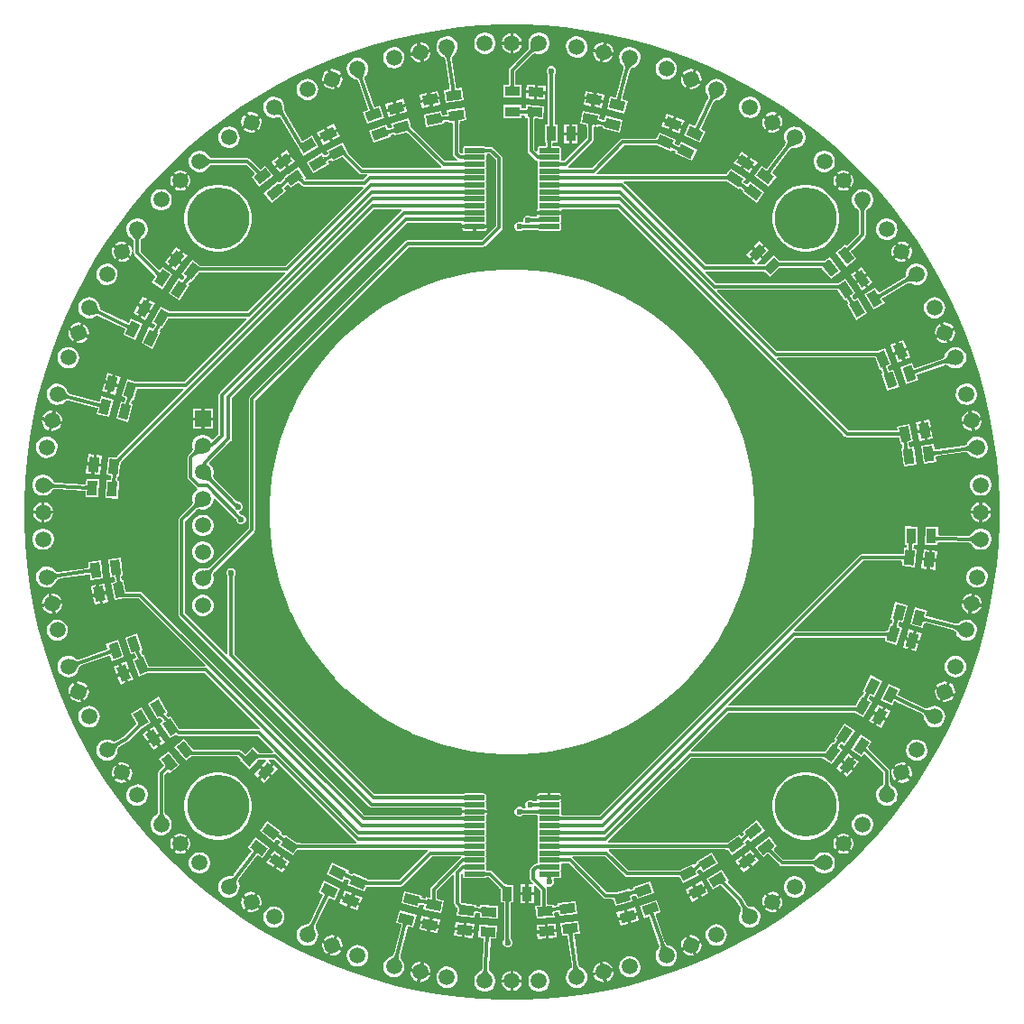
<source format=gbr>
%TF.GenerationSoftware,Altium Limited,Altium Designer,21.8.1 (53)*%
G04 Layer_Physical_Order=1*
G04 Layer_Color=255*
%FSLAX42Y42*%
%MOMM*%
%TF.SameCoordinates,15406810-5A1E-4B15-B108-3B776D23A55A*%
%TF.FilePolarity,Positive*%
%TF.FileFunction,Copper,L1,Top,Signal*%
%TF.Part,Single*%
G01*
G75*
%TA.AperFunction,SMDPad,CuDef*%
G04:AMPARAMS|DCode=10|XSize=0.9mm|YSize=1.4mm|CornerRadius=0mm|HoleSize=0mm|Usage=FLASHONLY|Rotation=316.587|XOffset=0mm|YOffset=0mm|HoleType=Round|Shape=Rectangle|*
%AMROTATEDRECTD10*
4,1,4,-0.81,-0.20,0.15,0.82,0.81,0.20,-0.15,-0.82,-0.81,-0.20,0.0*
%
%ADD10ROTATEDRECTD10*%

G04:AMPARAMS|DCode=11|XSize=0.9mm|YSize=1.4mm|CornerRadius=0mm|HoleSize=0mm|Usage=FLASHONLY|Rotation=289.250|XOffset=0mm|YOffset=0mm|HoleType=Round|Shape=Rectangle|*
%AMROTATEDRECTD11*
4,1,4,-0.81,0.19,0.51,0.66,0.81,-0.19,-0.51,-0.66,-0.81,0.19,0.0*
%
%ADD11ROTATEDRECTD11*%

G04:AMPARAMS|DCode=12|XSize=0.9mm|YSize=1.4mm|CornerRadius=0mm|HoleSize=0mm|Usage=FLASHONLY|Rotation=106.000|XOffset=0mm|YOffset=0mm|HoleType=Round|Shape=Rectangle|*
%AMROTATEDRECTD12*
4,1,4,0.80,-0.24,-0.55,-0.63,-0.80,0.24,0.55,0.63,0.80,-0.24,0.0*
%
%ADD12ROTATEDRECTD12*%

G04:AMPARAMS|DCode=13|XSize=0.9mm|YSize=1.4mm|CornerRadius=0mm|HoleSize=0mm|Usage=FLASHONLY|Rotation=278.000|XOffset=0mm|YOffset=0mm|HoleType=Round|Shape=Rectangle|*
%AMROTATEDRECTD13*
4,1,4,-0.75,0.35,0.63,0.54,0.75,-0.35,-0.63,-0.54,-0.75,0.35,0.0*
%
%ADD13ROTATEDRECTD13*%

G04:AMPARAMS|DCode=14|XSize=0.9mm|YSize=1.4mm|CornerRadius=0mm|HoleSize=0mm|Usage=FLASHONLY|Rotation=94.750|XOffset=0mm|YOffset=0mm|HoleType=Round|Shape=Rectangle|*
%AMROTATEDRECTD14*
4,1,4,0.73,-0.39,-0.66,-0.51,-0.73,0.39,0.66,0.51,0.73,-0.39,0.0*
%
%ADD14ROTATEDRECTD14*%

G04:AMPARAMS|DCode=15|XSize=0.9mm|YSize=1.4mm|CornerRadius=0mm|HoleSize=0mm|Usage=FLASHONLY|Rotation=300.471|XOffset=0mm|YOffset=0mm|HoleType=Round|Shape=Rectangle|*
%AMROTATEDRECTD15*
4,1,4,-0.83,0.03,0.37,0.74,0.83,-0.03,-0.37,-0.74,-0.83,0.03,0.0*
%
%ADD15ROTATEDRECTD15*%

G04:AMPARAMS|DCode=16|XSize=0.9mm|YSize=1.4mm|CornerRadius=0mm|HoleSize=0mm|Usage=FLASHONLY|Rotation=125.250|XOffset=0mm|YOffset=0mm|HoleType=Round|Shape=Rectangle|*
%AMROTATEDRECTD16*
4,1,4,0.83,0.04,-0.31,-0.77,-0.83,-0.04,0.31,0.77,0.83,0.04,0.0*
%
%ADD16ROTATEDRECTD16*%

G04:AMPARAMS|DCode=17|XSize=0.9mm|YSize=1.4mm|CornerRadius=0mm|HoleSize=0mm|Usage=FLASHONLY|Rotation=308.500|XOffset=0mm|YOffset=0mm|HoleType=Round|Shape=Rectangle|*
%AMROTATEDRECTD17*
4,1,4,-0.83,-0.08,0.27,0.79,0.83,0.08,-0.27,-0.79,-0.83,-0.08,0.0*
%
%ADD17ROTATEDRECTD17*%

G04:AMPARAMS|DCode=18|XSize=0.9mm|YSize=1.4mm|CornerRadius=0mm|HoleSize=0mm|Usage=FLASHONLY|Rotation=117.259|XOffset=0mm|YOffset=0mm|HoleType=Round|Shape=Rectangle|*
%AMROTATEDRECTD18*
4,1,4,0.83,-0.08,-0.41,-0.72,-0.83,0.08,0.41,0.72,0.83,-0.08,0.0*
%
%ADD18ROTATEDRECTD18*%

G04:AMPARAMS|DCode=19|XSize=0.9mm|YSize=1.4mm|CornerRadius=0mm|HoleSize=0mm|Usage=FLASHONLY|Rotation=326.250|XOffset=0mm|YOffset=0mm|HoleType=Round|Shape=Rectangle|*
%AMROTATEDRECTD19*
4,1,4,-0.76,-0.33,0.01,0.83,0.76,0.33,-0.01,-0.83,-0.76,-0.33,0.0*
%
%ADD19ROTATEDRECTD19*%

G04:AMPARAMS|DCode=20|XSize=0.9mm|YSize=1.4mm|CornerRadius=0mm|HoleSize=0mm|Usage=FLASHONLY|Rotation=143.000|XOffset=0mm|YOffset=0mm|HoleType=Round|Shape=Rectangle|*
%AMROTATEDRECTD20*
4,1,4,0.78,0.29,-0.06,-0.83,-0.78,-0.29,0.06,0.83,0.78,0.29,0.0*
%
%ADD20ROTATEDRECTD20*%

G04:AMPARAMS|DCode=21|XSize=0.9mm|YSize=1.4mm|CornerRadius=0mm|HoleSize=0mm|Usage=FLASHONLY|Rotation=334.250|XOffset=0mm|YOffset=0mm|HoleType=Round|Shape=Rectangle|*
%AMROTATEDRECTD21*
4,1,4,-0.71,-0.43,-0.10,0.82,0.71,0.43,0.10,-0.82,-0.71,-0.43,0.0*
%
%ADD21ROTATEDRECTD21*%

G04:AMPARAMS|DCode=22|XSize=0.9mm|YSize=1.4mm|CornerRadius=0mm|HoleSize=0mm|Usage=FLASHONLY|Rotation=151.000|XOffset=0mm|YOffset=0mm|HoleType=Round|Shape=Rectangle|*
%AMROTATEDRECTD22*
4,1,4,0.73,0.39,0.05,-0.83,-0.73,-0.39,-0.05,0.83,0.73,0.39,0.0*
%
%ADD22ROTATEDRECTD22*%

G04:AMPARAMS|DCode=23|XSize=0.9mm|YSize=1.4mm|CornerRadius=0mm|HoleSize=0mm|Usage=FLASHONLY|Rotation=345.500|XOffset=0mm|YOffset=0mm|HoleType=Round|Shape=Rectangle|*
%AMROTATEDRECTD23*
4,1,4,-0.61,-0.56,-0.26,0.79,0.61,0.56,0.26,-0.79,-0.61,-0.56,0.0*
%
%ADD23ROTATEDRECTD23*%

G04:AMPARAMS|DCode=24|XSize=0.9mm|YSize=1.4mm|CornerRadius=0mm|HoleSize=0mm|Usage=FLASHONLY|Rotation=162.250|XOffset=0mm|YOffset=0mm|HoleType=Round|Shape=Rectangle|*
%AMROTATEDRECTD24*
4,1,4,0.64,0.53,0.22,-0.80,-0.64,-0.53,-0.22,0.80,0.64,0.53,0.0*
%
%ADD24ROTATEDRECTD24*%

G04:AMPARAMS|DCode=25|XSize=0.9mm|YSize=1.4mm|CornerRadius=0mm|HoleSize=0mm|Usage=FLASHONLY|Rotation=83.500|XOffset=0mm|YOffset=0mm|HoleType=Round|Shape=Rectangle|*
%AMROTATEDRECTD25*
4,1,4,0.64,-0.53,-0.74,-0.37,-0.64,0.53,0.74,0.37,0.64,-0.53,0.0*
%
%ADD25ROTATEDRECTD25*%

G04:AMPARAMS|DCode=26|XSize=0.9mm|YSize=1.4mm|CornerRadius=0mm|HoleSize=0mm|Usage=FLASHONLY|Rotation=266.750|XOffset=0mm|YOffset=0mm|HoleType=Round|Shape=Rectangle|*
%AMROTATEDRECTD26*
4,1,4,-0.67,0.49,0.72,0.41,0.67,-0.49,-0.72,-0.41,-0.67,0.49,0.0*
%
%ADD26ROTATEDRECTD26*%

G04:AMPARAMS|DCode=27|XSize=0.9mm|YSize=1.4mm|CornerRadius=0mm|HoleSize=0mm|Usage=FLASHONLY|Rotation=255.500|XOffset=0mm|YOffset=0mm|HoleType=Round|Shape=Rectangle|*
%AMROTATEDRECTD27*
4,1,4,-0.56,0.61,0.79,0.26,0.56,-0.61,-0.79,-0.26,-0.56,0.61,0.0*
%
%ADD27ROTATEDRECTD27*%

G04:AMPARAMS|DCode=28|XSize=0.9mm|YSize=1.4mm|CornerRadius=0mm|HoleSize=0mm|Usage=FLASHONLY|Rotation=78.750|XOffset=0mm|YOffset=0mm|HoleType=Round|Shape=Rectangle|*
%AMROTATEDRECTD28*
4,1,4,0.60,-0.58,-0.77,-0.31,-0.60,0.58,0.77,0.31,0.60,-0.58,0.0*
%
%ADD28ROTATEDRECTD28*%

G04:AMPARAMS|DCode=29|XSize=0.9mm|YSize=1.4mm|CornerRadius=0mm|HoleSize=0mm|Usage=FLASHONLY|Rotation=67.500|XOffset=0mm|YOffset=0mm|HoleType=Round|Shape=Rectangle|*
%AMROTATEDRECTD29*
4,1,4,0.47,-0.68,-0.82,-0.15,-0.47,0.68,0.82,0.15,0.47,-0.68,0.0*
%
%ADD29ROTATEDRECTD29*%

G04:AMPARAMS|DCode=30|XSize=0.9mm|YSize=1.4mm|CornerRadius=0mm|HoleSize=0mm|Usage=FLASHONLY|Rotation=244.250|XOffset=0mm|YOffset=0mm|HoleType=Round|Shape=Rectangle|*
%AMROTATEDRECTD30*
4,1,4,-0.43,0.71,0.82,0.10,0.43,-0.71,-0.82,-0.10,-0.43,0.71,0.0*
%
%ADD30ROTATEDRECTD30*%

G04:AMPARAMS|DCode=31|XSize=0.9mm|YSize=1.4mm|CornerRadius=0mm|HoleSize=0mm|Usage=FLASHONLY|Rotation=56.250|XOffset=0mm|YOffset=0mm|HoleType=Round|Shape=Rectangle|*
%AMROTATEDRECTD31*
4,1,4,0.33,-0.76,-0.83,0.01,-0.33,0.76,0.83,-0.01,0.33,-0.76,0.0*
%
%ADD31ROTATEDRECTD31*%

G04:AMPARAMS|DCode=32|XSize=0.9mm|YSize=1.4mm|CornerRadius=0mm|HoleSize=0mm|Usage=FLASHONLY|Rotation=233.000|XOffset=0mm|YOffset=0mm|HoleType=Round|Shape=Rectangle|*
%AMROTATEDRECTD32*
4,1,4,-0.29,0.78,0.83,-0.06,0.29,-0.78,-0.83,0.06,-0.29,0.78,0.0*
%
%ADD32ROTATEDRECTD32*%

G04:AMPARAMS|DCode=33|XSize=0.9mm|YSize=1.4mm|CornerRadius=0mm|HoleSize=0mm|Usage=FLASHONLY|Rotation=359.539|XOffset=0mm|YOffset=0mm|HoleType=Round|Shape=Rectangle|*
%AMROTATEDRECTD33*
4,1,4,-0.46,-0.69,-0.44,0.70,0.46,0.69,0.44,-0.70,-0.46,-0.69,0.0*
%
%ADD33ROTATEDRECTD33*%

G04:AMPARAMS|DCode=34|XSize=0.9mm|YSize=1.4mm|CornerRadius=0mm|HoleSize=0mm|Usage=FLASHONLY|Rotation=173.500|XOffset=0mm|YOffset=0mm|HoleType=Round|Shape=Rectangle|*
%AMROTATEDRECTD34*
4,1,4,0.53,0.64,0.37,-0.74,-0.53,-0.64,-0.37,0.74,0.53,0.64,0.0*
%
%ADD34ROTATEDRECTD34*%

G04:AMPARAMS|DCode=35|XSize=0.9mm|YSize=1.4mm|CornerRadius=0mm|HoleSize=0mm|Usage=FLASHONLY|Rotation=8.000|XOffset=0mm|YOffset=0mm|HoleType=Round|Shape=Rectangle|*
%AMROTATEDRECTD35*
4,1,4,-0.35,-0.75,-0.54,0.63,0.35,0.75,0.54,-0.63,-0.35,-0.75,0.0*
%
%ADD35ROTATEDRECTD35*%

G04:AMPARAMS|DCode=36|XSize=0.9mm|YSize=1.4mm|CornerRadius=0mm|HoleSize=0mm|Usage=FLASHONLY|Rotation=191.250|XOffset=0mm|YOffset=0mm|HoleType=Round|Shape=Rectangle|*
%AMROTATEDRECTD36*
4,1,4,0.31,0.77,0.58,-0.60,-0.31,-0.77,-0.58,0.60,0.31,0.77,0.0*
%
%ADD36ROTATEDRECTD36*%

G04:AMPARAMS|DCode=37|XSize=0.9mm|YSize=1.4mm|CornerRadius=0mm|HoleSize=0mm|Usage=FLASHONLY|Rotation=19.221|XOffset=0mm|YOffset=0mm|HoleType=Round|Shape=Rectangle|*
%AMROTATEDRECTD37*
4,1,4,-0.19,-0.81,-0.65,0.51,0.19,0.81,0.65,-0.51,-0.19,-0.81,0.0*
%
%ADD37ROTATEDRECTD37*%

G04:AMPARAMS|DCode=38|XSize=0.9mm|YSize=1.4mm|CornerRadius=0mm|HoleSize=0mm|Usage=FLASHONLY|Rotation=202.500|XOffset=0mm|YOffset=0mm|HoleType=Round|Shape=Rectangle|*
%AMROTATEDRECTD38*
4,1,4,0.15,0.82,0.68,-0.47,-0.15,-0.82,-0.68,0.47,0.15,0.82,0.0*
%
%ADD38ROTATEDRECTD38*%

G04:AMPARAMS|DCode=39|XSize=0.9mm|YSize=1.4mm|CornerRadius=0mm|HoleSize=0mm|Usage=FLASHONLY|Rotation=30.500|XOffset=0mm|YOffset=0mm|HoleType=Round|Shape=Rectangle|*
%AMROTATEDRECTD39*
4,1,4,-0.03,-0.83,-0.74,0.37,0.03,0.83,0.74,-0.37,-0.03,-0.83,0.0*
%
%ADD39ROTATEDRECTD39*%

G04:AMPARAMS|DCode=40|XSize=0.9mm|YSize=1.4mm|CornerRadius=0mm|HoleSize=0mm|Usage=FLASHONLY|Rotation=213.750|XOffset=0mm|YOffset=0mm|HoleType=Round|Shape=Rectangle|*
%AMROTATEDRECTD40*
4,1,4,-0.01,0.83,0.76,-0.33,0.01,-0.83,-0.76,0.33,-0.01,0.83,0.0*
%
%ADD40ROTATEDRECTD40*%

G04:AMPARAMS|DCode=41|XSize=0.9mm|YSize=1.4mm|CornerRadius=0mm|HoleSize=0mm|Usage=FLASHONLY|Rotation=38.529|XOffset=0mm|YOffset=0mm|HoleType=Round|Shape=Rectangle|*
%AMROTATEDRECTD41*
4,1,4,0.08,-0.83,-0.79,0.27,-0.08,0.83,0.79,-0.27,0.08,-0.83,0.0*
%
%ADD41ROTATEDRECTD41*%

G04:AMPARAMS|DCode=42|XSize=0.9mm|YSize=1.4mm|CornerRadius=0mm|HoleSize=0mm|Usage=FLASHONLY|Rotation=247.500|XOffset=0mm|YOffset=0mm|HoleType=Round|Shape=Rectangle|*
%AMROTATEDRECTD42*
4,1,4,-0.47,0.68,0.82,0.15,0.47,-0.68,-0.82,-0.15,-0.47,0.68,0.0*
%
%ADD42ROTATEDRECTD42*%

G04:AMPARAMS|DCode=43|XSize=0.9mm|YSize=1.4mm|CornerRadius=0mm|HoleSize=0mm|Usage=FLASHONLY|Rotation=266.750|XOffset=0mm|YOffset=0mm|HoleType=Round|Shape=Rectangle|*
%AMROTATEDRECTD43*
4,1,4,-0.67,0.49,0.72,0.41,0.67,-0.49,-0.72,-0.41,-0.67,0.49,0.0*
%
%ADD43ROTATEDRECTD43*%

%ADD44R,1.40X0.90*%
G04:AMPARAMS|DCode=45|XSize=0.9mm|YSize=1.4mm|CornerRadius=0mm|HoleSize=0mm|Usage=FLASHONLY|Rotation=281.250|XOffset=0mm|YOffset=0mm|HoleType=Round|Shape=Rectangle|*
%AMROTATEDRECTD45*
4,1,4,-0.77,0.31,0.60,0.58,0.77,-0.31,-0.60,-0.58,-0.77,0.31,0.0*
%
%ADD45ROTATEDRECTD45*%

G04:AMPARAMS|DCode=46|XSize=0.9mm|YSize=1.4mm|CornerRadius=0mm|HoleSize=0mm|Usage=FLASHONLY|Rotation=138.090|XOffset=0mm|YOffset=0mm|HoleType=Round|Shape=Rectangle|*
%AMROTATEDRECTD46*
4,1,4,0.80,0.22,-0.13,-0.82,-0.80,-0.22,0.13,0.82,0.80,0.22,0.0*
%
%ADD46ROTATEDRECTD46*%

G04:AMPARAMS|DCode=47|XSize=0.9mm|YSize=1.4mm|CornerRadius=0mm|HoleSize=0mm|Usage=FLASHONLY|Rotation=176.750|XOffset=0mm|YOffset=0mm|HoleType=Round|Shape=Rectangle|*
%AMROTATEDRECTD47*
4,1,4,0.49,0.67,0.41,-0.72,-0.49,-0.67,-0.41,0.72,0.49,0.67,0.0*
%
%ADD47ROTATEDRECTD47*%

G04:AMPARAMS|DCode=48|XSize=0.9mm|YSize=1.4mm|CornerRadius=0mm|HoleSize=0mm|Usage=FLASHONLY|Rotation=128.530|XOffset=0mm|YOffset=0mm|HoleType=Round|Shape=Rectangle|*
%AMROTATEDRECTD48*
4,1,4,0.83,0.08,-0.27,-0.79,-0.83,-0.08,0.27,0.79,0.83,0.08,0.0*
%
%ADD48ROTATEDRECTD48*%

G04:AMPARAMS|DCode=49|XSize=1.9mm|YSize=0.48mm|CornerRadius=0.06mm|HoleSize=0mm|Usage=FLASHONLY|Rotation=180.000|XOffset=0mm|YOffset=0mm|HoleType=Round|Shape=RoundedRectangle|*
%AMROUNDEDRECTD49*
21,1,1.90,0.36,0,0,180.0*
21,1,1.78,0.48,0,0,180.0*
1,1,0.12,-0.89,0.18*
1,1,0.12,0.89,0.18*
1,1,0.12,0.89,-0.18*
1,1,0.12,-0.89,-0.18*
%
%ADD49ROUNDEDRECTD49*%
G04:AMPARAMS|DCode=50|XSize=0.9mm|YSize=1.4mm|CornerRadius=0mm|HoleSize=0mm|Usage=FLASHONLY|Rotation=218.500|XOffset=0mm|YOffset=0mm|HoleType=Round|Shape=Rectangle|*
%AMROTATEDRECTD50*
4,1,4,-0.08,0.83,0.79,-0.27,0.08,-0.83,-0.79,0.27,-0.08,0.83,0.0*
%
%ADD50ROTATEDRECTD50*%

%TA.AperFunction,Conductor*%
%ADD51C,0.30*%
%ADD52C,0.50*%
%TA.AperFunction,ViaPad*%
%ADD53C,5.80*%
%TA.AperFunction,ComponentPad*%
%ADD54C,1.50*%
%ADD55R,1.51X1.51*%
%ADD56C,1.51*%
%TA.AperFunction,ViaPad*%
%ADD57C,0.60*%
G36*
X20299Y24566D02*
X20498Y24548D01*
X20696Y24522D01*
X20893Y24488D01*
X21088Y24444D01*
X21280Y24393D01*
X21471Y24333D01*
X21658Y24264D01*
X21843Y24188D01*
X22024Y24104D01*
X22201Y24012D01*
X22374Y23912D01*
X22542Y23804D01*
X22706Y23690D01*
X22864Y23568D01*
X23017Y23440D01*
X23164Y23305D01*
X23305Y23164D01*
X23440Y23017D01*
X23568Y22864D01*
X23690Y22706D01*
X23804Y22542D01*
X23912Y22374D01*
X24012Y22201D01*
X24104Y22024D01*
X24188Y21843D01*
X24264Y21658D01*
X24333Y21471D01*
X24393Y21280D01*
X24444Y21088D01*
X24488Y20893D01*
X24522Y20696D01*
X24548Y20498D01*
X24566Y20299D01*
X24575Y20100D01*
Y20000D01*
Y19900D01*
X24566Y19701D01*
X24548Y19502D01*
X24522Y19304D01*
X24488Y19107D01*
X24444Y18912D01*
X24393Y18720D01*
X24333Y18529D01*
X24264Y18342D01*
X24188Y18157D01*
X24104Y17976D01*
X24012Y17799D01*
X23912Y17626D01*
X23804Y17458D01*
X23690Y17294D01*
X23568Y17136D01*
X23440Y16983D01*
X23305Y16836D01*
X23164Y16695D01*
X23017Y16560D01*
X22864Y16432D01*
X22706Y16310D01*
X22542Y16196D01*
X22374Y16088D01*
X22201Y15988D01*
X22024Y15896D01*
X21843Y15812D01*
X21658Y15736D01*
X21471Y15667D01*
X21280Y15607D01*
X21088Y15556D01*
X20893Y15512D01*
X20696Y15478D01*
X20498Y15452D01*
X20299Y15434D01*
X20100Y15425D01*
X19900D01*
X19701Y15434D01*
X19502Y15452D01*
X19304Y15478D01*
X19107Y15512D01*
X18912Y15556D01*
X18720Y15607D01*
X18529Y15667D01*
X18342Y15736D01*
X18157Y15812D01*
X17976Y15896D01*
X17799Y15988D01*
X17626Y16088D01*
X17458Y16196D01*
X17294Y16310D01*
X17136Y16432D01*
X16983Y16560D01*
X16836Y16695D01*
X16695Y16836D01*
X16560Y16983D01*
X16432Y17136D01*
X16310Y17294D01*
X16196Y17458D01*
X16088Y17626D01*
X15988Y17799D01*
X15896Y17976D01*
X15812Y18157D01*
X15736Y18342D01*
X15667Y18529D01*
X15607Y18720D01*
X15556Y18912D01*
X15512Y19107D01*
X15478Y19304D01*
X15452Y19502D01*
X15434Y19701D01*
X15425Y19900D01*
Y20000D01*
Y20100D01*
X15434Y20299D01*
X15452Y20498D01*
X15478Y20696D01*
X15512Y20893D01*
X15556Y21088D01*
X15607Y21280D01*
X15667Y21471D01*
X15736Y21658D01*
X15812Y21843D01*
X15896Y22024D01*
X15988Y22201D01*
X16088Y22374D01*
X16196Y22542D01*
X16310Y22706D01*
X16432Y22864D01*
X16560Y23017D01*
X16695Y23164D01*
X16836Y23305D01*
X16983Y23440D01*
X17136Y23568D01*
X17294Y23690D01*
X17458Y23804D01*
X17626Y23912D01*
X17799Y24012D01*
X17976Y24104D01*
X18157Y24188D01*
X18342Y24264D01*
X18529Y24333D01*
X18720Y24393D01*
X18912Y24444D01*
X19107Y24488D01*
X19304Y24522D01*
X19502Y24548D01*
X19701Y24566D01*
X19900Y24575D01*
X20100D01*
X20299Y24566D01*
D02*
G37*
%LPC*%
G36*
X20015Y24494D02*
Y24415D01*
X20094D01*
X20089Y24437D01*
X20076Y24458D01*
X20058Y24476D01*
X20037Y24489D01*
X20015Y24494D01*
D02*
G37*
G36*
X19985Y24494D02*
X19963Y24489D01*
X19942Y24476D01*
X19924Y24458D01*
X19911Y24437D01*
X19906Y24415D01*
X19985D01*
Y24494D01*
D02*
G37*
G36*
X19138Y24411D02*
X19153Y24333D01*
X19231Y24349D01*
X19221Y24369D01*
X19205Y24387D01*
X19184Y24401D01*
X19160Y24409D01*
X19138Y24411D01*
D02*
G37*
G36*
X20862Y24411D02*
X20840Y24409D01*
X20816Y24401D01*
X20795Y24387D01*
X20779Y24369D01*
X20769Y24349D01*
X20847Y24333D01*
X20862Y24411D01*
D02*
G37*
G36*
X19108Y24405D02*
X19088Y24395D01*
X19070Y24379D01*
X19056Y24358D01*
X19048Y24334D01*
X19046Y24312D01*
X19124Y24327D01*
X19108Y24405D01*
D02*
G37*
G36*
X20892Y24405D02*
X20876Y24327D01*
X20954Y24312D01*
X20952Y24334D01*
X20944Y24358D01*
X20930Y24379D01*
X20912Y24395D01*
X20892Y24405D01*
D02*
G37*
G36*
X20094Y24385D02*
X20015D01*
Y24306D01*
X20037Y24311D01*
X20058Y24324D01*
X20076Y24342D01*
X20089Y24363D01*
X20094Y24385D01*
D02*
G37*
G36*
X19985D02*
X19906D01*
X19911Y24363D01*
X19924Y24342D01*
X19942Y24324D01*
X19963Y24311D01*
X19985Y24306D01*
Y24385D01*
D02*
G37*
G36*
X20267Y24500D02*
X20241D01*
X20215Y24493D01*
X20193Y24480D01*
X20174Y24461D01*
X20161Y24439D01*
X20154Y24413D01*
Y24387D01*
X20160Y24365D01*
X20159Y24359D01*
X20157Y24353D01*
X20155Y24349D01*
X20153Y24344D01*
X20151Y24341D01*
X20147Y24338D01*
X20147Y24336D01*
X19980Y24170D01*
X19974Y24160D01*
X19971Y24148D01*
X19971Y24148D01*
Y24025D01*
X19971Y24023D01*
X19971Y24018D01*
X19970Y24014D01*
X19970Y24011D01*
X19969Y24009D01*
X19969Y24008D01*
X19917D01*
Y23888D01*
X20087D01*
Y24008D01*
X20035D01*
X20035Y24009D01*
X20034Y24011D01*
X20034Y24014D01*
X20033Y24018D01*
X20033Y24023D01*
X20033Y24025D01*
Y24135D01*
X20190Y24293D01*
X20192Y24293D01*
X20195Y24297D01*
X20198Y24299D01*
X20203Y24301D01*
X20207Y24303D01*
X20213Y24305D01*
X20219Y24306D01*
X20241Y24300D01*
X20267D01*
X20293Y24307D01*
X20315Y24320D01*
X20334Y24339D01*
X20347Y24361D01*
X20354Y24387D01*
Y24413D01*
X20347Y24439D01*
X20334Y24461D01*
X20315Y24480D01*
X20293Y24493D01*
X20267Y24500D01*
D02*
G37*
G36*
X19759D02*
X19733D01*
X19707Y24493D01*
X19685Y24480D01*
X19666Y24461D01*
X19653Y24439D01*
X19646Y24413D01*
Y24387D01*
X19653Y24361D01*
X19666Y24339D01*
X19685Y24320D01*
X19707Y24307D01*
X19733Y24300D01*
X19759D01*
X19785Y24307D01*
X19807Y24320D01*
X19826Y24339D01*
X19839Y24361D01*
X19846Y24387D01*
Y24413D01*
X19839Y24439D01*
X19826Y24461D01*
X19807Y24480D01*
X19785Y24493D01*
X19759Y24500D01*
D02*
G37*
G36*
X20616Y24466D02*
X20590Y24464D01*
X20565Y24455D01*
X20543Y24441D01*
X20525Y24421D01*
X20514Y24397D01*
X20509Y24372D01*
X20510Y24345D01*
X20519Y24320D01*
X20533Y24299D01*
X20553Y24281D01*
X20577Y24269D01*
X20603Y24264D01*
X20629Y24266D01*
X20654Y24275D01*
X20676Y24289D01*
X20693Y24309D01*
X20705Y24333D01*
X20710Y24358D01*
X20708Y24385D01*
X20700Y24410D01*
X20685Y24432D01*
X20665Y24449D01*
X20642Y24461D01*
X20616Y24466D01*
D02*
G37*
G36*
X19237Y24319D02*
X19159Y24304D01*
X19175Y24226D01*
X19195Y24236D01*
X19214Y24252D01*
X19228Y24273D01*
X19236Y24297D01*
X19237Y24319D01*
D02*
G37*
G36*
X20763Y24319D02*
X20764Y24297D01*
X20772Y24273D01*
X20786Y24252D01*
X20805Y24236D01*
X20825Y24226D01*
X20841Y24304D01*
X20763Y24319D01*
D02*
G37*
G36*
X19130Y24298D02*
X19052Y24282D01*
X19062Y24262D01*
X19078Y24243D01*
X19099Y24230D01*
X19123Y24221D01*
X19145Y24220D01*
X19130Y24298D01*
D02*
G37*
G36*
X20870Y24298D02*
X20855Y24220D01*
X20877Y24221D01*
X20901Y24230D01*
X20922Y24243D01*
X20938Y24262D01*
X20948Y24282D01*
X20870Y24298D01*
D02*
G37*
G36*
X18886Y24367D02*
X18860Y24361D01*
X18836Y24350D01*
X18817Y24332D01*
X18802Y24311D01*
X18794Y24286D01*
X18792Y24259D01*
X18797Y24233D01*
X18809Y24210D01*
X18826Y24190D01*
X18848Y24175D01*
X18873Y24167D01*
X18899Y24165D01*
X18925Y24170D01*
X18949Y24182D01*
X18968Y24199D01*
X18983Y24221D01*
X18991Y24246D01*
X18993Y24272D01*
X18988Y24298D01*
X18976Y24322D01*
X18959Y24342D01*
X18937Y24356D01*
X18912Y24365D01*
X18886Y24367D01*
D02*
G37*
G36*
X21684Y24161D02*
X21659Y24158D01*
X21636Y24148D01*
X21616Y24133D01*
X21602Y24115D01*
X21676Y24085D01*
X21706Y24158D01*
X21684Y24161D01*
D02*
G37*
G36*
X18316D02*
X18294Y24158D01*
X18324Y24085D01*
X18398Y24115D01*
X18384Y24133D01*
X18364Y24148D01*
X18341Y24158D01*
X18316Y24161D01*
D02*
G37*
G36*
X21449Y24263D02*
X21423Y24260D01*
X21399Y24250D01*
X21378Y24234D01*
X21362Y24213D01*
X21352Y24188D01*
X21348Y24162D01*
X21352Y24136D01*
X21362Y24112D01*
X21378Y24091D01*
X21399Y24075D01*
X21423Y24065D01*
X21449Y24061D01*
X21475Y24065D01*
X21500Y24075D01*
X21520Y24091D01*
X21536Y24112D01*
X21547Y24136D01*
X21550Y24162D01*
X21547Y24188D01*
X21536Y24213D01*
X21520Y24234D01*
X21500Y24250D01*
X21475Y24260D01*
X21449Y24263D01*
D02*
G37*
G36*
X21734Y24146D02*
X21703Y24073D01*
X21777Y24043D01*
X21780Y24065D01*
X21776Y24090D01*
X21767Y24113D01*
X21752Y24133D01*
X21734Y24146D01*
D02*
G37*
G36*
X18266Y24146D02*
X18248Y24133D01*
X18233Y24113D01*
X18224Y24090D01*
X18220Y24065D01*
X18223Y24043D01*
X18297Y24073D01*
X18266Y24146D01*
D02*
G37*
G36*
X18409Y24087D02*
X18336Y24057D01*
X18366Y23984D01*
X18384Y23997D01*
X18399Y24017D01*
X18409Y24040D01*
X18412Y24065D01*
X18409Y24087D01*
D02*
G37*
G36*
X21591Y24087D02*
X21588Y24065D01*
X21591Y24040D01*
X21601Y24017D01*
X21616Y23997D01*
X21634Y23984D01*
X21664Y24057D01*
X21591Y24087D01*
D02*
G37*
G36*
X21692Y24045D02*
X21662Y23972D01*
X21684Y23969D01*
X21709Y23973D01*
X21732Y23982D01*
X21752Y23997D01*
X21765Y24015D01*
X21692Y24045D01*
D02*
G37*
G36*
X18308Y24045D02*
X18235Y24015D01*
X18248Y23997D01*
X18268Y23982D01*
X18291Y23973D01*
X18316Y23969D01*
X18338Y23972D01*
X18308Y24045D01*
D02*
G37*
G36*
X20138Y24011D02*
X20136Y23961D01*
X20210Y23956D01*
X20213Y24006D01*
X20138Y24011D01*
D02*
G37*
G36*
X20243Y24005D02*
X20240Y23955D01*
X20315Y23950D01*
X20318Y24000D01*
X20243Y24005D01*
D02*
G37*
G36*
X19306Y23952D02*
X19233Y23938D01*
X19242Y23889D01*
X19316Y23903D01*
X19306Y23952D01*
D02*
G37*
G36*
X20695Y23952D02*
X20685Y23903D01*
X20759Y23889D01*
X20769Y23938D01*
X20695Y23952D01*
D02*
G37*
G36*
X21114Y24367D02*
X21088Y24365D01*
X21063Y24356D01*
X21041Y24342D01*
X21024Y24322D01*
X21012Y24298D01*
X21007Y24272D01*
X21009Y24246D01*
X21017Y24221D01*
X21032Y24199D01*
X21044Y24188D01*
X21046Y24182D01*
X21048Y24177D01*
X21048Y24171D01*
X21049Y24167D01*
X21048Y24163D01*
X21047Y24158D01*
X21048Y24157D01*
X20982Y23903D01*
X20981Y23902D01*
X20980Y23897D01*
X20978Y23893D01*
X20977Y23890D01*
X20976Y23888D01*
X20976Y23888D01*
X20923Y23901D01*
X20893Y23785D01*
X21058Y23743D01*
X21088Y23859D01*
X21040Y23871D01*
X21039Y23872D01*
X21039Y23874D01*
X21040Y23877D01*
X21040Y23881D01*
X21042Y23886D01*
X21041Y23888D01*
X21107Y24141D01*
X21108Y24142D01*
X21109Y24147D01*
X21111Y24151D01*
X21113Y24154D01*
X21117Y24159D01*
X21121Y24163D01*
X21125Y24167D01*
X21127Y24167D01*
X21152Y24175D01*
X21174Y24190D01*
X21191Y24210D01*
X21203Y24233D01*
X21208Y24259D01*
X21206Y24286D01*
X21198Y24311D01*
X21183Y24332D01*
X21164Y24350D01*
X21140Y24361D01*
X21114Y24367D01*
D02*
G37*
G36*
X20134Y23931D02*
X20131Y23881D01*
X20206Y23876D01*
X20209Y23926D01*
X20134Y23931D01*
D02*
G37*
G36*
X20238Y23925D02*
X20236Y23875D01*
X20310Y23871D01*
X20313Y23920D01*
X20238Y23925D01*
D02*
G37*
G36*
X19203Y23932D02*
X19130Y23917D01*
X19140Y23868D01*
X19213Y23883D01*
X19203Y23932D01*
D02*
G37*
G36*
X20798Y23932D02*
X20788Y23883D01*
X20862Y23868D01*
X20871Y23917D01*
X20798Y23932D01*
D02*
G37*
G36*
X18082Y24069D02*
X18055Y24065D01*
X18031Y24055D01*
X18010Y24039D01*
X17994Y24018D01*
X17984Y23994D01*
X17981Y23968D01*
X17984Y23942D01*
X17994Y23917D01*
X18010Y23897D01*
X18031Y23881D01*
X18055Y23870D01*
X18082Y23867D01*
X18108Y23870D01*
X18132Y23881D01*
X18153Y23897D01*
X18169Y23917D01*
X18179Y23942D01*
X18182Y23968D01*
X18179Y23994D01*
X18169Y24018D01*
X18153Y24039D01*
X18132Y24055D01*
X18108Y24065D01*
X18082Y24069D01*
D02*
G37*
G36*
X21918Y24069D02*
X21892Y24065D01*
X21868Y24055D01*
X21847Y24039D01*
X21831Y24018D01*
X21821Y23994D01*
X21818Y23968D01*
X21821Y23942D01*
X21831Y23917D01*
X21841Y23904D01*
X21842Y23898D01*
X21842Y23892D01*
X21842Y23887D01*
X21841Y23882D01*
X21840Y23878D01*
X21838Y23874D01*
X21838Y23872D01*
X21725Y23637D01*
X21724Y23636D01*
X21721Y23631D01*
X21719Y23627D01*
X21717Y23625D01*
X21716Y23623D01*
X21715Y23623D01*
X21667Y23646D01*
X21615Y23538D01*
X21767Y23464D01*
X21820Y23572D01*
X21775Y23594D01*
X21775Y23595D01*
X21775Y23597D01*
X21776Y23600D01*
X21778Y23604D01*
X21780Y23608D01*
X21780Y23610D01*
X21894Y23846D01*
X21895Y23847D01*
X21897Y23851D01*
X21899Y23854D01*
X21903Y23857D01*
X21907Y23861D01*
X21911Y23864D01*
X21916Y23867D01*
X21918Y23867D01*
X21945Y23870D01*
X21969Y23881D01*
X21990Y23897D01*
X22006Y23917D01*
X22016Y23942D01*
X22019Y23968D01*
X22016Y23994D01*
X22006Y24018D01*
X21990Y24039D01*
X21969Y24055D01*
X21945Y24065D01*
X21918Y24069D01*
D02*
G37*
G36*
X19384Y24466D02*
X19358Y24461D01*
X19335Y24449D01*
X19315Y24432D01*
X19300Y24410D01*
X19292Y24385D01*
X19290Y24358D01*
X19295Y24333D01*
X19307Y24309D01*
X19324Y24289D01*
X19346Y24275D01*
X19362Y24269D01*
X19366Y24264D01*
X19370Y24260D01*
X19372Y24255D01*
X19374Y24251D01*
X19375Y24247D01*
X19376Y24242D01*
X19377Y24241D01*
X19412Y23997D01*
X19411Y23995D01*
X19414Y23972D01*
X19414Y23971D01*
X19414Y23968D01*
X19414Y23966D01*
X19414Y23965D01*
X19360Y23958D01*
X19377Y23839D01*
X19545Y23862D01*
X19528Y23981D01*
X19479Y23974D01*
X19479Y23975D01*
X19479Y23975D01*
X19473Y24005D01*
X19472Y24006D01*
X19438Y24250D01*
X19438Y24251D01*
X19438Y24256D01*
X19438Y24260D01*
X19439Y24264D01*
X19440Y24269D01*
X19442Y24275D01*
X19444Y24280D01*
X19447Y24281D01*
X19467Y24299D01*
X19481Y24320D01*
X19490Y24345D01*
X19491Y24372D01*
X19486Y24397D01*
X19475Y24421D01*
X19457Y24441D01*
X19435Y24455D01*
X19410Y24464D01*
X19384Y24466D01*
D02*
G37*
G36*
X18981Y23881D02*
X18909Y23861D01*
X18923Y23813D01*
X18995Y23833D01*
X18981Y23881D01*
D02*
G37*
G36*
X19322Y23874D02*
X19248Y23859D01*
X19258Y23810D01*
X19331Y23825D01*
X19322Y23874D01*
D02*
G37*
G36*
X20680Y23874D02*
X20670Y23825D01*
X20743Y23810D01*
X20753Y23859D01*
X20680Y23874D01*
D02*
G37*
G36*
X19219Y23854D02*
X19145Y23839D01*
X19155Y23790D01*
X19229Y23805D01*
X19219Y23854D01*
D02*
G37*
G36*
X20782Y23853D02*
X20773Y23804D01*
X20846Y23790D01*
X20856Y23839D01*
X20782Y23853D01*
D02*
G37*
G36*
X18880Y23853D02*
X18808Y23832D01*
X18822Y23784D01*
X18894Y23804D01*
X18880Y23853D01*
D02*
G37*
G36*
X19003Y23805D02*
X18931Y23784D01*
X18945Y23736D01*
X19017Y23756D01*
X19003Y23805D01*
D02*
G37*
G36*
X19554Y23795D02*
X19386Y23772D01*
X19392Y23732D01*
X19391Y23731D01*
X19389Y23731D01*
X19386Y23730D01*
X19382Y23729D01*
X19377Y23728D01*
X19376Y23727D01*
X19364Y23725D01*
X19362Y23726D01*
X19357Y23725D01*
X19353Y23725D01*
X19350Y23725D01*
X19347Y23725D01*
X19346Y23726D01*
X19346Y23726D01*
X19338Y23764D01*
X19172Y23731D01*
X19195Y23613D01*
X19362Y23646D01*
X19361Y23653D01*
X19371Y23664D01*
X19373Y23664D01*
X19373Y23664D01*
X19373Y23664D01*
X19374Y23665D01*
X19384Y23666D01*
X19386Y23666D01*
X19391Y23667D01*
X19395Y23667D01*
X19398Y23667D01*
X19401Y23666D01*
X19401Y23666D01*
X19403Y23653D01*
X19435Y23657D01*
X19439Y23655D01*
X19447Y23646D01*
X19448Y23645D01*
X19448Y23644D01*
X19448Y23644D01*
Y23361D01*
X19448Y23361D01*
X19450Y23350D01*
X19457Y23340D01*
X19489Y23308D01*
X19489Y23308D01*
X19489Y23308D01*
X19485Y23295D01*
X19370D01*
X19073Y23593D01*
X19073Y23594D01*
X19073Y23594D01*
X19072Y23594D01*
X19060Y23608D01*
X19055Y23614D01*
X19051Y23618D01*
X19046Y23637D01*
X19046Y23638D01*
X19045Y23640D01*
X19045Y23641D01*
X19045Y23641D01*
X19029Y23696D01*
X18866Y23650D01*
X18877Y23611D01*
X18877Y23611D01*
X18875Y23609D01*
X18872Y23608D01*
X18868Y23607D01*
X18863Y23605D01*
X18862Y23604D01*
X18853Y23602D01*
X18851Y23602D01*
X18846Y23600D01*
X18842Y23600D01*
X18839Y23599D01*
X18836Y23599D01*
X18835Y23599D01*
X18835Y23600D01*
X18823Y23635D01*
X18662Y23579D01*
X18702Y23466D01*
X18862Y23522D01*
X18860Y23529D01*
X18868Y23542D01*
X18870Y23542D01*
X18870Y23542D01*
X18870Y23542D01*
X18872Y23543D01*
X18879Y23545D01*
X18880Y23545D01*
X18885Y23546D01*
X18889Y23547D01*
X18892Y23548D01*
X18895Y23548D01*
X18895Y23547D01*
X18899Y23534D01*
X19002Y23564D01*
X19003Y23564D01*
X19004Y23564D01*
X19005Y23564D01*
X19006Y23565D01*
X19010Y23566D01*
X19013Y23564D01*
X19022Y23556D01*
X19027Y23551D01*
X19029Y23551D01*
X19336Y23243D01*
X19336Y23243D01*
X19336Y23243D01*
X19332Y23230D01*
X18603D01*
X18476Y23358D01*
X18475Y23359D01*
X18468Y23367D01*
X18465Y23370D01*
X18461Y23377D01*
X18461Y23379D01*
X18459Y23381D01*
X18459Y23381D01*
X18458Y23383D01*
X18458Y23383D01*
X18412Y23472D01*
X18262Y23394D01*
X18276Y23366D01*
X18276Y23365D01*
X18276Y23364D01*
X18274Y23363D01*
X18272Y23361D01*
X18268Y23359D01*
X18264Y23356D01*
X18263Y23355D01*
X18254Y23351D01*
X18253Y23351D01*
X18248Y23348D01*
X18244Y23347D01*
X18241Y23346D01*
X18239Y23345D01*
X18238Y23345D01*
X18237Y23346D01*
X18222Y23371D01*
X18076Y23285D01*
X18137Y23182D01*
X18283Y23268D01*
X18275Y23281D01*
X18281Y23295D01*
X18283Y23296D01*
X18283Y23296D01*
X18283Y23296D01*
X18284Y23297D01*
X18291Y23301D01*
X18292Y23301D01*
X18297Y23303D01*
X18301Y23305D01*
X18304Y23306D01*
X18306Y23306D01*
X18306Y23306D01*
X18307Y23306D01*
X18316Y23287D01*
X18405Y23333D01*
X18406Y23333D01*
X18407Y23333D01*
X18408Y23333D01*
X18408Y23333D01*
X18410Y23333D01*
X18412Y23332D01*
X18414Y23330D01*
X18417Y23328D01*
X18420Y23325D01*
X18424Y23322D01*
X18426Y23321D01*
X18569Y23178D01*
X18578Y23172D01*
X18590Y23169D01*
X18639D01*
X18643Y23157D01*
X18643Y23156D01*
X18603Y23117D01*
X18070D01*
X18061Y23126D01*
X18063Y23139D01*
X18064Y23140D01*
X17995Y23238D01*
X17917Y23183D01*
X17915Y23183D01*
X17905Y23176D01*
X17905Y23176D01*
X17900Y23171D01*
X17872Y23151D01*
X17871Y23151D01*
X17870Y23150D01*
X17868Y23150D01*
X17867Y23148D01*
X17856Y23140D01*
X17861Y23134D01*
X17861Y23134D01*
X17852Y23124D01*
X17849Y23121D01*
X17848Y23119D01*
X17828Y23099D01*
X17827Y23099D01*
X17827Y23098D01*
X17826Y23098D01*
X17826Y23098D01*
X17814Y23097D01*
X17809Y23098D01*
X17805Y23103D01*
X17672Y22998D01*
X17747Y22904D01*
X17880Y23010D01*
X17859Y23036D01*
X17858Y23038D01*
X17858Y23039D01*
X17859Y23040D01*
X17860Y23042D01*
X17862Y23045D01*
X17864Y23048D01*
X17868Y23051D01*
X17868Y23053D01*
X17887Y23071D01*
X17887Y23071D01*
X17888Y23072D01*
X17889Y23073D01*
X17902Y23072D01*
X17905Y23071D01*
X17925Y23042D01*
X17996Y23092D01*
X17998Y23092D01*
X17998Y23093D01*
X17999Y23092D01*
X18000Y23092D01*
X18002Y23090D01*
X18005Y23088D01*
X18008Y23086D01*
X18012Y23082D01*
X18014Y23081D01*
X18031Y23064D01*
X18031Y23064D01*
X18041Y23058D01*
X18052Y23055D01*
X18052Y23055D01*
X18604D01*
X18609Y23043D01*
X17876Y22309D01*
X17105D01*
X17103Y22310D01*
X17085Y22311D01*
X17078Y22311D01*
X17074Y22312D01*
X17064Y22319D01*
X17064Y22320D01*
X17062Y22321D01*
X17000Y22368D01*
X16898Y22232D01*
X16930Y22208D01*
X16930Y22207D01*
X16929Y22205D01*
X16927Y22203D01*
X16925Y22199D01*
X16922Y22195D01*
X16922Y22193D01*
X16916Y22186D01*
X16915Y22185D01*
X16912Y22181D01*
X16909Y22178D01*
X16907Y22176D01*
X16905Y22174D01*
X16904Y22174D01*
X16903Y22174D01*
X16872Y22195D01*
X16778Y22054D01*
X16877Y21987D01*
X16972Y22128D01*
X16965Y22132D01*
X16965Y22147D01*
X16966Y22149D01*
X16966Y22149D01*
X16966Y22149D01*
X16966Y22151D01*
X16971Y22156D01*
X16972Y22157D01*
X16975Y22161D01*
X16978Y22164D01*
X16980Y22167D01*
X16982Y22168D01*
X16983Y22168D01*
X16994Y22160D01*
X17057Y22244D01*
X17058Y22245D01*
X17061Y22246D01*
X17065Y22246D01*
X17076Y22247D01*
X17083Y22248D01*
X17084Y22248D01*
X17086Y22248D01*
X17086Y22248D01*
X17868D01*
X17873Y22236D01*
X17517Y21881D01*
X16811D01*
X16810Y21881D01*
X16793Y21881D01*
X16793Y21881D01*
X16793Y21881D01*
X16789Y21881D01*
X16784D01*
X16700Y21927D01*
X16617Y21779D01*
X16652Y21760D01*
X16652Y21759D01*
X16652Y21758D01*
X16652Y21756D01*
X16651Y21753D01*
X16649Y21750D01*
X16647Y21745D01*
X16647Y21744D01*
X16642Y21735D01*
X16641Y21734D01*
X16638Y21730D01*
X16636Y21727D01*
X16634Y21724D01*
X16632Y21723D01*
X16632Y21722D01*
X16630Y21722D01*
X16597Y21738D01*
X16523Y21585D01*
X16631Y21533D01*
X16705Y21686D01*
X16698Y21689D01*
X16695Y21704D01*
X16696Y21706D01*
X16696Y21706D01*
X16697Y21706D01*
X16697Y21708D01*
X16700Y21714D01*
X16701Y21715D01*
X16704Y21719D01*
X16706Y21723D01*
X16708Y21725D01*
X16710Y21726D01*
X16710Y21727D01*
X16711Y21727D01*
X16722Y21721D01*
X16772Y21810D01*
X16773Y21811D01*
X16774Y21813D01*
X16775Y21814D01*
X16776Y21814D01*
X16777Y21815D01*
X16779Y21816D01*
X16782Y21817D01*
X16785Y21818D01*
X16789Y21818D01*
X16793Y21819D01*
X16799Y21819D01*
X16800Y21819D01*
X17510D01*
X17514Y21808D01*
X16927Y21221D01*
X16497D01*
X16495Y21221D01*
X16493Y21221D01*
X16493Y21221D01*
X16492Y21221D01*
X16490Y21221D01*
X16490Y21221D01*
X16489Y21221D01*
X16487Y21221D01*
X16487Y21221D01*
X16467D01*
X16387Y21246D01*
X16335Y21085D01*
X16375Y21072D01*
X16375Y21072D01*
X16375Y21069D01*
X16374Y21066D01*
X16373Y21062D01*
X16372Y21057D01*
X16372Y21056D01*
X16369Y21047D01*
X16368Y21046D01*
X16366Y21041D01*
X16365Y21037D01*
X16363Y21034D01*
X16362Y21032D01*
X16361Y21032D01*
X16360Y21031D01*
X16327Y21040D01*
X16285Y20875D01*
X16401Y20845D01*
X16443Y21010D01*
X16433Y21012D01*
X16428Y21026D01*
X16428Y21028D01*
X16428Y21028D01*
X16428Y21029D01*
X16428Y21030D01*
X16430Y21037D01*
X16431Y21038D01*
X16433Y21043D01*
X16435Y21047D01*
X16436Y21050D01*
X16437Y21052D01*
X16438Y21052D01*
X16450Y21048D01*
X16454Y21062D01*
X16455Y21063D01*
X16455Y21064D01*
X16455Y21064D01*
X16455Y21065D01*
X16483Y21153D01*
X16484Y21154D01*
X16485Y21155D01*
X16485Y21155D01*
X16485Y21155D01*
X16485Y21156D01*
X16487Y21156D01*
X16489Y21157D01*
X16492Y21158D01*
X16495Y21158D01*
X16499Y21159D01*
X16505Y21159D01*
X16506Y21159D01*
X16508D01*
X16509Y21159D01*
X16509Y21159D01*
X16916D01*
X16921Y21148D01*
X16300Y20527D01*
X16299Y20526D01*
X16293Y20521D01*
X16288Y20517D01*
X16284Y20513D01*
X16281Y20511D01*
X16279Y20510D01*
X16272Y20511D01*
X16270Y20512D01*
X16269Y20511D01*
X16268Y20511D01*
X16268Y20511D01*
X16267Y20511D01*
X16213Y20517D01*
X16194Y20349D01*
X16236Y20344D01*
X16236Y20344D01*
X16236Y20343D01*
X16237Y20340D01*
X16237Y20337D01*
X16237Y20333D01*
X16237Y20328D01*
X16238Y20326D01*
X16237Y20317D01*
X16236Y20316D01*
X16236Y20311D01*
X16235Y20307D01*
X16235Y20303D01*
X16234Y20301D01*
X16234Y20301D01*
X16195Y20303D01*
X16185Y20134D01*
X16305Y20127D01*
X16315Y20296D01*
X16300Y20297D01*
X16299Y20298D01*
X16299Y20300D01*
X16299Y20303D01*
X16298Y20307D01*
X16299Y20312D01*
X16298Y20314D01*
X16299Y20321D01*
X16299Y20322D01*
X16299Y20322D01*
X16299Y20323D01*
X16299Y20324D01*
X16309Y20336D01*
X16313Y20335D01*
X16315Y20349D01*
X16316Y20351D01*
X16316Y20352D01*
X16316Y20352D01*
X16315Y20354D01*
X16326Y20448D01*
X16327Y20449D01*
X16327Y20451D01*
X16327Y20452D01*
X16327Y20453D01*
X16328Y20464D01*
X16328Y20465D01*
X16331Y20469D01*
X16341Y20480D01*
X16347Y20486D01*
X16347Y20488D01*
X16349Y20488D01*
X16349Y20489D01*
X18704Y22844D01*
X18964D01*
X18968Y22832D01*
X18968Y22831D01*
X18968Y22831D01*
X17258Y21122D01*
X17252Y21112D01*
X17249Y21100D01*
X17249Y21100D01*
Y20733D01*
X17196Y20679D01*
X17184Y20681D01*
X17180Y20687D01*
X17162Y20705D01*
X17139Y20719D01*
X17113Y20725D01*
X17087D01*
X17061Y20719D01*
X17038Y20705D01*
X17020Y20687D01*
X17006Y20664D01*
X17000Y20638D01*
Y20612D01*
X17006Y20589D01*
X17004Y20584D01*
X17003Y20578D01*
X17001Y20573D01*
X16998Y20569D01*
X16996Y20566D01*
X16993Y20562D01*
X16992Y20561D01*
X16963Y20531D01*
X16956Y20521D01*
X16954Y20510D01*
X16954Y20510D01*
Y20327D01*
X16954Y20327D01*
X16956Y20315D01*
X16963Y20306D01*
X17040Y20228D01*
X17046Y20224D01*
X17047Y20212D01*
X17046Y20210D01*
X17038Y20205D01*
X17020Y20187D01*
X17006Y20164D01*
X17000Y20138D01*
Y20112D01*
X17006Y20089D01*
X17004Y20084D01*
X17003Y20078D01*
X17001Y20073D01*
X16998Y20069D01*
X16996Y20066D01*
X16993Y20062D01*
X16992Y20061D01*
X16878Y19947D01*
X16872Y19937D01*
X16869Y19925D01*
X16869Y19925D01*
Y19040D01*
X16869Y19040D01*
X16872Y19028D01*
X16878Y19018D01*
X18663Y17234D01*
X18673Y17227D01*
X18685Y17225D01*
X19523D01*
X19524Y17224D01*
X19525Y17224D01*
X19526Y17223D01*
X19532Y17217D01*
X19535Y17211D01*
X19534Y17208D01*
Y17205D01*
X19650D01*
X19765D01*
Y17208D01*
X19763Y17218D01*
X19757Y17227D01*
X19757Y17227D01*
X19758Y17229D01*
X19760Y17237D01*
Y17273D01*
X19758Y17281D01*
X19754Y17288D01*
X19758Y17294D01*
X19760Y17302D01*
Y17338D01*
X19758Y17346D01*
X19754Y17353D01*
X19747Y17358D01*
X19738Y17360D01*
X19560D01*
X19556Y17359D01*
X19556Y17359D01*
X19556Y17359D01*
X19553Y17358D01*
X19552Y17358D01*
X19549Y17356D01*
X19545Y17354D01*
X19544Y17353D01*
X19543Y17353D01*
X19541Y17352D01*
X19529Y17351D01*
X19524Y17351D01*
X19523Y17351D01*
X18712D01*
X17396Y18668D01*
Y19385D01*
X17396Y19386D01*
X17396Y19392D01*
X17397Y19394D01*
X17397Y19396D01*
X17397Y19397D01*
X17397Y19398D01*
X17398Y19398D01*
X17398Y19398D01*
X17398Y19399D01*
X17398Y19399D01*
X17398Y19399D01*
X17398Y19399D01*
X17399Y19401D01*
X17403Y19406D01*
X17410Y19422D01*
Y19440D01*
X17403Y19457D01*
X17390Y19469D01*
X17374Y19476D01*
X17356D01*
X17340Y19469D01*
X17327Y19457D01*
X17320Y19440D01*
Y19422D01*
X17327Y19406D01*
X17331Y19401D01*
X17332Y19399D01*
X17332Y19399D01*
X17332Y19399D01*
X17332Y19399D01*
X17332Y19398D01*
X17332Y19398D01*
X17333Y19398D01*
X17333Y19397D01*
X17333Y19396D01*
X17333Y19394D01*
X17334Y19389D01*
X17334Y19387D01*
X17334Y19385D01*
Y18667D01*
X17322Y18662D01*
X16931Y19053D01*
Y19912D01*
X17036Y20017D01*
X17037Y20018D01*
X17041Y20021D01*
X17044Y20023D01*
X17048Y20026D01*
X17053Y20028D01*
X17059Y20029D01*
X17064Y20031D01*
X17087Y20025D01*
X17113D01*
X17139Y20031D01*
X17162Y20045D01*
X17180Y20063D01*
X17194Y20086D01*
X17200Y20112D01*
Y20128D01*
X17213Y20134D01*
X17406Y19941D01*
X17406Y19939D01*
X17410Y19935D01*
X17411Y19934D01*
X17412Y19933D01*
X17413Y19931D01*
X17413Y19931D01*
X17414Y19930D01*
X17414Y19930D01*
X17414Y19929D01*
X17414Y19929D01*
X17414Y19929D01*
X17414Y19929D01*
X17415Y19927D01*
Y19921D01*
X17422Y19905D01*
X17435Y19892D01*
X17451Y19885D01*
X17469D01*
X17485Y19892D01*
X17498Y19905D01*
X17505Y19921D01*
Y19939D01*
X17498Y19955D01*
X17485Y19968D01*
X17469Y19975D01*
X17463D01*
X17461Y19976D01*
X17461Y19976D01*
X17461Y19976D01*
X17461Y19976D01*
X17460Y19976D01*
X17460Y19976D01*
X17459Y19977D01*
X17459Y19977D01*
X17457Y19978D01*
X17456Y19979D01*
X17453Y19982D01*
X17451Y19983D01*
X17449Y19984D01*
X17440Y19993D01*
X17444Y20007D01*
X17455Y20012D01*
X17468Y20025D01*
X17475Y20041D01*
Y20059D01*
X17468Y20075D01*
X17455Y20088D01*
X17439Y20095D01*
X17431D01*
X17429Y20096D01*
X17428Y20096D01*
X17428Y20096D01*
X17428Y20096D01*
X17427Y20096D01*
X17427Y20096D01*
X17426Y20097D01*
X17425Y20097D01*
X17424Y20098D01*
X17421Y20101D01*
X17419Y20103D01*
X17418Y20103D01*
X17418Y20103D01*
X17417Y20104D01*
X17208Y20312D01*
X17208Y20314D01*
X17205Y20317D01*
X17203Y20321D01*
X17200Y20325D01*
X17198Y20330D01*
X17197Y20335D01*
X17195Y20342D01*
X17200Y20362D01*
Y20388D01*
X17194Y20414D01*
X17180Y20437D01*
X17162Y20455D01*
X17160Y20467D01*
X17362Y20668D01*
X17362Y20668D01*
X17368Y20678D01*
X17371Y20690D01*
X17371Y20690D01*
Y21067D01*
X19017Y22714D01*
X19523D01*
X19524Y22714D01*
X19525Y22714D01*
X19526Y22713D01*
X19532Y22706D01*
X19535Y22700D01*
X19534Y22698D01*
Y22695D01*
X19765D01*
Y22698D01*
X19763Y22708D01*
X19757Y22717D01*
X19757Y22717D01*
X19758Y22719D01*
X19760Y22727D01*
Y22763D01*
X19758Y22771D01*
X19754Y22777D01*
X19758Y22784D01*
X19760Y22792D01*
Y22828D01*
X19758Y22836D01*
X19754Y22842D01*
X19758Y22849D01*
X19760Y22857D01*
Y22893D01*
X19758Y22901D01*
X19754Y22907D01*
X19758Y22914D01*
X19760Y22922D01*
Y22958D01*
X19758Y22966D01*
X19754Y22972D01*
X19758Y22979D01*
X19760Y22987D01*
Y23023D01*
X19758Y23031D01*
X19754Y23037D01*
X19758Y23044D01*
X19760Y23052D01*
Y23088D01*
X19758Y23096D01*
X19754Y23102D01*
X19758Y23109D01*
X19760Y23117D01*
Y23153D01*
X19758Y23161D01*
X19754Y23167D01*
X19758Y23174D01*
X19760Y23182D01*
Y23218D01*
X19758Y23226D01*
X19754Y23232D01*
X19758Y23239D01*
X19760Y23247D01*
Y23283D01*
X19758Y23291D01*
X19754Y23297D01*
X19758Y23304D01*
X19760Y23312D01*
Y23348D01*
X19759Y23350D01*
X19759Y23350D01*
X19767Y23362D01*
X19769Y23363D01*
X19770Y23364D01*
X19775Y23364D01*
X19776Y23364D01*
X19793D01*
X19849Y23307D01*
Y22683D01*
X19717Y22551D01*
X19020D01*
X19008Y22548D01*
X18998Y22542D01*
X18998Y22542D01*
X17538Y21082D01*
X17532Y21072D01*
X17529Y21060D01*
X17529Y21060D01*
Y19848D01*
X17164Y19483D01*
X17163Y19482D01*
X17159Y19479D01*
X17156Y19477D01*
X17152Y19474D01*
X17147Y19472D01*
X17141Y19471D01*
X17136Y19469D01*
X17113Y19475D01*
X17087D01*
X17061Y19469D01*
X17038Y19455D01*
X17020Y19437D01*
X17006Y19414D01*
X17000Y19388D01*
Y19362D01*
X17006Y19336D01*
X17020Y19313D01*
X17038Y19295D01*
X17061Y19281D01*
X17087Y19275D01*
X17113D01*
X17139Y19281D01*
X17162Y19295D01*
X17180Y19313D01*
X17194Y19336D01*
X17200Y19362D01*
Y19388D01*
X17194Y19411D01*
X17196Y19416D01*
X17197Y19422D01*
X17199Y19427D01*
X17202Y19431D01*
X17204Y19434D01*
X17207Y19438D01*
X17208Y19439D01*
X17582Y19813D01*
X17582Y19813D01*
X17588Y19823D01*
X17591Y19835D01*
Y21047D01*
X19033Y22489D01*
X19730D01*
X19730Y22489D01*
X19742Y22492D01*
X19752Y22498D01*
X19902Y22648D01*
X19902Y22648D01*
X19908Y22658D01*
X19911Y22670D01*
X19911Y22670D01*
Y23320D01*
X19911Y23320D01*
X19908Y23332D01*
X19902Y23342D01*
X19827Y23416D01*
X19817Y23423D01*
X19805Y23425D01*
X19805Y23425D01*
X19776D01*
X19775Y23426D01*
X19770Y23426D01*
X19761Y23427D01*
X19758Y23427D01*
X19756Y23427D01*
X19755Y23428D01*
X19754Y23429D01*
X19750Y23430D01*
X19747Y23433D01*
X19746Y23433D01*
X19743Y23433D01*
X19743Y23433D01*
X19743Y23433D01*
X19738Y23434D01*
X19560D01*
X19552Y23433D01*
X19545Y23428D01*
X19541Y23421D01*
X19539Y23413D01*
Y23377D01*
X19539Y23376D01*
X19532Y23365D01*
X19520Y23363D01*
X19509Y23374D01*
Y23649D01*
X19510Y23650D01*
X19510Y23656D01*
X19510Y23660D01*
X19511Y23663D01*
X19512Y23666D01*
X19512Y23667D01*
X19512Y23667D01*
X19513Y23668D01*
X19513Y23668D01*
X19571Y23676D01*
X19554Y23795D01*
D02*
G37*
G36*
X18902Y23776D02*
X18830Y23755D01*
X18844Y23707D01*
X18916Y23728D01*
X18902Y23776D01*
D02*
G37*
G36*
X22227Y23900D02*
X22201Y23895D01*
X22177Y23883D01*
X22157Y23866D01*
X22143Y23844D01*
X22134Y23819D01*
X22133Y23793D01*
X22138Y23767D01*
X22149Y23744D01*
X22167Y23724D01*
X22189Y23709D01*
X22214Y23701D01*
X22240Y23699D01*
X22266Y23704D01*
X22289Y23716D01*
X22309Y23733D01*
X22324Y23755D01*
X22332Y23780D01*
X22334Y23806D01*
X22329Y23832D01*
X22317Y23856D01*
X22300Y23875D01*
X22278Y23890D01*
X22253Y23899D01*
X22227Y23900D01*
D02*
G37*
G36*
X20379Y24185D02*
X20361D01*
X20345Y24178D01*
X20332Y24165D01*
X20325Y24149D01*
Y24131D01*
X20332Y24115D01*
X20336Y24110D01*
X20337Y24108D01*
X20337Y24108D01*
X20337Y24108D01*
X20337Y24108D01*
X20337Y24107D01*
X20337Y24107D01*
X20338Y24107D01*
X20338Y24106D01*
X20338Y24105D01*
X20338Y24103D01*
X20339Y24098D01*
X20339Y24096D01*
X20339Y24094D01*
Y23651D01*
X20339Y23649D01*
X20339Y23644D01*
X20338Y23640D01*
X20338Y23637D01*
X20337Y23635D01*
X20337Y23634D01*
X20337Y23634D01*
X20307D01*
Y23483D01*
X20306Y23482D01*
X20306Y23481D01*
X20306Y23480D01*
X20307Y23478D01*
Y23465D01*
X20318D01*
X20318Y23464D01*
X20318Y23462D01*
X20319Y23459D01*
X20319Y23455D01*
X20319Y23449D01*
X20319Y23449D01*
X20319Y23449D01*
X20319Y23444D01*
X20319Y23440D01*
X20318Y23437D01*
X20318Y23435D01*
X20317Y23434D01*
X20262D01*
X20253Y23433D01*
X20246Y23428D01*
X20242Y23421D01*
X20240Y23413D01*
Y23391D01*
X20227Y23386D01*
X20211Y23403D01*
Y23679D01*
X20211Y23680D01*
X20211Y23680D01*
X20211Y23681D01*
X20211Y23682D01*
X20221Y23694D01*
X20295Y23690D01*
X20302Y23810D01*
X20133Y23820D01*
X20131Y23791D01*
X20130Y23789D01*
X20129Y23789D01*
X20127Y23788D01*
X20124Y23788D01*
X20120Y23788D01*
X20115Y23787D01*
X20113Y23787D01*
X20103D01*
X20102Y23787D01*
X20097Y23788D01*
X20093Y23788D01*
X20090Y23788D01*
X20088Y23789D01*
X20087Y23789D01*
X20087Y23789D01*
Y23820D01*
X19917D01*
Y23700D01*
X20087D01*
Y23723D01*
X20087Y23723D01*
X20088Y23723D01*
X20090Y23724D01*
X20093Y23725D01*
X20097Y23725D01*
X20102Y23725D01*
X20103Y23726D01*
X20111D01*
X20112Y23725D01*
X20113Y23725D01*
X20113Y23725D01*
X20115Y23725D01*
X20127Y23716D01*
X20126Y23700D01*
X20146Y23699D01*
X20147Y23698D01*
X20147Y23697D01*
X20148Y23695D01*
X20148Y23692D01*
X20149Y23688D01*
X20149Y23682D01*
X20149Y23681D01*
Y23390D01*
X20149Y23390D01*
X20152Y23378D01*
X20158Y23368D01*
X20219Y23308D01*
X20228Y23302D01*
X20233Y23301D01*
X20240Y23292D01*
X20241Y23286D01*
X20240Y23283D01*
Y23247D01*
X20242Y23239D01*
X20246Y23232D01*
X20242Y23226D01*
X20240Y23218D01*
Y23182D01*
X20242Y23174D01*
X20246Y23167D01*
X20242Y23161D01*
X20240Y23153D01*
Y23117D01*
X20242Y23109D01*
X20246Y23102D01*
X20242Y23096D01*
X20240Y23088D01*
Y23052D01*
X20242Y23044D01*
X20246Y23037D01*
X20242Y23031D01*
X20240Y23023D01*
Y22987D01*
X20242Y22979D01*
X20246Y22972D01*
X20242Y22966D01*
X20240Y22958D01*
Y22922D01*
X20242Y22914D01*
X20246Y22907D01*
X20242Y22901D01*
X20240Y22893D01*
Y22857D01*
X20242Y22849D01*
X20243Y22847D01*
X20243Y22847D01*
X20237Y22838D01*
X20235Y22828D01*
Y22825D01*
X20466D01*
Y22828D01*
X20466Y22830D01*
X20468Y22837D01*
X20474Y22843D01*
X20475Y22844D01*
X20476Y22844D01*
X20477Y22844D01*
X20993D01*
X23125Y20711D01*
X23135Y20705D01*
X23147Y20703D01*
X23147Y20703D01*
X23614D01*
X23616Y20702D01*
X23621Y20702D01*
X23625Y20701D01*
X23629Y20701D01*
X23631Y20700D01*
X23633Y20700D01*
X23634Y20699D01*
X23634Y20698D01*
X23635Y20698D01*
X23646Y20638D01*
X23653Y20639D01*
X23664Y20629D01*
X23664Y20627D01*
X23664Y20627D01*
X23664Y20627D01*
X23665Y20626D01*
X23666Y20616D01*
X23666Y20614D01*
X23667Y20609D01*
X23667Y20605D01*
X23667Y20602D01*
X23666Y20599D01*
X23666Y20599D01*
X23653Y20597D01*
X23676Y20429D01*
X23795Y20446D01*
X23772Y20614D01*
X23732Y20608D01*
X23731Y20609D01*
X23731Y20611D01*
X23730Y20614D01*
X23729Y20618D01*
X23728Y20623D01*
X23727Y20624D01*
X23725Y20636D01*
X23726Y20638D01*
X23725Y20643D01*
X23725Y20647D01*
X23725Y20650D01*
X23725Y20653D01*
X23726Y20654D01*
X23726Y20654D01*
X23764Y20662D01*
X23731Y20828D01*
X23613Y20805D01*
X23619Y20777D01*
X23618Y20774D01*
X23610Y20764D01*
X23608Y20764D01*
X23607Y20764D01*
X23607Y20764D01*
X23160D01*
X22487Y21437D01*
X22492Y21449D01*
X23403D01*
X23404Y21449D01*
X23404Y21449D01*
X23406D01*
X23452Y21337D01*
X23458Y21340D01*
X23471Y21332D01*
X23471Y21330D01*
X23471Y21330D01*
Y21330D01*
X23472Y21329D01*
X23476Y21319D01*
X23476Y21318D01*
X23477Y21313D01*
X23478Y21309D01*
X23479Y21305D01*
X23479Y21303D01*
X23479Y21303D01*
X23466Y21298D01*
X23522Y21138D01*
X23635Y21177D01*
X23579Y21338D01*
X23541Y21324D01*
X23541Y21325D01*
X23540Y21327D01*
X23538Y21330D01*
X23536Y21333D01*
X23535Y21338D01*
X23534Y21339D01*
X23530Y21351D01*
X23530Y21352D01*
X23528Y21357D01*
X23527Y21361D01*
X23526Y21364D01*
X23526Y21367D01*
X23526Y21368D01*
X23527Y21368D01*
X23563Y21383D01*
X23498Y21540D01*
X23426Y21510D01*
X23405D01*
X23404Y21511D01*
X23404Y21511D01*
X22489D01*
X21926Y22073D01*
X21931Y22085D01*
X23034D01*
X23035Y22085D01*
X23043Y22084D01*
X23050Y22084D01*
X23055Y22083D01*
X23059Y22083D01*
X23060Y22082D01*
X23062Y22079D01*
X23063Y22077D01*
X23064Y22076D01*
X23064Y22075D01*
X23065Y22075D01*
X23125Y21985D01*
X23130Y21989D01*
X23144Y21983D01*
X23145Y21982D01*
X23145Y21982D01*
X23145Y21981D01*
X23147Y21981D01*
X23152Y21972D01*
X23152Y21970D01*
X23154Y21966D01*
X23156Y21962D01*
X23157Y21959D01*
X23158Y21957D01*
X23158Y21956D01*
X23146Y21949D01*
X23232Y21803D01*
X23336Y21864D01*
X23250Y22010D01*
X23215Y21990D01*
X23215Y21990D01*
X23213Y21992D01*
X23211Y21994D01*
X23208Y21998D01*
X23206Y22002D01*
X23204Y22003D01*
X23198Y22013D01*
X23198Y22015D01*
X23196Y22020D01*
X23194Y22023D01*
X23193Y22026D01*
X23192Y22029D01*
X23192Y22030D01*
X23192Y22030D01*
X23224Y22052D01*
X23130Y22193D01*
X23082Y22160D01*
X23081Y22160D01*
X23080Y22159D01*
X23078Y22159D01*
X23078Y22158D01*
X23065Y22149D01*
X23064Y22149D01*
X23059Y22148D01*
X23044Y22147D01*
X23035Y22147D01*
X23035Y22147D01*
X23034Y22147D01*
X23033Y22146D01*
X21917D01*
X21816Y22248D01*
X21821Y22260D01*
X22339D01*
X22340Y22260D01*
X22341Y22260D01*
X22342Y22260D01*
X22358Y22259D01*
X22364Y22259D01*
X22369Y22258D01*
X22370Y22258D01*
X22376Y22251D01*
X22377Y22250D01*
X22378Y22250D01*
X22379Y22248D01*
X22380Y22248D01*
X22425Y22205D01*
X22497Y22282D01*
X22498Y22282D01*
X22499Y22283D01*
X22500Y22283D01*
X22501Y22285D01*
X22506Y22291D01*
X22509Y22292D01*
X22513Y22293D01*
X22526Y22294D01*
X22533Y22294D01*
X22535Y22295D01*
X22881D01*
X22882Y22294D01*
X22883Y22294D01*
X22884Y22294D01*
X22901Y22293D01*
X22907Y22293D01*
X22909Y22292D01*
X22912Y22289D01*
X22912Y22288D01*
X22913Y22287D01*
X22994Y22186D01*
X23088Y22261D01*
X22982Y22394D01*
X22946Y22365D01*
X22945Y22365D01*
X22945Y22364D01*
X22943Y22363D01*
X22942Y22362D01*
X22939Y22361D01*
X22934Y22360D01*
X22928Y22359D01*
X22901Y22357D01*
X22890Y22356D01*
X22889Y22356D01*
X22540D01*
X22539Y22356D01*
X22538Y22356D01*
X22538Y22356D01*
X22521Y22357D01*
X22515Y22358D01*
X22511Y22358D01*
X22510Y22359D01*
X22503Y22365D01*
X22503Y22366D01*
X22502Y22367D01*
X22501Y22368D01*
X22500Y22368D01*
X22454Y22411D01*
X22382Y22334D01*
X22381Y22334D01*
X22381Y22333D01*
X22380Y22333D01*
X22379Y22331D01*
X22373Y22325D01*
X22371Y22324D01*
X22366Y22323D01*
X22354Y22322D01*
X22346Y22322D01*
X22344Y22322D01*
X22303D01*
X22298Y22334D01*
X22341Y22380D01*
X22305Y22415D01*
X22254Y22360D01*
X22281Y22334D01*
X22276Y22322D01*
X21822D01*
X21052Y23091D01*
X21047Y23094D01*
X21051Y23107D01*
X21981D01*
X21981Y23107D01*
X21982Y23107D01*
X21984D01*
X21985Y23106D01*
X22003Y23106D01*
X22010Y23105D01*
X22015Y23104D01*
X22016Y23104D01*
X22026Y23097D01*
X22027Y23095D01*
X22029Y23095D01*
X22030Y23093D01*
X22032Y23093D01*
X22127Y23030D01*
X22131Y23035D01*
X22146Y23035D01*
X22147Y23034D01*
X22148Y23034D01*
X22148Y23034D01*
X22149Y23034D01*
X22157Y23028D01*
X22158Y23026D01*
X22162Y23023D01*
X22165Y23020D01*
X22167Y23018D01*
X22169Y23016D01*
X22169Y23016D01*
X22161Y23005D01*
X22296Y22903D01*
X22368Y22999D01*
X22233Y23101D01*
X22209Y23069D01*
X22208Y23069D01*
X22206Y23070D01*
X22203Y23071D01*
X22200Y23073D01*
X22196Y23076D01*
X22194Y23077D01*
X22184Y23084D01*
X22184Y23085D01*
X22179Y23089D01*
X22176Y23091D01*
X22174Y23094D01*
X22173Y23096D01*
X22172Y23097D01*
X22172Y23097D01*
X22194Y23129D01*
X22053Y23224D01*
X22024Y23180D01*
X22023Y23180D01*
X22022Y23179D01*
X22021Y23178D01*
X22020Y23174D01*
X22018Y23172D01*
X22016Y23171D01*
X22012Y23170D01*
X22000Y23169D01*
X21993Y23169D01*
X21992Y23168D01*
X20793D01*
X20792Y23170D01*
X20789Y23181D01*
X21052Y23444D01*
X21328D01*
X21329Y23443D01*
X21357Y23443D01*
X21358Y23443D01*
X21495Y23386D01*
X21498Y23392D01*
X21513Y23396D01*
X21514Y23395D01*
X21514Y23395D01*
X21515Y23395D01*
X21516D01*
X21525Y23391D01*
X21526Y23389D01*
X21531Y23387D01*
X21534Y23385D01*
X21537Y23383D01*
X21539Y23382D01*
X21539Y23381D01*
X21533Y23369D01*
X21686Y23295D01*
X21738Y23403D01*
X21585Y23477D01*
X21568Y23441D01*
X21567Y23441D01*
X21565Y23441D01*
X21562Y23442D01*
X21558Y23443D01*
X21553Y23446D01*
X21552Y23446D01*
X21541Y23451D01*
X21540Y23452D01*
X21535Y23455D01*
X21531Y23457D01*
X21529Y23458D01*
X21527Y23460D01*
X21526Y23461D01*
X21526Y23461D01*
X21541Y23497D01*
X21384Y23562D01*
X21364Y23514D01*
X21362Y23512D01*
X21361Y23510D01*
X21361Y23510D01*
X21361Y23509D01*
X21360Y23509D01*
X21358Y23508D01*
X21356Y23507D01*
X21353Y23507D01*
X21350Y23506D01*
X21346Y23506D01*
X21340Y23506D01*
X21339Y23505D01*
X21039D01*
X21027Y23503D01*
X21017Y23496D01*
X21017Y23496D01*
X20752Y23230D01*
X20530D01*
X20526Y23243D01*
X20526Y23243D01*
X20756Y23473D01*
X20756Y23473D01*
X20763Y23483D01*
X20765Y23494D01*
Y23606D01*
X20765Y23607D01*
X20765Y23608D01*
X20766Y23610D01*
X20775Y23618D01*
X20778Y23619D01*
X20806Y23613D01*
X20807Y23619D01*
X20821Y23626D01*
X20823Y23625D01*
X20823Y23625D01*
X20823Y23625D01*
X20825Y23625D01*
X20834Y23623D01*
X20836Y23622D01*
X20841Y23620D01*
X20844Y23619D01*
X20847Y23618D01*
X20849Y23617D01*
X20850Y23616D01*
X20846Y23603D01*
X21011Y23561D01*
X21041Y23677D01*
X20876Y23719D01*
X20866Y23680D01*
X20866Y23680D01*
X20863Y23680D01*
X20860Y23681D01*
X20856Y23681D01*
X20851Y23682D01*
X20850Y23682D01*
X20838Y23685D01*
X20837Y23686D01*
X20832Y23688D01*
X20828Y23689D01*
X20825Y23690D01*
X20823Y23691D01*
X20822Y23692D01*
X20822Y23692D01*
X20829Y23731D01*
X20663Y23764D01*
X20639Y23646D01*
X20699Y23634D01*
X20700Y23634D01*
X20700Y23633D01*
X20701Y23633D01*
X20701Y23631D01*
X20702Y23628D01*
X20703Y23625D01*
X20703Y23621D01*
X20703Y23616D01*
X20704Y23614D01*
Y23507D01*
X20492Y23295D01*
X20477D01*
X20476Y23296D01*
X20471Y23296D01*
X20470Y23296D01*
X20467Y23298D01*
X20461Y23308D01*
X20460Y23309D01*
X20460Y23310D01*
X20461Y23312D01*
Y23348D01*
X20459Y23356D01*
X20455Y23362D01*
X20459Y23369D01*
X20461Y23377D01*
Y23413D01*
X20459Y23421D01*
X20455Y23428D01*
X20448Y23433D01*
X20439Y23434D01*
X20384D01*
X20383Y23435D01*
X20383Y23437D01*
X20382Y23440D01*
X20382Y23444D01*
X20382Y23449D01*
X20382Y23449D01*
X20382Y23449D01*
X20382Y23455D01*
X20382Y23459D01*
X20383Y23462D01*
X20383Y23464D01*
X20384Y23465D01*
X20427D01*
Y23634D01*
X20403D01*
X20403Y23634D01*
X20403Y23635D01*
X20402Y23637D01*
X20402Y23640D01*
X20401Y23644D01*
X20401Y23649D01*
X20401Y23651D01*
Y24094D01*
X20401Y24095D01*
X20401Y24101D01*
X20402Y24103D01*
X20402Y24105D01*
X20402Y24106D01*
X20402Y24107D01*
X20403Y24107D01*
X20403Y24107D01*
X20403Y24108D01*
X20403Y24108D01*
X20403Y24108D01*
X20403Y24108D01*
X20404Y24110D01*
X20408Y24115D01*
X20415Y24131D01*
Y24149D01*
X20408Y24165D01*
X20395Y24178D01*
X20379Y24185D01*
D02*
G37*
G36*
X22438Y23754D02*
X22414Y23749D01*
X22391Y23738D01*
X22374Y23723D01*
X22440Y23679D01*
X22484Y23745D01*
X22463Y23752D01*
X22438Y23754D01*
D02*
G37*
G36*
X17562D02*
X17537Y23752D01*
X17516Y23745D01*
X17560Y23679D01*
X17626Y23723D01*
X17609Y23738D01*
X17586Y23749D01*
X17562Y23754D01*
D02*
G37*
G36*
X21453Y23741D02*
X21434Y23694D01*
X21503Y23666D01*
X21522Y23712D01*
X21453Y23741D01*
D02*
G37*
G36*
X18551Y24263D02*
X18525Y24260D01*
X18500Y24250D01*
X18480Y24234D01*
X18464Y24213D01*
X18453Y24188D01*
X18450Y24162D01*
X18453Y24136D01*
X18464Y24112D01*
X18480Y24091D01*
X18500Y24075D01*
X18525Y24065D01*
X18541Y24063D01*
X18546Y24059D01*
X18551Y24055D01*
X18554Y24051D01*
X18557Y24047D01*
X18559Y24043D01*
X18561Y24039D01*
X18562Y24038D01*
X18643Y23805D01*
X18643Y23804D01*
X18650Y23781D01*
X18651Y23781D01*
X18651Y23777D01*
X18651Y23775D01*
X18651Y23775D01*
X18600Y23757D01*
X18640Y23644D01*
X18800Y23699D01*
X18761Y23813D01*
X18714Y23796D01*
X18713Y23797D01*
X18713Y23797D01*
X18702Y23825D01*
X18701Y23826D01*
X18620Y24058D01*
X18620Y24060D01*
X18618Y24064D01*
X18618Y24068D01*
X18618Y24073D01*
X18618Y24078D01*
X18619Y24084D01*
X18620Y24089D01*
X18622Y24091D01*
X18638Y24112D01*
X18648Y24136D01*
X18652Y24162D01*
X18648Y24188D01*
X18638Y24213D01*
X18622Y24234D01*
X18601Y24250D01*
X18577Y24260D01*
X18551Y24263D01*
D02*
G37*
G36*
X21550Y23701D02*
X21531Y23654D01*
X21600Y23626D01*
X21619Y23672D01*
X21550Y23701D01*
D02*
G37*
G36*
X17491Y23729D02*
X17476Y23712D01*
X17465Y23689D01*
X17460Y23665D01*
X17462Y23640D01*
X17469Y23619D01*
X17535Y23663D01*
X17491Y23729D01*
D02*
G37*
G36*
X22509Y23729D02*
X22465Y23663D01*
X22531Y23619D01*
X22538Y23640D01*
X22540Y23665D01*
X22535Y23689D01*
X22524Y23712D01*
X22509Y23729D01*
D02*
G37*
G36*
X21422Y23667D02*
X21403Y23621D01*
X21472Y23592D01*
X21491Y23638D01*
X21422Y23667D01*
D02*
G37*
G36*
X22358Y23698D02*
X22351Y23677D01*
X22349Y23652D01*
X22354Y23628D01*
X22365Y23605D01*
X22380Y23588D01*
X22424Y23654D01*
X22358Y23698D01*
D02*
G37*
G36*
X17642Y23698D02*
X17576Y23654D01*
X17620Y23588D01*
X17635Y23605D01*
X17646Y23628D01*
X17651Y23652D01*
X17649Y23677D01*
X17642Y23698D01*
D02*
G37*
G36*
X18329Y23644D02*
X18263Y23609D01*
X18286Y23565D01*
X18352Y23599D01*
X18329Y23644D01*
D02*
G37*
G36*
X20618Y23639D02*
X20568D01*
Y23564D01*
X20618D01*
Y23639D01*
D02*
G37*
G36*
X20538D02*
X20488D01*
Y23564D01*
X20538D01*
Y23639D01*
D02*
G37*
G36*
X22449Y23638D02*
X22405Y23572D01*
X22426Y23564D01*
X22451Y23563D01*
X22475Y23568D01*
X22498Y23579D01*
X22515Y23594D01*
X22449Y23638D01*
D02*
G37*
G36*
X17551D02*
X17485Y23594D01*
X17502Y23579D01*
X17525Y23568D01*
X17549Y23563D01*
X17574Y23564D01*
X17595Y23572D01*
X17551Y23638D01*
D02*
G37*
G36*
X21519Y23627D02*
X21500Y23580D01*
X21569Y23552D01*
X21588Y23598D01*
X21519Y23627D01*
D02*
G37*
G36*
X18236Y23596D02*
X18170Y23561D01*
X18193Y23517D01*
X18259Y23551D01*
X18236Y23596D01*
D02*
G37*
G36*
X18366Y23573D02*
X18299Y23538D01*
X18322Y23494D01*
X18389Y23528D01*
X18366Y23573D01*
D02*
G37*
G36*
X20618Y23534D02*
X20568D01*
Y23460D01*
X20618D01*
Y23534D01*
D02*
G37*
G36*
X20538D02*
X20488D01*
Y23460D01*
X20538D01*
Y23534D01*
D02*
G37*
G36*
X18273Y23525D02*
X18206Y23490D01*
X18229Y23446D01*
X18296Y23480D01*
X18273Y23525D01*
D02*
G37*
G36*
X22649Y23618D02*
X22623Y23613D01*
X22600Y23601D01*
X22580Y23584D01*
X22565Y23562D01*
X22557Y23537D01*
X22555Y23511D01*
X22560Y23485D01*
X22568Y23470D01*
X22567Y23464D01*
X22566Y23458D01*
X22565Y23453D01*
X22563Y23448D01*
X22561Y23445D01*
X22559Y23441D01*
X22559Y23439D01*
X22401Y23230D01*
X22400Y23229D01*
X22396Y23225D01*
X22394Y23222D01*
X22391Y23220D01*
X22390Y23219D01*
X22389Y23218D01*
X22346Y23251D01*
X22274Y23155D01*
X22409Y23053D01*
X22482Y23149D01*
X22442Y23179D01*
X22442Y23179D01*
X22443Y23181D01*
X22444Y23184D01*
X22446Y23188D01*
X22450Y23192D01*
X22450Y23193D01*
X22607Y23402D01*
X22609Y23403D01*
X22612Y23407D01*
X22615Y23409D01*
X22619Y23412D01*
X22623Y23415D01*
X22628Y23417D01*
X22634Y23419D01*
X22636Y23418D01*
X22662Y23417D01*
X22688Y23422D01*
X22712Y23433D01*
X22732Y23451D01*
X22746Y23473D01*
X22755Y23498D01*
X22756Y23524D01*
X22751Y23550D01*
X22740Y23573D01*
X22722Y23593D01*
X22700Y23608D01*
X22675Y23616D01*
X22649Y23618D01*
D02*
G37*
G36*
X17351D02*
X17325Y23616D01*
X17300Y23608D01*
X17278Y23593D01*
X17260Y23573D01*
X17249Y23550D01*
X17244Y23524D01*
X17245Y23498D01*
X17254Y23473D01*
X17268Y23451D01*
X17288Y23433D01*
X17312Y23422D01*
X17338Y23417D01*
X17364Y23418D01*
X17389Y23427D01*
X17411Y23442D01*
X17428Y23461D01*
X17440Y23485D01*
X17445Y23511D01*
X17443Y23537D01*
X17435Y23562D01*
X17420Y23584D01*
X17400Y23601D01*
X17377Y23613D01*
X17351Y23618D01*
D02*
G37*
G36*
X17773Y23900D02*
X17747Y23899D01*
X17722Y23890D01*
X17700Y23875D01*
X17683Y23856D01*
X17671Y23832D01*
X17666Y23806D01*
X17668Y23780D01*
X17676Y23755D01*
X17691Y23733D01*
X17711Y23716D01*
X17734Y23704D01*
X17760Y23699D01*
X17786Y23701D01*
X17811Y23709D01*
X17816Y23712D01*
X17816Y23712D01*
X17819Y23711D01*
X17822Y23709D01*
X17825Y23707D01*
X17827Y23704D01*
X17830Y23700D01*
X17831Y23699D01*
X17972Y23461D01*
X17972Y23459D01*
X17972Y23459D01*
X17972Y23459D01*
X17987Y23435D01*
X17987Y23434D01*
X17987Y23434D01*
X17987Y23433D01*
X17988Y23433D01*
X17988Y23432D01*
X17988Y23432D01*
X17989Y23432D01*
X18004Y23406D01*
X18006Y23404D01*
X18041Y23344D01*
X18187Y23430D01*
X18126Y23533D01*
X18035Y23479D01*
X18034Y23480D01*
X18033Y23481D01*
X18031Y23484D01*
X18028Y23487D01*
X18025Y23491D01*
X18024Y23492D01*
X17877Y23742D01*
X17877Y23742D01*
X17877Y23743D01*
X17876Y23744D01*
X17875Y23746D01*
X17874Y23749D01*
X17873Y23752D01*
X17865Y23781D01*
X17867Y23793D01*
X17866Y23819D01*
X17857Y23844D01*
X17843Y23866D01*
X17823Y23883D01*
X17799Y23895D01*
X17773Y23900D01*
D02*
G37*
G36*
X17889Y23397D02*
X17828Y23354D01*
X17856Y23313D01*
X17918Y23356D01*
X17889Y23397D01*
D02*
G37*
G36*
X22155Y23385D02*
X22127Y23344D01*
X22189Y23302D01*
X22217Y23344D01*
X22155Y23385D01*
D02*
G37*
G36*
X17803Y23336D02*
X17742Y23293D01*
X17771Y23252D01*
X17832Y23296D01*
X17803Y23336D01*
D02*
G37*
G36*
X17935Y23332D02*
X17874Y23288D01*
X17903Y23247D01*
X17964Y23291D01*
X17935Y23332D01*
D02*
G37*
G36*
X22242Y23327D02*
X22214Y23286D01*
X22276Y23244D01*
X22304Y23286D01*
X22242Y23327D01*
D02*
G37*
G36*
X22110Y23319D02*
X22082Y23277D01*
X22145Y23236D01*
X22172Y23277D01*
X22110Y23319D01*
D02*
G37*
G36*
X22945Y23391D02*
X22918D01*
X22893Y23384D01*
X22870Y23371D01*
X22852Y23352D01*
X22838Y23329D01*
X22832Y23304D01*
Y23278D01*
X22838Y23252D01*
X22852Y23229D01*
X22870Y23211D01*
X22893Y23198D01*
X22918Y23191D01*
X22945D01*
X22970Y23198D01*
X22993Y23211D01*
X23012Y23229D01*
X23025Y23252D01*
X23032Y23278D01*
Y23304D01*
X23025Y23329D01*
X23012Y23352D01*
X22993Y23371D01*
X22970Y23384D01*
X22945Y23391D01*
D02*
G37*
G36*
X17849Y23271D02*
X17788Y23228D01*
X17817Y23187D01*
X17878Y23230D01*
X17849Y23271D01*
D02*
G37*
G36*
X22197Y23261D02*
X22170Y23219D01*
X22232Y23177D01*
X22260Y23219D01*
X22197Y23261D01*
D02*
G37*
G36*
X16901Y23206D02*
X16876D01*
X16852Y23200D01*
X16833Y23189D01*
X16889Y23132D01*
X16945Y23189D01*
X16925Y23200D01*
X16901Y23206D01*
D02*
G37*
G36*
X23124D02*
X23099D01*
X23075Y23200D01*
X23055Y23189D01*
X23111Y23132D01*
X23167Y23189D01*
X23148Y23200D01*
X23124Y23206D01*
D02*
G37*
G36*
X16966Y23167D02*
X16910Y23111D01*
X16966Y23055D01*
X16977Y23075D01*
X16984Y23099D01*
Y23124D01*
X16977Y23148D01*
X16966Y23167D01*
D02*
G37*
G36*
X16811Y23167D02*
X16800Y23148D01*
X16794Y23124D01*
Y23099D01*
X16800Y23075D01*
X16811Y23055D01*
X16868Y23111D01*
X16811Y23167D01*
D02*
G37*
G36*
X23034Y23167D02*
X23023Y23148D01*
X23016Y23124D01*
Y23099D01*
X23023Y23075D01*
X23034Y23055D01*
X23090Y23111D01*
X23034Y23167D01*
D02*
G37*
G36*
X23189Y23167D02*
X23132Y23111D01*
X23189Y23055D01*
X23200Y23075D01*
X23206Y23099D01*
Y23124D01*
X23200Y23148D01*
X23189Y23167D01*
D02*
G37*
G36*
X17082Y23391D02*
X17055D01*
X17030Y23384D01*
X17007Y23371D01*
X16988Y23352D01*
X16975Y23329D01*
X16968Y23304D01*
Y23278D01*
X16975Y23252D01*
X16988Y23229D01*
X17007Y23211D01*
X17030Y23198D01*
X17055Y23191D01*
X17082D01*
X17107Y23198D01*
X17130Y23211D01*
X17148Y23229D01*
X17160Y23249D01*
X17165Y23252D01*
X17170Y23255D01*
X17175Y23257D01*
X17179Y23259D01*
X17183Y23259D01*
X17188Y23260D01*
X17189Y23260D01*
X17506D01*
X17581Y23185D01*
X17581Y23184D01*
X17582Y23184D01*
X17582Y23183D01*
X17582Y23183D01*
X17583Y23171D01*
X17582Y23166D01*
X17555Y23145D01*
X17630Y23051D01*
X17763Y23157D01*
X17688Y23250D01*
X17643Y23215D01*
X17642Y23215D01*
X17642Y23215D01*
X17641Y23215D01*
X17639Y23217D01*
X17636Y23219D01*
X17633Y23221D01*
X17629Y23225D01*
X17627Y23225D01*
X17540Y23313D01*
X17530Y23319D01*
X17519Y23321D01*
X17519Y23321D01*
X17189D01*
X17188Y23322D01*
X17183Y23322D01*
X17179Y23323D01*
X17175Y23325D01*
X17170Y23327D01*
X17165Y23329D01*
X17160Y23332D01*
X17148Y23352D01*
X17130Y23371D01*
X17107Y23384D01*
X17082Y23391D01*
D02*
G37*
G36*
X23111Y23090D02*
X23055Y23034D01*
X23075Y23023D01*
X23099Y23016D01*
X23124D01*
X23148Y23023D01*
X23167Y23034D01*
X23111Y23090D01*
D02*
G37*
G36*
X16889Y23090D02*
X16833Y23034D01*
X16852Y23023D01*
X16876Y23016D01*
X16901D01*
X16925Y23023D01*
X16945Y23034D01*
X16889Y23090D01*
D02*
G37*
G36*
X16722Y23032D02*
X16696D01*
X16671Y23025D01*
X16648Y23012D01*
X16629Y22993D01*
X16616Y22970D01*
X16609Y22945D01*
Y22918D01*
X16616Y22893D01*
X16629Y22870D01*
X16648Y22852D01*
X16671Y22838D01*
X16696Y22832D01*
X16722D01*
X16748Y22838D01*
X16771Y22852D01*
X16789Y22870D01*
X16802Y22893D01*
X16809Y22918D01*
Y22945D01*
X16802Y22970D01*
X16789Y22993D01*
X16771Y23012D01*
X16748Y23025D01*
X16722Y23032D01*
D02*
G37*
G36*
X20466Y22795D02*
X20235D01*
Y22792D01*
X20236Y22787D01*
X20232Y22778D01*
X20231Y22776D01*
X20227Y22774D01*
X20225Y22774D01*
X20224Y22773D01*
X20194D01*
X20193Y22774D01*
X20190Y22774D01*
X20185Y22774D01*
X20183Y22774D01*
X20182Y22775D01*
X20181Y22775D01*
X20180Y22775D01*
X20180Y22775D01*
X20179Y22776D01*
X20179Y22776D01*
X20179Y22776D01*
X20179Y22776D01*
X20178Y22776D01*
X20175Y22778D01*
X20159Y22785D01*
X20141D01*
X20125Y22778D01*
X20112Y22765D01*
X20105Y22749D01*
Y22731D01*
X20097Y22719D01*
X20096Y22718D01*
X20095Y22718D01*
X20079Y22725D01*
X20061D01*
X20045Y22718D01*
X20032Y22705D01*
X20025Y22689D01*
Y22671D01*
X20032Y22655D01*
X20045Y22642D01*
X20061Y22635D01*
X20079D01*
X20095Y22642D01*
X20099Y22646D01*
X20102Y22646D01*
X20102Y22647D01*
X20102Y22647D01*
X20102Y22647D01*
X20102Y22647D01*
X20103Y22647D01*
X20103Y22647D01*
X20104Y22648D01*
X20105Y22648D01*
X20107Y22648D01*
X20111Y22649D01*
X20114Y22649D01*
X20116Y22649D01*
X20224D01*
X20225Y22649D01*
X20230Y22648D01*
X20239Y22648D01*
X20242Y22648D01*
X20244Y22647D01*
X20245Y22647D01*
X20246Y22646D01*
X20250Y22644D01*
X20253Y22642D01*
X20254Y22642D01*
X20257Y22641D01*
X20257Y22641D01*
X20257Y22641D01*
X20262Y22640D01*
X20440D01*
X20448Y22642D01*
X20455Y22647D01*
X20459Y22654D01*
X20461Y22662D01*
Y22698D01*
X20459Y22706D01*
X20455Y22712D01*
X20459Y22719D01*
X20461Y22727D01*
Y22763D01*
X20459Y22771D01*
X20458Y22773D01*
X20458Y22773D01*
X20464Y22782D01*
X20466Y22792D01*
Y22795D01*
D02*
G37*
G36*
X19765Y22665D02*
X19665D01*
Y22635D01*
X19738D01*
X19749Y22637D01*
X19757Y22643D01*
X19763Y22652D01*
X19765Y22662D01*
Y22665D01*
D02*
G37*
G36*
X19635D02*
X19534D01*
Y22662D01*
X19536Y22652D01*
X19542Y22643D01*
X19550Y22637D01*
X19560Y22635D01*
X19635D01*
Y22665D01*
D02*
G37*
G36*
X23524Y22756D02*
X23498Y22755D01*
X23473Y22746D01*
X23451Y22732D01*
X23433Y22712D01*
X23422Y22688D01*
X23417Y22662D01*
X23418Y22636D01*
X23427Y22611D01*
X23442Y22589D01*
X23461Y22572D01*
X23485Y22560D01*
X23511Y22555D01*
X23537Y22557D01*
X23562Y22565D01*
X23584Y22580D01*
X23601Y22600D01*
X23613Y22623D01*
X23618Y22649D01*
X23616Y22675D01*
X23608Y22700D01*
X23593Y22722D01*
X23573Y22740D01*
X23550Y22751D01*
X23524Y22756D01*
D02*
G37*
G36*
X23304Y23032D02*
X23278D01*
X23252Y23025D01*
X23229Y23012D01*
X23211Y22993D01*
X23198Y22970D01*
X23191Y22945D01*
Y22918D01*
X23198Y22893D01*
X23211Y22870D01*
X23229Y22852D01*
X23249Y22840D01*
X23252Y22835D01*
X23255Y22830D01*
X23257Y22825D01*
X23259Y22821D01*
X23259Y22817D01*
X23260Y22812D01*
X23260Y22811D01*
Y22614D01*
X23153Y22506D01*
X23152Y22506D01*
X23151Y22505D01*
X23151Y22505D01*
X23150Y22505D01*
X23138Y22504D01*
X23134Y22505D01*
X23129Y22511D01*
X23035Y22436D01*
X23141Y22303D01*
X23235Y22378D01*
X23182Y22444D01*
X23182Y22445D01*
X23182Y22445D01*
X23183Y22446D01*
X23184Y22449D01*
X23186Y22451D01*
X23189Y22454D01*
X23192Y22458D01*
X23193Y22460D01*
X23313Y22579D01*
X23319Y22589D01*
X23321Y22601D01*
Y22811D01*
X23322Y22812D01*
X23322Y22817D01*
X23323Y22821D01*
X23325Y22825D01*
X23327Y22830D01*
X23329Y22835D01*
X23332Y22840D01*
X23352Y22852D01*
X23371Y22870D01*
X23384Y22893D01*
X23391Y22918D01*
Y22945D01*
X23384Y22970D01*
X23371Y22993D01*
X23352Y23012D01*
X23329Y23025D01*
X23304Y23032D01*
D02*
G37*
G36*
X16335Y22540D02*
X16311Y22535D01*
X16288Y22524D01*
X16271Y22509D01*
X16337Y22465D01*
X16381Y22531D01*
X16360Y22538D01*
X16335Y22540D01*
D02*
G37*
G36*
X23665Y22540D02*
X23640Y22538D01*
X23619Y22531D01*
X23663Y22465D01*
X23729Y22509D01*
X23712Y22524D01*
X23689Y22535D01*
X23665Y22540D01*
D02*
G37*
G36*
X22319Y22546D02*
X22268Y22491D01*
X22304Y22457D01*
X22355Y22511D01*
X22319Y22546D01*
D02*
G37*
G36*
X22782Y23073D02*
X22733Y23073D01*
X22684Y23065D01*
X22637Y23050D01*
X22593Y23027D01*
X22552Y22998D01*
X22517Y22963D01*
X22488Y22923D01*
X22466Y22879D01*
X22450Y22831D01*
X22443Y22782D01*
X22443Y22733D01*
X22450Y22684D01*
X22466Y22637D01*
X22488Y22593D01*
X22517Y22552D01*
X22552Y22517D01*
X22593Y22488D01*
X22637Y22466D01*
X22684Y22450D01*
X22733Y22443D01*
X22782Y22443D01*
X22831Y22450D01*
X22879Y22466D01*
X22923Y22488D01*
X22963Y22517D01*
X22998Y22552D01*
X23027Y22593D01*
X23050Y22637D01*
X23065Y22684D01*
X23073Y22733D01*
X23073Y22782D01*
X23065Y22831D01*
X23050Y22879D01*
X23027Y22923D01*
X22998Y22963D01*
X22963Y22998D01*
X22923Y23027D01*
X22879Y23050D01*
X22831Y23065D01*
X22782Y23073D01*
D02*
G37*
G36*
X17267Y23073D02*
X17217Y23073D01*
X17169Y23065D01*
X17121Y23050D01*
X17077Y23027D01*
X17037Y22998D01*
X17002Y22963D01*
X16973Y22923D01*
X16950Y22879D01*
X16935Y22831D01*
X16927Y22782D01*
X16927Y22733D01*
X16935Y22684D01*
X16950Y22637D01*
X16973Y22593D01*
X17002Y22552D01*
X17037Y22517D01*
X17077Y22488D01*
X17121Y22466D01*
X17169Y22450D01*
X17217Y22443D01*
X17267Y22443D01*
X17316Y22450D01*
X17363Y22466D01*
X17407Y22488D01*
X17447Y22517D01*
X17483Y22552D01*
X17512Y22593D01*
X17534Y22637D01*
X17550Y22684D01*
X17557Y22733D01*
X17557Y22782D01*
X17550Y22831D01*
X17534Y22879D01*
X17512Y22923D01*
X17483Y22963D01*
X17447Y22998D01*
X17407Y23027D01*
X17363Y23050D01*
X17316Y23065D01*
X17267Y23073D01*
D02*
G37*
G36*
X16406Y22515D02*
X16362Y22449D01*
X16428Y22405D01*
X16436Y22426D01*
X16437Y22451D01*
X16432Y22475D01*
X16421Y22498D01*
X16406Y22515D01*
D02*
G37*
G36*
X23594Y22515D02*
X23579Y22498D01*
X23568Y22475D01*
X23563Y22451D01*
X23564Y22426D01*
X23572Y22405D01*
X23638Y22449D01*
X23594Y22515D01*
D02*
G37*
G36*
X22377Y22491D02*
X22326Y22437D01*
X22362Y22402D01*
X22414Y22457D01*
X22377Y22491D01*
D02*
G37*
G36*
X16850Y22487D02*
X16805Y22427D01*
X16845Y22397D01*
X16890Y22457D01*
X16850Y22487D01*
D02*
G37*
G36*
X22247Y22470D02*
X22196Y22415D01*
X22232Y22381D01*
X22283Y22435D01*
X22247Y22470D01*
D02*
G37*
G36*
X16255Y22484D02*
X16248Y22463D01*
X16246Y22438D01*
X16251Y22414D01*
X16262Y22391D01*
X16277Y22374D01*
X16321Y22440D01*
X16255Y22484D01*
D02*
G37*
G36*
X23745Y22484D02*
X23679Y22440D01*
X23723Y22374D01*
X23738Y22391D01*
X23749Y22414D01*
X23754Y22438D01*
X23752Y22463D01*
X23745Y22484D01*
D02*
G37*
G36*
X16346Y22424D02*
X16302Y22358D01*
X16323Y22351D01*
X16348Y22349D01*
X16372Y22354D01*
X16395Y22365D01*
X16412Y22380D01*
X16346Y22424D01*
D02*
G37*
G36*
X23654Y22424D02*
X23588Y22380D01*
X23605Y22365D01*
X23628Y22354D01*
X23652Y22349D01*
X23677Y22351D01*
X23698Y22358D01*
X23654Y22424D01*
D02*
G37*
G36*
X16914Y22439D02*
X16869Y22379D01*
X16909Y22349D01*
X16954Y22408D01*
X16914Y22439D01*
D02*
G37*
G36*
X16787Y22403D02*
X16742Y22343D01*
X16782Y22313D01*
X16827Y22373D01*
X16787Y22403D01*
D02*
G37*
G36*
X20074Y22275D02*
X19926D01*
X19926Y22275D01*
X19925Y22275D01*
X19778Y22266D01*
X19777Y22266D01*
X19776Y22266D01*
X19630Y22246D01*
X19629Y22246D01*
X19628D01*
X19484Y22217D01*
X19483Y22217D01*
X19482Y22217D01*
X19340Y22179D01*
X19339Y22179D01*
X19338Y22178D01*
X19199Y22131D01*
X19198Y22131D01*
X19197Y22130D01*
X19061Y22074D01*
X19060Y22074D01*
X19060Y22073D01*
X18928Y22008D01*
X18927Y22008D01*
X18926Y22007D01*
X18798Y21934D01*
X18798Y21933D01*
X18797Y21933D01*
X18675Y21851D01*
X18674Y21850D01*
X18673Y21850D01*
X18556Y21760D01*
X18556Y21760D01*
X18555Y21759D01*
X18444Y21662D01*
X18444Y21662D01*
X18443Y21661D01*
X18339Y21557D01*
X18338Y21556D01*
X18338Y21556D01*
X18241Y21445D01*
X18240Y21444D01*
X18240Y21444D01*
X18150Y21327D01*
X18150Y21326D01*
X18149Y21325D01*
X18067Y21203D01*
X18067Y21202D01*
X18066Y21202D01*
X17993Y21074D01*
X17992Y21073D01*
X17992Y21072D01*
X17927Y20940D01*
X17926Y20940D01*
X17926Y20939D01*
X17870Y20803D01*
X17869Y20802D01*
X17869Y20801D01*
X17822Y20662D01*
X17821Y20661D01*
X17821Y20660D01*
X17783Y20518D01*
X17783Y20517D01*
X17783Y20516D01*
X17754Y20372D01*
Y20371D01*
X17754Y20370D01*
X17734Y20224D01*
X17734Y20223D01*
X17734Y20222D01*
X17725Y20075D01*
X17725Y20074D01*
X17725Y20074D01*
Y20000D01*
Y19926D01*
X17725Y19926D01*
X17725Y19925D01*
X17734Y19778D01*
X17734Y19777D01*
X17734Y19776D01*
X17754Y19630D01*
X17754Y19629D01*
Y19628D01*
X17783Y19484D01*
X17783Y19483D01*
X17783Y19482D01*
X17821Y19340D01*
X17821Y19339D01*
X17822Y19338D01*
X17869Y19199D01*
X17869Y19198D01*
X17870Y19197D01*
X17926Y19061D01*
X17926Y19060D01*
X17927Y19060D01*
X17992Y18928D01*
X17992Y18927D01*
X17993Y18926D01*
X18066Y18798D01*
X18067Y18798D01*
X18067Y18797D01*
X18149Y18675D01*
X18150Y18674D01*
X18150Y18673D01*
X18240Y18556D01*
X18240Y18556D01*
X18241Y18555D01*
X18338Y18444D01*
X18338Y18444D01*
X18339Y18443D01*
X18443Y18339D01*
X18444Y18338D01*
X18444Y18338D01*
X18555Y18241D01*
X18556Y18240D01*
X18556Y18240D01*
X18673Y18150D01*
X18674Y18150D01*
X18675Y18149D01*
X18797Y18067D01*
X18798Y18067D01*
X18798Y18066D01*
X18926Y17993D01*
X18927Y17992D01*
X18928Y17992D01*
X19060Y17927D01*
X19060Y17926D01*
X19061Y17926D01*
X19197Y17870D01*
X19198Y17869D01*
X19199Y17869D01*
X19338Y17822D01*
X19339Y17821D01*
X19340Y17821D01*
X19482Y17783D01*
X19483Y17783D01*
X19484Y17783D01*
X19628Y17754D01*
X19629D01*
X19630Y17754D01*
X19776Y17734D01*
X19777Y17734D01*
X19778Y17734D01*
X19925Y17725D01*
X19926Y17725D01*
X19926Y17725D01*
X20074D01*
X20074Y17725D01*
X20075Y17725D01*
X20222Y17734D01*
X20223Y17734D01*
X20224Y17734D01*
X20370Y17754D01*
X20371Y17754D01*
X20372D01*
X20516Y17783D01*
X20517Y17783D01*
X20518Y17783D01*
X20660Y17821D01*
X20661Y17821D01*
X20662Y17822D01*
X20801Y17869D01*
X20802Y17869D01*
X20803Y17870D01*
X20939Y17926D01*
X20940Y17926D01*
X20940Y17927D01*
X21072Y17992D01*
X21073Y17992D01*
X21074Y17993D01*
X21202Y18066D01*
X21202Y18067D01*
X21203Y18067D01*
X21325Y18149D01*
X21326Y18150D01*
X21327Y18150D01*
X21444Y18240D01*
X21444Y18240D01*
X21445Y18241D01*
X21556Y18338D01*
X21556Y18338D01*
X21557Y18339D01*
X21661Y18443D01*
X21662Y18444D01*
X21662Y18444D01*
X21759Y18555D01*
X21760Y18556D01*
X21760Y18556D01*
X21850Y18673D01*
X21850Y18674D01*
X21851Y18675D01*
X21933Y18797D01*
X21933Y18798D01*
X21934Y18798D01*
X22007Y18926D01*
X22008Y18927D01*
X22008Y18928D01*
X22073Y19060D01*
X22074Y19060D01*
X22074Y19061D01*
X22130Y19197D01*
X22131Y19198D01*
X22131Y19199D01*
X22178Y19338D01*
X22179Y19339D01*
X22179Y19340D01*
X22217Y19482D01*
X22217Y19483D01*
X22217Y19484D01*
X22246Y19628D01*
Y19629D01*
X22246Y19630D01*
X22266Y19776D01*
X22266Y19777D01*
X22266Y19778D01*
X22275Y19925D01*
X22275Y19926D01*
X22275Y19926D01*
Y20000D01*
Y20074D01*
X22275Y20074D01*
X22275Y20075D01*
X22266Y20222D01*
X22266Y20223D01*
X22266Y20224D01*
X22246Y20370D01*
X22246Y20371D01*
Y20372D01*
X22217Y20516D01*
X22217Y20517D01*
X22217Y20518D01*
X22179Y20660D01*
X22179Y20661D01*
X22178Y20662D01*
X22131Y20801D01*
X22131Y20802D01*
X22130Y20803D01*
X22074Y20939D01*
X22074Y20940D01*
X22073Y20940D01*
X22008Y21072D01*
X22008Y21073D01*
X22007Y21074D01*
X21934Y21202D01*
X21933Y21202D01*
X21933Y21203D01*
X21851Y21325D01*
X21850Y21326D01*
X21850Y21327D01*
X21760Y21444D01*
X21760Y21444D01*
X21759Y21445D01*
X21662Y21556D01*
X21662Y21556D01*
X21661Y21557D01*
X21557Y21661D01*
X21556Y21662D01*
X21556Y21662D01*
X21445Y21759D01*
X21444Y21760D01*
X21444Y21760D01*
X21327Y21850D01*
X21326Y21850D01*
X21325Y21851D01*
X21203Y21933D01*
X21202Y21933D01*
X21202Y21934D01*
X21074Y22007D01*
X21073Y22008D01*
X21072Y22008D01*
X20940Y22073D01*
X20940Y22074D01*
X20939Y22074D01*
X20803Y22130D01*
X20802Y22131D01*
X20801Y22131D01*
X20662Y22178D01*
X20661Y22179D01*
X20660Y22179D01*
X20518Y22217D01*
X20517Y22217D01*
X20516Y22217D01*
X20372Y22246D01*
X20371D01*
X20370Y22246D01*
X20224Y22266D01*
X20223Y22266D01*
X20222Y22266D01*
X20075Y22275D01*
X20074Y22275D01*
X20074Y22275D01*
D02*
G37*
G36*
X16851Y22355D02*
X16806Y22295D01*
X16846Y22265D01*
X16891Y22325D01*
X16851Y22355D01*
D02*
G37*
G36*
X23286Y22303D02*
X23245Y22275D01*
X23286Y22213D01*
X23328Y22241D01*
X23286Y22303D01*
D02*
G37*
G36*
X23220Y22259D02*
X23178Y22231D01*
X23220Y22169D01*
X23261Y22196D01*
X23220Y22259D01*
D02*
G37*
G36*
X16194Y22334D02*
X16168Y22329D01*
X16144Y22317D01*
X16125Y22300D01*
X16110Y22278D01*
X16101Y22253D01*
X16100Y22227D01*
X16105Y22201D01*
X16117Y22177D01*
X16134Y22157D01*
X16156Y22143D01*
X16181Y22134D01*
X16207Y22133D01*
X16233Y22138D01*
X16256Y22149D01*
X16276Y22167D01*
X16291Y22189D01*
X16299Y22214D01*
X16301Y22240D01*
X16296Y22266D01*
X16284Y22289D01*
X16267Y22309D01*
X16245Y22324D01*
X16220Y22332D01*
X16194Y22334D01*
D02*
G37*
G36*
X23806Y22334D02*
X23780Y22332D01*
X23755Y22324D01*
X23733Y22309D01*
X23716Y22289D01*
X23704Y22266D01*
X23699Y22240D01*
X23700Y22223D01*
X23697Y22218D01*
X23694Y22213D01*
X23691Y22208D01*
X23688Y22205D01*
X23685Y22202D01*
X23681Y22200D01*
X23680Y22198D01*
X23454Y22066D01*
X23453Y22065D01*
X23448Y22063D01*
X23445Y22061D01*
X23442Y22060D01*
X23439Y22059D01*
X23439Y22059D01*
X23412Y22106D01*
X23308Y22045D01*
X23394Y21899D01*
X23498Y21959D01*
X23472Y22002D01*
X23473Y22003D01*
X23474Y22004D01*
X23477Y22006D01*
X23480Y22009D01*
X23485Y22012D01*
X23485Y22013D01*
X23711Y22146D01*
X23712Y22146D01*
X23717Y22148D01*
X23720Y22149D01*
X23725Y22150D01*
X23730Y22151D01*
X23736Y22151D01*
X23742Y22151D01*
X23744Y22149D01*
X23767Y22138D01*
X23793Y22133D01*
X23819Y22134D01*
X23844Y22143D01*
X23866Y22157D01*
X23883Y22177D01*
X23895Y22201D01*
X23900Y22227D01*
X23899Y22253D01*
X23890Y22278D01*
X23875Y22300D01*
X23856Y22317D01*
X23832Y22329D01*
X23806Y22334D01*
D02*
G37*
G36*
X23344Y22216D02*
X23303Y22188D01*
X23344Y22126D01*
X23386Y22154D01*
X23344Y22216D01*
D02*
G37*
G36*
X16476Y22756D02*
X16450Y22751D01*
X16427Y22740D01*
X16407Y22722D01*
X16392Y22700D01*
X16384Y22675D01*
X16382Y22649D01*
X16387Y22623D01*
X16399Y22600D01*
X16416Y22580D01*
X16438Y22565D01*
X16441Y22564D01*
X16444Y22559D01*
X16447Y22554D01*
X16449Y22549D01*
X16450Y22545D01*
X16451Y22541D01*
X16451Y22536D01*
X16452Y22535D01*
Y22431D01*
X16452Y22431D01*
X16454Y22419D01*
X16461Y22409D01*
X16644Y22226D01*
X16645Y22225D01*
X16648Y22221D01*
X16651Y22218D01*
X16653Y22215D01*
X16654Y22213D01*
X16655Y22211D01*
X16655Y22210D01*
X16655Y22209D01*
X16655Y22208D01*
X16621Y22158D01*
X16721Y22091D01*
X16815Y22232D01*
X16716Y22299D01*
X16700Y22276D01*
X16697Y22274D01*
X16685Y22273D01*
X16683Y22274D01*
X16682Y22275D01*
X16682Y22275D01*
X16513Y22444D01*
Y22535D01*
X16514Y22536D01*
X16514Y22541D01*
X16515Y22545D01*
X16516Y22549D01*
X16518Y22554D01*
X16521Y22559D01*
X16525Y22565D01*
X16539Y22572D01*
X16558Y22589D01*
X16573Y22611D01*
X16582Y22636D01*
X16583Y22662D01*
X16578Y22688D01*
X16567Y22712D01*
X16549Y22732D01*
X16527Y22746D01*
X16502Y22755D01*
X16476Y22756D01*
D02*
G37*
G36*
X23278Y22171D02*
X23236Y22144D01*
X23278Y22081D01*
X23320Y22109D01*
X23278Y22171D01*
D02*
G37*
G36*
X16535Y22024D02*
X16499Y21959D01*
X16542Y21934D01*
X16579Y22000D01*
X16535Y22024D01*
D02*
G37*
G36*
X16605Y21985D02*
X16569Y21920D01*
X16612Y21896D01*
X16649Y21961D01*
X16605Y21985D01*
D02*
G37*
G36*
X16484Y21932D02*
X16448Y21867D01*
X16492Y21843D01*
X16528Y21908D01*
X16484Y21932D01*
D02*
G37*
G36*
X23968Y22019D02*
X23942Y22016D01*
X23917Y22006D01*
X23897Y21990D01*
X23881Y21969D01*
X23870Y21945D01*
X23867Y21918D01*
X23870Y21892D01*
X23881Y21868D01*
X23897Y21847D01*
X23917Y21831D01*
X23942Y21821D01*
X23968Y21818D01*
X23994Y21821D01*
X24018Y21831D01*
X24039Y21847D01*
X24055Y21868D01*
X24065Y21892D01*
X24069Y21918D01*
X24065Y21945D01*
X24055Y21969D01*
X24039Y21990D01*
X24018Y22006D01*
X23994Y22016D01*
X23968Y22019D01*
D02*
G37*
G36*
X16554Y21894D02*
X16518Y21828D01*
X16562Y21804D01*
X16598Y21869D01*
X16554Y21894D01*
D02*
G37*
G36*
X24065Y21780D02*
X24043Y21777D01*
X24073Y21703D01*
X24146Y21734D01*
X24133Y21752D01*
X24113Y21767D01*
X24090Y21776D01*
X24065Y21780D01*
D02*
G37*
G36*
X15935D02*
X15910Y21776D01*
X15887Y21767D01*
X15867Y21752D01*
X15854Y21734D01*
X15927Y21703D01*
X15957Y21777D01*
X15935Y21780D01*
D02*
G37*
G36*
X24015Y21765D02*
X23997Y21752D01*
X23982Y21732D01*
X23973Y21709D01*
X23969Y21684D01*
X23972Y21662D01*
X24045Y21692D01*
X24015Y21765D01*
D02*
G37*
G36*
X15985Y21765D02*
X15955Y21692D01*
X16028Y21662D01*
X16031Y21684D01*
X16027Y21709D01*
X16018Y21732D01*
X16003Y21752D01*
X15985Y21765D01*
D02*
G37*
G36*
X16032Y22019D02*
X16006Y22016D01*
X15982Y22006D01*
X15961Y21990D01*
X15945Y21969D01*
X15935Y21945D01*
X15931Y21918D01*
X15935Y21892D01*
X15945Y21868D01*
X15961Y21847D01*
X15982Y21831D01*
X16006Y21821D01*
X16032Y21818D01*
X16058Y21821D01*
X16083Y21831D01*
X16096Y21841D01*
X16102Y21842D01*
X16108Y21842D01*
X16113Y21842D01*
X16118Y21841D01*
X16122Y21840D01*
X16126Y21838D01*
X16128Y21838D01*
X16363Y21725D01*
X16364Y21724D01*
X16369Y21721D01*
X16373Y21719D01*
X16375Y21717D01*
X16377Y21716D01*
X16377Y21715D01*
X16354Y21667D01*
X16462Y21615D01*
X16536Y21767D01*
X16428Y21820D01*
X16406Y21775D01*
X16405Y21775D01*
X16403Y21775D01*
X16400Y21776D01*
X16396Y21778D01*
X16392Y21780D01*
X16390Y21780D01*
X16154Y21894D01*
X16153Y21895D01*
X16149Y21897D01*
X16146Y21899D01*
X16143Y21903D01*
X16139Y21907D01*
X16136Y21911D01*
X16133Y21916D01*
X16133Y21918D01*
X16130Y21945D01*
X16119Y21969D01*
X16103Y21990D01*
X16083Y22006D01*
X16058Y22016D01*
X16032Y22019D01*
D02*
G37*
G36*
X15842Y21706D02*
X15839Y21684D01*
X15842Y21659D01*
X15852Y21636D01*
X15867Y21616D01*
X15885Y21602D01*
X15915Y21676D01*
X15842Y21706D01*
D02*
G37*
G36*
X24158Y21706D02*
X24085Y21676D01*
X24115Y21602D01*
X24133Y21616D01*
X24148Y21636D01*
X24158Y21659D01*
X24161Y21684D01*
X24158Y21706D01*
D02*
G37*
G36*
X24057Y21664D02*
X23984Y21634D01*
X23997Y21616D01*
X24017Y21601D01*
X24040Y21591D01*
X24065Y21588D01*
X24087Y21591D01*
X24057Y21664D01*
D02*
G37*
G36*
X15943Y21664D02*
X15913Y21591D01*
X15935Y21588D01*
X15960Y21591D01*
X15983Y21601D01*
X16003Y21616D01*
X16016Y21634D01*
X15943Y21664D01*
D02*
G37*
G36*
X23672Y21618D02*
X23626Y21599D01*
X23655Y21529D01*
X23701Y21549D01*
X23672Y21618D01*
D02*
G37*
G36*
X23598Y21587D02*
X23552Y21568D01*
X23581Y21499D01*
X23627Y21518D01*
X23598Y21587D01*
D02*
G37*
G36*
X23712Y21521D02*
X23666Y21502D01*
X23695Y21433D01*
X23741Y21452D01*
X23712Y21521D01*
D02*
G37*
G36*
X23639Y21490D02*
X23592Y21471D01*
X23621Y21402D01*
X23667Y21421D01*
X23639Y21490D01*
D02*
G37*
G36*
X24162Y21550D02*
X24136Y21547D01*
X24112Y21536D01*
X24091Y21520D01*
X24075Y21500D01*
X24065Y21475D01*
X24063Y21459D01*
X24059Y21454D01*
X24055Y21449D01*
X24051Y21446D01*
X24047Y21443D01*
X24043Y21441D01*
X24039Y21439D01*
X24038Y21438D01*
X23791Y21352D01*
X23789Y21352D01*
X23784Y21351D01*
X23780Y21350D01*
X23777Y21349D01*
X23775Y21349D01*
X23775Y21349D01*
X23757Y21400D01*
X23644Y21360D01*
X23699Y21200D01*
X23813Y21239D01*
X23796Y21287D01*
X23797Y21287D01*
X23799Y21288D01*
X23801Y21290D01*
X23805Y21291D01*
X23810Y21293D01*
X23811Y21294D01*
X24058Y21380D01*
X24060Y21380D01*
X24064Y21382D01*
X24068Y21382D01*
X24073Y21382D01*
X24078Y21382D01*
X24084Y21381D01*
X24089Y21380D01*
X24091Y21378D01*
X24112Y21362D01*
X24136Y21352D01*
X24162Y21348D01*
X24188Y21352D01*
X24213Y21362D01*
X24234Y21378D01*
X24250Y21399D01*
X24260Y21423D01*
X24263Y21449D01*
X24260Y21475D01*
X24250Y21500D01*
X24234Y21520D01*
X24213Y21536D01*
X24188Y21547D01*
X24162Y21550D01*
D02*
G37*
G36*
X15838D02*
X15812Y21547D01*
X15787Y21536D01*
X15766Y21520D01*
X15750Y21500D01*
X15740Y21475D01*
X15737Y21449D01*
X15740Y21423D01*
X15750Y21399D01*
X15766Y21378D01*
X15787Y21362D01*
X15812Y21352D01*
X15838Y21348D01*
X15864Y21352D01*
X15888Y21362D01*
X15909Y21378D01*
X15925Y21399D01*
X15935Y21423D01*
X15939Y21449D01*
X15935Y21475D01*
X15925Y21500D01*
X15909Y21520D01*
X15888Y21536D01*
X15864Y21547D01*
X15838Y21550D01*
D02*
G37*
G36*
X16207Y21309D02*
X16184Y21238D01*
X16231Y21223D01*
X16254Y21294D01*
X16207Y21309D01*
D02*
G37*
G36*
X16283Y21285D02*
X16260Y21214D01*
X16308Y21198D01*
X16330Y21270D01*
X16283Y21285D01*
D02*
G37*
G36*
X16175Y21209D02*
X16152Y21138D01*
X16199Y21123D01*
X16222Y21194D01*
X16175Y21209D01*
D02*
G37*
G36*
X16251Y21185D02*
X16228Y21114D01*
X16276Y21098D01*
X16299Y21170D01*
X16251Y21185D01*
D02*
G37*
G36*
X24259Y21208D02*
X24233Y21203D01*
X24210Y21191D01*
X24190Y21174D01*
X24175Y21152D01*
X24167Y21127D01*
X24165Y21101D01*
X24170Y21075D01*
X24182Y21051D01*
X24199Y21032D01*
X24221Y21017D01*
X24246Y21009D01*
X24272Y21007D01*
X24298Y21012D01*
X24322Y21024D01*
X24342Y21041D01*
X24356Y21063D01*
X24365Y21088D01*
X24367Y21114D01*
X24361Y21140D01*
X24350Y21164D01*
X24332Y21183D01*
X24311Y21198D01*
X24286Y21206D01*
X24259Y21208D01*
D02*
G37*
G36*
X15741Y21208D02*
X15714Y21206D01*
X15689Y21198D01*
X15668Y21183D01*
X15650Y21164D01*
X15639Y21140D01*
X15633Y21114D01*
X15635Y21088D01*
X15644Y21063D01*
X15658Y21041D01*
X15678Y21024D01*
X15702Y21012D01*
X15728Y21007D01*
X15754Y21009D01*
X15779Y21017D01*
X15801Y21032D01*
X15812Y21044D01*
X15818Y21046D01*
X15823Y21048D01*
X15829Y21048D01*
X15833Y21049D01*
X15837Y21048D01*
X15842Y21047D01*
X15843Y21048D01*
X16101Y20981D01*
X16102Y20980D01*
X16107Y20979D01*
X16111Y20977D01*
X16114Y20976D01*
X16116Y20975D01*
X16116Y20975D01*
X16103Y20922D01*
X16219Y20892D01*
X16261Y21057D01*
X16145Y21087D01*
X16133Y21039D01*
X16132Y21038D01*
X16130Y21038D01*
X16127Y21039D01*
X16123Y21039D01*
X16118Y21041D01*
X16116Y21040D01*
X15859Y21107D01*
X15858Y21108D01*
X15853Y21109D01*
X15849Y21111D01*
X15846Y21113D01*
X15841Y21117D01*
X15837Y21121D01*
X15833Y21125D01*
X15833Y21127D01*
X15825Y21152D01*
X15810Y21174D01*
X15790Y21191D01*
X15767Y21203D01*
X15741Y21208D01*
D02*
G37*
G36*
X17195Y20970D02*
X17115D01*
Y20890D01*
X17195D01*
Y20970D01*
D02*
G37*
G36*
X17085D02*
X17005D01*
Y20890D01*
X17085D01*
Y20970D01*
D02*
G37*
G36*
X15688Y20954D02*
X15666Y20952D01*
X15642Y20944D01*
X15621Y20930D01*
X15605Y20912D01*
X15595Y20892D01*
X15673Y20876D01*
X15688Y20954D01*
D02*
G37*
G36*
X24312D02*
X24327Y20876D01*
X24405Y20892D01*
X24395Y20912D01*
X24379Y20930D01*
X24358Y20944D01*
X24334Y20952D01*
X24312Y20954D01*
D02*
G37*
G36*
X15718Y20948D02*
X15702Y20870D01*
X15780Y20855D01*
X15779Y20877D01*
X15770Y20901D01*
X15757Y20922D01*
X15738Y20938D01*
X15718Y20948D01*
D02*
G37*
G36*
X24282Y20948D02*
X24262Y20938D01*
X24243Y20922D01*
X24230Y20901D01*
X24221Y20877D01*
X24220Y20855D01*
X24298Y20870D01*
X24282Y20948D01*
D02*
G37*
G36*
X23917Y20870D02*
X23868Y20860D01*
X23883Y20787D01*
X23932Y20797D01*
X23917Y20870D01*
D02*
G37*
G36*
X17195Y20860D02*
X17115D01*
Y20780D01*
X17195D01*
Y20860D01*
D02*
G37*
G36*
X17085D02*
X17005D01*
Y20780D01*
X17085D01*
Y20860D01*
D02*
G37*
G36*
X23839Y20855D02*
X23790Y20845D01*
X23805Y20771D01*
X23854Y20781D01*
X23839Y20855D01*
D02*
G37*
G36*
X15589Y20862D02*
X15591Y20840D01*
X15599Y20816D01*
X15613Y20795D01*
X15631Y20779D01*
X15651Y20769D01*
X15667Y20847D01*
X15589Y20862D01*
D02*
G37*
G36*
X24411Y20862D02*
X24333Y20847D01*
X24349Y20769D01*
X24369Y20779D01*
X24387Y20795D01*
X24401Y20816D01*
X24409Y20840D01*
X24411Y20862D01*
D02*
G37*
G36*
X15696Y20841D02*
X15681Y20763D01*
X15703Y20764D01*
X15727Y20772D01*
X15748Y20786D01*
X15764Y20805D01*
X15774Y20825D01*
X15696Y20841D01*
D02*
G37*
G36*
X24304Y20841D02*
X24226Y20825D01*
X24236Y20805D01*
X24252Y20786D01*
X24273Y20772D01*
X24297Y20764D01*
X24319Y20763D01*
X24304Y20841D01*
D02*
G37*
G36*
X23938Y20767D02*
X23889Y20758D01*
X23903Y20684D01*
X23952Y20694D01*
X23938Y20767D01*
D02*
G37*
G36*
X23859Y20752D02*
X23810Y20742D01*
X23825Y20669D01*
X23874Y20678D01*
X23859Y20752D01*
D02*
G37*
G36*
X24358Y20710D02*
X24333Y20705D01*
X24309Y20693D01*
X24289Y20676D01*
X24275Y20654D01*
X24269Y20638D01*
X24264Y20634D01*
X24260Y20630D01*
X24255Y20628D01*
X24251Y20626D01*
X24247Y20625D01*
X24242Y20624D01*
X24241Y20623D01*
X23982Y20586D01*
X23980Y20587D01*
X23975Y20586D01*
X23971Y20586D01*
X23968Y20586D01*
X23966Y20586D01*
X23965Y20586D01*
X23958Y20640D01*
X23839Y20623D01*
X23862Y20455D01*
X23981Y20472D01*
X23974Y20521D01*
X23975Y20521D01*
X23977Y20522D01*
X23980Y20523D01*
X23984Y20524D01*
X23989Y20525D01*
X23990Y20526D01*
X24250Y20562D01*
X24251Y20562D01*
X24256Y20562D01*
X24260Y20562D01*
X24264Y20561D01*
X24269Y20560D01*
X24275Y20558D01*
X24280Y20556D01*
X24281Y20553D01*
X24299Y20533D01*
X24320Y20519D01*
X24345Y20510D01*
X24372Y20509D01*
X24397Y20514D01*
X24421Y20525D01*
X24441Y20543D01*
X24455Y20565D01*
X24464Y20590D01*
X24466Y20616D01*
X24461Y20642D01*
X24449Y20665D01*
X24432Y20685D01*
X24410Y20700D01*
X24385Y20708D01*
X24358Y20710D01*
D02*
G37*
G36*
X15642Y20710D02*
X15615Y20708D01*
X15590Y20700D01*
X15568Y20685D01*
X15551Y20665D01*
X15539Y20642D01*
X15534Y20616D01*
X15536Y20590D01*
X15545Y20565D01*
X15559Y20543D01*
X15579Y20525D01*
X15603Y20514D01*
X15628Y20509D01*
X15655Y20510D01*
X15680Y20519D01*
X15701Y20533D01*
X15719Y20553D01*
X15731Y20577D01*
X15736Y20603D01*
X15734Y20629D01*
X15725Y20654D01*
X15711Y20676D01*
X15691Y20693D01*
X15667Y20705D01*
X15642Y20710D01*
D02*
G37*
G36*
X16024Y20544D02*
X16016Y20470D01*
X16065Y20464D01*
X16074Y20538D01*
X16024Y20544D01*
D02*
G37*
G36*
X16104Y20535D02*
X16095Y20461D01*
X16145Y20455D01*
X16153Y20529D01*
X16104Y20535D01*
D02*
G37*
G36*
X16012Y20440D02*
X16004Y20365D01*
X16053Y20360D01*
X16062Y20434D01*
X16012Y20440D01*
D02*
G37*
G36*
X16092Y20431D02*
X16083Y20356D01*
X16133Y20351D01*
X16141Y20425D01*
X16092Y20431D01*
D02*
G37*
G36*
X24413Y20354D02*
X24387D01*
X24361Y20347D01*
X24339Y20334D01*
X24320Y20315D01*
X24307Y20293D01*
X24300Y20267D01*
Y20241D01*
X24307Y20215D01*
X24320Y20193D01*
X24339Y20174D01*
X24361Y20161D01*
X24387Y20154D01*
X24413D01*
X24439Y20161D01*
X24461Y20174D01*
X24480Y20193D01*
X24493Y20215D01*
X24500Y20241D01*
Y20267D01*
X24493Y20293D01*
X24480Y20315D01*
X24461Y20334D01*
X24439Y20347D01*
X24413Y20354D01*
D02*
G37*
G36*
X15613D02*
X15587D01*
X15561Y20347D01*
X15539Y20334D01*
X15520Y20315D01*
X15507Y20293D01*
X15500Y20267D01*
Y20241D01*
X15507Y20215D01*
X15520Y20193D01*
X15539Y20174D01*
X15561Y20161D01*
X15587Y20154D01*
X15613D01*
X15639Y20161D01*
X15661Y20174D01*
X15680Y20193D01*
X15688Y20207D01*
X15694Y20210D01*
X15699Y20213D01*
X15704Y20214D01*
X15709Y20215D01*
X15713Y20216D01*
X15718Y20216D01*
X15719Y20217D01*
X15984Y20202D01*
X15986Y20201D01*
X15991Y20200D01*
X15995Y20200D01*
X15998Y20199D01*
X16000Y20198D01*
X16001Y20198D01*
X15998Y20144D01*
X16117Y20138D01*
X16127Y20307D01*
X16007Y20314D01*
X16004Y20264D01*
X16004Y20264D01*
X16002Y20263D01*
X15998Y20263D01*
X15994Y20263D01*
X15989Y20263D01*
X15988Y20263D01*
X15722Y20278D01*
X15721Y20278D01*
X15716Y20279D01*
X15712Y20280D01*
X15708Y20282D01*
X15703Y20284D01*
X15698Y20287D01*
X15694Y20290D01*
X15693Y20293D01*
X15680Y20315D01*
X15661Y20334D01*
X15639Y20347D01*
X15613Y20354D01*
D02*
G37*
G36*
X24415Y20094D02*
Y20015D01*
X24494D01*
X24489Y20037D01*
X24476Y20058D01*
X24458Y20076D01*
X24437Y20089D01*
X24415Y20094D01*
D02*
G37*
G36*
X24385D02*
X24363Y20089D01*
X24342Y20076D01*
X24324Y20058D01*
X24311Y20037D01*
X24306Y20015D01*
X24385D01*
Y20094D01*
D02*
G37*
G36*
X15615D02*
Y20015D01*
X15694D01*
X15689Y20037D01*
X15676Y20058D01*
X15658Y20076D01*
X15637Y20089D01*
X15615Y20094D01*
D02*
G37*
G36*
X15585D02*
X15563Y20089D01*
X15542Y20076D01*
X15524Y20058D01*
X15511Y20037D01*
X15506Y20015D01*
X15585D01*
Y20094D01*
D02*
G37*
G36*
X24494Y19985D02*
X24415D01*
Y19906D01*
X24437Y19911D01*
X24458Y19924D01*
X24476Y19942D01*
X24489Y19963D01*
X24494Y19985D01*
D02*
G37*
G36*
X15694Y19985D02*
X15615D01*
Y19906D01*
X15637Y19911D01*
X15658Y19924D01*
X15676Y19942D01*
X15689Y19963D01*
X15694Y19985D01*
D02*
G37*
G36*
X15585D02*
X15506D01*
X15511Y19963D01*
X15524Y19942D01*
X15542Y19924D01*
X15563Y19911D01*
X15585Y19906D01*
Y19985D01*
D02*
G37*
G36*
X24385Y19985D02*
X24306D01*
X24311Y19963D01*
X24324Y19942D01*
X24342Y19924D01*
X24363Y19911D01*
X24385Y19906D01*
Y19985D01*
D02*
G37*
G36*
X17113Y19975D02*
X17087D01*
X17061Y19969D01*
X17038Y19955D01*
X17020Y19937D01*
X17006Y19914D01*
X17000Y19888D01*
Y19862D01*
X17006Y19836D01*
X17020Y19813D01*
X17038Y19795D01*
X17061Y19781D01*
X17087Y19775D01*
X17113D01*
X17139Y19781D01*
X17162Y19795D01*
X17180Y19813D01*
X17194Y19836D01*
X17200Y19862D01*
Y19888D01*
X17194Y19914D01*
X17180Y19937D01*
X17162Y19955D01*
X17139Y19969D01*
X17113Y19975D01*
D02*
G37*
G36*
X23691Y19866D02*
X23689Y19696D01*
X23697Y19696D01*
X23701Y19693D01*
X23707Y19683D01*
X23707Y19683D01*
X23708Y19682D01*
X23707Y19681D01*
X23708Y19680D01*
X23708Y19679D01*
X23707Y19678D01*
X23706Y19672D01*
X23705Y19668D01*
X23704Y19665D01*
X23704Y19663D01*
X23703Y19663D01*
X23683Y19665D01*
X23676Y19609D01*
X23676Y19608D01*
X23676Y19608D01*
X23674Y19607D01*
X23672Y19606D01*
X23668Y19606D01*
X23664Y19605D01*
X23659Y19605D01*
X23658Y19605D01*
X23283D01*
X23271Y19602D01*
X23261Y19596D01*
X23261Y19596D01*
X20821Y17156D01*
X20477D01*
X20476Y17156D01*
X20471Y17157D01*
X20470Y17157D01*
X20467Y17158D01*
X20461Y17168D01*
X20460Y17170D01*
X20460Y17170D01*
X20461Y17172D01*
Y17208D01*
X20459Y17216D01*
X20455Y17223D01*
X20459Y17229D01*
X20461Y17237D01*
Y17273D01*
X20459Y17281D01*
X20458Y17283D01*
X20458Y17283D01*
X20464Y17292D01*
X20466Y17302D01*
Y17305D01*
X20350D01*
X20235D01*
Y17302D01*
X20236Y17297D01*
X20232Y17288D01*
X20231Y17287D01*
X20227Y17284D01*
X20225Y17284D01*
X20224Y17283D01*
X20217D01*
X20216Y17284D01*
X20213Y17284D01*
X20208Y17284D01*
X20207Y17284D01*
X20205Y17285D01*
X20204Y17285D01*
X20203Y17285D01*
X20203Y17285D01*
X20203Y17286D01*
X20202Y17286D01*
X20202Y17286D01*
X20202Y17286D01*
X20201Y17286D01*
X20199Y17288D01*
X20182Y17295D01*
X20164D01*
X20148Y17288D01*
X20135Y17275D01*
X20128Y17259D01*
Y17241D01*
X20132Y17233D01*
X20123Y17221D01*
X20116D01*
X20115Y17221D01*
X20109Y17221D01*
X20107Y17222D01*
X20105Y17222D01*
X20104Y17222D01*
X20103Y17222D01*
X20103Y17223D01*
X20103Y17223D01*
X20102Y17223D01*
X20102Y17223D01*
X20102Y17223D01*
X20102Y17223D01*
X20100Y17224D01*
X20095Y17228D01*
X20079Y17235D01*
X20061D01*
X20045Y17228D01*
X20032Y17215D01*
X20025Y17199D01*
Y17181D01*
X20032Y17164D01*
X20045Y17152D01*
X20061Y17145D01*
X20079D01*
X20095Y17152D01*
X20100Y17156D01*
X20102Y17157D01*
X20102Y17157D01*
X20102Y17157D01*
X20102Y17157D01*
X20103Y17157D01*
X20103Y17157D01*
X20103Y17157D01*
X20104Y17158D01*
X20105Y17158D01*
X20107Y17158D01*
X20112Y17159D01*
X20114Y17159D01*
X20116Y17159D01*
X20224D01*
X20225Y17159D01*
X20230Y17159D01*
X20231Y17159D01*
X20233Y17157D01*
X20240Y17147D01*
X20240Y17145D01*
X20240Y17145D01*
X20240Y17143D01*
Y17107D01*
X20242Y17099D01*
X20246Y17093D01*
X20242Y17086D01*
X20240Y17078D01*
Y17042D01*
X20242Y17034D01*
X20246Y17028D01*
X20242Y17021D01*
X20240Y17013D01*
Y16977D01*
X20242Y16969D01*
X20246Y16963D01*
X20242Y16956D01*
X20240Y16948D01*
Y16912D01*
X20242Y16904D01*
X20246Y16898D01*
X20242Y16891D01*
X20240Y16883D01*
Y16847D01*
X20242Y16839D01*
X20246Y16833D01*
X20242Y16826D01*
X20240Y16818D01*
Y16782D01*
X20242Y16774D01*
X20246Y16768D01*
X20242Y16761D01*
X20240Y16753D01*
Y16717D01*
X20241Y16715D01*
X20241Y16714D01*
X20236Y16705D01*
X20235Y16704D01*
X20231Y16701D01*
X20230Y16701D01*
X20227Y16700D01*
X20218Y16698D01*
X20209Y16692D01*
X20178Y16662D01*
X20172Y16652D01*
X20169Y16640D01*
X20169Y16640D01*
Y16560D01*
X20169Y16560D01*
X20172Y16548D01*
X20178Y16538D01*
X20196Y16521D01*
X20191Y16509D01*
X20158D01*
Y16434D01*
X20208D01*
Y16492D01*
X20220Y16497D01*
X20269Y16448D01*
Y16327D01*
X20268Y16325D01*
X20268Y16320D01*
X20268Y16316D01*
X20267Y16312D01*
X20267Y16310D01*
X20266Y16309D01*
X20266Y16308D01*
X20221Y16305D01*
X20231Y16185D01*
X20400Y16199D01*
X20397Y16240D01*
X20398Y16241D01*
X20399Y16242D01*
X20401Y16243D01*
X20404Y16244D01*
X20408Y16244D01*
X20413Y16245D01*
X20414Y16246D01*
X20423Y16247D01*
X20424Y16247D01*
X20430Y16248D01*
X20433Y16248D01*
X20437Y16248D01*
X20439Y16247D01*
X20439Y16247D01*
X20440Y16247D01*
X20445Y16209D01*
X20613Y16232D01*
X20596Y16351D01*
X20428Y16328D01*
X20430Y16313D01*
X20430Y16313D01*
X20430Y16312D01*
X20428Y16312D01*
X20425Y16311D01*
X20421Y16310D01*
X20416Y16309D01*
X20414Y16308D01*
X20407Y16307D01*
X20406Y16307D01*
X20406Y16307D01*
X20406Y16307D01*
X20404Y16307D01*
X20391Y16315D01*
X20390Y16319D01*
X20377Y16318D01*
X20375Y16318D01*
X20375Y16318D01*
X20374Y16318D01*
X20373Y16317D01*
X20341Y16315D01*
X20331Y16326D01*
X20331Y16328D01*
X20331Y16328D01*
X20331Y16328D01*
X20330Y16330D01*
Y16460D01*
X20330Y16460D01*
X20328Y16472D01*
X20324Y16478D01*
X20332Y16489D01*
X20341Y16485D01*
X20359D01*
X20375Y16492D01*
X20388Y16505D01*
X20395Y16521D01*
Y16539D01*
X20389Y16553D01*
X20393Y16562D01*
X20396Y16566D01*
X20440D01*
X20448Y16567D01*
X20455Y16572D01*
X20459Y16579D01*
X20461Y16587D01*
Y16623D01*
X20459Y16631D01*
X20455Y16638D01*
X20459Y16644D01*
X20461Y16652D01*
Y16688D01*
X20460Y16690D01*
X20460Y16690D01*
X20468Y16702D01*
X20470Y16704D01*
X20471Y16704D01*
X20476Y16704D01*
X20477Y16705D01*
X20531D01*
X20857Y16378D01*
X20867Y16372D01*
X20879Y16369D01*
X20879Y16369D01*
X20932D01*
X20933Y16369D01*
X20938Y16369D01*
X20943Y16368D01*
X20946Y16368D01*
X20949Y16367D01*
X20951Y16366D01*
X20952Y16366D01*
X20953Y16365D01*
X20953Y16365D01*
X20953Y16364D01*
X20954Y16363D01*
X20971Y16304D01*
X21134Y16350D01*
X21123Y16390D01*
X21123Y16391D01*
X21124Y16392D01*
X21126Y16393D01*
X21128Y16394D01*
X21132Y16396D01*
X21137Y16398D01*
X21138Y16399D01*
X21147Y16402D01*
X21148Y16402D01*
X21153Y16403D01*
X21157Y16404D01*
X21160Y16405D01*
X21162Y16405D01*
X21163Y16405D01*
X21164Y16404D01*
X21176Y16369D01*
X21336Y16424D01*
X21297Y16538D01*
X21137Y16482D01*
X21141Y16468D01*
X21141Y16467D01*
X21141Y16467D01*
X21139Y16466D01*
X21136Y16464D01*
X21133Y16463D01*
X21128Y16461D01*
X21127Y16460D01*
X21120Y16457D01*
X21119Y16458D01*
X21118Y16457D01*
X21118Y16457D01*
X21116Y16457D01*
X21102Y16462D01*
X21101Y16466D01*
X21088Y16462D01*
X21086Y16462D01*
X21085Y16462D01*
X21084Y16462D01*
X21083Y16461D01*
X20979Y16431D01*
X20964D01*
X20964Y16431D01*
X20956Y16431D01*
X20956Y16431D01*
X20956Y16431D01*
X20950Y16431D01*
X20948Y16431D01*
X20892D01*
X20565Y16757D01*
X20565Y16757D01*
X20569Y16770D01*
X20877D01*
X21062Y16585D01*
X21062Y16585D01*
X21072Y16578D01*
X21084Y16576D01*
X21549D01*
X21550Y16575D01*
X21550Y16575D01*
X21551Y16575D01*
X21559Y16575D01*
X21565Y16574D01*
X21570Y16574D01*
X21573Y16573D01*
X21574Y16571D01*
X21574Y16570D01*
X21575Y16569D01*
X21575Y16568D01*
X21576Y16567D01*
X21604Y16514D01*
X21754Y16592D01*
X21736Y16626D01*
X21741Y16632D01*
X21744Y16634D01*
X21744Y16635D01*
X21761Y16650D01*
X21774Y16648D01*
X21792Y16618D01*
X21938Y16704D01*
X21877Y16807D01*
X21731Y16721D01*
X21737Y16711D01*
X21715Y16691D01*
X21702Y16693D01*
X21699Y16698D01*
X21609Y16652D01*
X21608Y16652D01*
X21607Y16651D01*
X21606Y16651D01*
X21604Y16649D01*
X21585Y16640D01*
X21579Y16639D01*
X21563Y16638D01*
X21553Y16637D01*
X21551Y16637D01*
X21096D01*
X20911Y16822D01*
X20911Y16822D01*
X20915Y16835D01*
X22003D01*
X22005Y16834D01*
X22012Y16834D01*
X22018Y16833D01*
X22023Y16833D01*
X22027Y16832D01*
X22029Y16831D01*
X22033Y16826D01*
X22034Y16824D01*
X22035Y16824D01*
X22065Y16780D01*
X22204Y16878D01*
X22188Y16901D01*
X22190Y16904D01*
X22192Y16906D01*
X22193Y16908D01*
X22211Y16927D01*
X22224Y16927D01*
X22240Y16906D01*
X22373Y17012D01*
X22298Y17106D01*
X22165Y17000D01*
X22180Y16982D01*
X22158Y16960D01*
X22146Y16961D01*
X22135Y16976D01*
X22039Y16909D01*
X22038Y16908D01*
X22037Y16907D01*
X22035Y16907D01*
X22035Y16906D01*
X22025Y16898D01*
X22020Y16898D01*
X22004Y16897D01*
X21995Y16896D01*
X21994Y16896D01*
X20906D01*
X20902Y16908D01*
X20902Y16909D01*
X21684Y17691D01*
X22895D01*
X22897Y17690D01*
X22915Y17689D01*
X22922Y17689D01*
X22926Y17688D01*
X22936Y17681D01*
X22936Y17680D01*
X22938Y17679D01*
X23000Y17632D01*
X23102Y17768D01*
X23070Y17792D01*
X23069Y17794D01*
X23069Y17795D01*
X23070Y17797D01*
X23071Y17800D01*
X23073Y17803D01*
X23076Y17808D01*
X23076Y17809D01*
X23081Y17817D01*
X23083Y17818D01*
X23086Y17822D01*
X23088Y17825D01*
X23090Y17827D01*
X23092Y17829D01*
X23092Y17829D01*
X23125Y17808D01*
X23219Y17949D01*
X23119Y18015D01*
X23025Y17874D01*
X23038Y17866D01*
X23037Y17865D01*
X23037Y17863D01*
X23035Y17860D01*
X23033Y17857D01*
X23031Y17852D01*
X23030Y17851D01*
X23026Y17845D01*
X23025Y17844D01*
X23025Y17844D01*
X23025Y17844D01*
X23024Y17842D01*
X23010Y17838D01*
X23006Y17840D01*
X22998Y17829D01*
X22997Y17828D01*
X22997Y17828D01*
X22996Y17827D01*
X22996Y17826D01*
X22943Y17756D01*
X22942Y17755D01*
X22939Y17754D01*
X22935Y17754D01*
X22924Y17753D01*
X22917Y17752D01*
X22916Y17752D01*
X22914Y17752D01*
X22914Y17752D01*
X21683D01*
X21678Y17764D01*
X22033Y18119D01*
X23189D01*
X23190Y18119D01*
X23207Y18119D01*
X23207Y18119D01*
X23207Y18119D01*
X23211Y18119D01*
X23216D01*
X23300Y18073D01*
X23383Y18221D01*
X23346Y18242D01*
X23346Y18242D01*
X23346Y18243D01*
X23347Y18245D01*
X23347Y18248D01*
X23349Y18252D01*
X23351Y18257D01*
X23351Y18259D01*
X23355Y18267D01*
X23356Y18268D01*
X23359Y18273D01*
X23361Y18276D01*
X23363Y18279D01*
X23364Y18280D01*
X23365Y18281D01*
X23400Y18264D01*
X23473Y18417D01*
X23365Y18469D01*
X23291Y18316D01*
X23305Y18309D01*
X23305Y18309D01*
X23305Y18307D01*
X23304Y18304D01*
X23302Y18300D01*
X23300Y18295D01*
X23300Y18293D01*
X23297Y18287D01*
X23296Y18286D01*
X23296Y18286D01*
X23296Y18286D01*
X23295Y18284D01*
X23281Y18278D01*
X23278Y18279D01*
X23271Y18267D01*
X23270Y18266D01*
X23269Y18265D01*
X23269Y18265D01*
X23269Y18263D01*
X23228Y18190D01*
X23227Y18189D01*
X23226Y18187D01*
X23225Y18186D01*
X23224Y18186D01*
X23223Y18185D01*
X23221Y18184D01*
X23218Y18183D01*
X23215Y18182D01*
X23211Y18182D01*
X23207Y18181D01*
X23201Y18181D01*
X23200Y18181D01*
X22032D01*
X22027Y18193D01*
X22656Y18822D01*
X23496D01*
X23501Y18817D01*
X23505Y18809D01*
X23499Y18790D01*
X23613Y18754D01*
X23665Y18915D01*
X23625Y18928D01*
X23625Y18928D01*
X23625Y18929D01*
X23625Y18932D01*
X23625Y18935D01*
X23626Y18939D01*
X23627Y18944D01*
X23626Y18946D01*
X23629Y18955D01*
X23630Y18956D01*
X23631Y18961D01*
X23632Y18965D01*
X23634Y18967D01*
X23635Y18969D01*
X23635Y18970D01*
X23636Y18970D01*
X23673Y18960D01*
X23715Y19125D01*
X23599Y19155D01*
X23557Y18990D01*
X23571Y18987D01*
X23571Y18986D01*
X23571Y18986D01*
X23571Y18984D01*
X23571Y18980D01*
X23570Y18977D01*
X23569Y18972D01*
X23570Y18970D01*
X23568Y18963D01*
X23567Y18962D01*
X23567Y18962D01*
X23567Y18962D01*
X23566Y18960D01*
X23554Y18951D01*
X23550Y18952D01*
X23546Y18939D01*
X23545Y18937D01*
X23545Y18936D01*
X23545Y18936D01*
X23545Y18934D01*
X23531Y18890D01*
X23530Y18889D01*
X23529Y18888D01*
X23529Y18888D01*
X23528Y18887D01*
X23527Y18887D01*
X23525Y18886D01*
X23522Y18885D01*
X23519Y18885D01*
X23514Y18884D01*
X23509Y18884D01*
X23508Y18883D01*
X22653D01*
X22648Y18896D01*
X23295Y19544D01*
X23653D01*
X23654Y19543D01*
X23655Y19543D01*
X23656Y19543D01*
X23656Y19543D01*
X23665Y19535D01*
X23667Y19531D01*
X23663Y19497D01*
X23783Y19483D01*
X23802Y19652D01*
X23769Y19655D01*
X23769Y19656D01*
X23769Y19658D01*
X23768Y19661D01*
X23768Y19665D01*
X23769Y19671D01*
X23768Y19672D01*
X23769Y19677D01*
X23770Y19679D01*
X23771Y19684D01*
X23771Y19688D01*
X23772Y19691D01*
X23773Y19693D01*
X23774Y19694D01*
X23774Y19694D01*
X23776Y19695D01*
X23809Y19695D01*
X23811Y19865D01*
X23691Y19866D01*
D02*
G37*
G36*
X23879Y19864D02*
X23877Y19695D01*
X23997Y19694D01*
X23998Y19716D01*
X23998Y19716D01*
X24000Y19717D01*
X24003Y19717D01*
X24007Y19718D01*
X24013Y19718D01*
X24014Y19719D01*
X24279Y19716D01*
X24280Y19716D01*
X24285Y19715D01*
X24289Y19715D01*
X24293Y19713D01*
X24298Y19711D01*
X24303Y19708D01*
X24308Y19705D01*
X24320Y19685D01*
X24339Y19666D01*
X24361Y19653D01*
X24387Y19646D01*
X24413D01*
X24439Y19653D01*
X24461Y19666D01*
X24480Y19685D01*
X24493Y19707D01*
X24500Y19733D01*
Y19759D01*
X24493Y19785D01*
X24480Y19807D01*
X24461Y19826D01*
X24439Y19839D01*
X24413Y19846D01*
X24387D01*
X24361Y19839D01*
X24339Y19826D01*
X24320Y19807D01*
X24309Y19788D01*
X24304Y19785D01*
X24299Y19783D01*
X24294Y19781D01*
X24289Y19779D01*
X24285Y19778D01*
X24281Y19778D01*
X24279Y19778D01*
X24015Y19780D01*
X24013Y19780D01*
X24008Y19781D01*
X24004Y19781D01*
X24001Y19781D01*
X23998Y19782D01*
X23998Y19782D01*
X23999Y19863D01*
X23879Y19864D01*
D02*
G37*
G36*
X15613Y19846D02*
X15587D01*
X15561Y19839D01*
X15539Y19826D01*
X15520Y19807D01*
X15507Y19785D01*
X15500Y19759D01*
Y19733D01*
X15507Y19707D01*
X15520Y19685D01*
X15539Y19666D01*
X15561Y19653D01*
X15587Y19646D01*
X15613D01*
X15639Y19653D01*
X15661Y19666D01*
X15680Y19685D01*
X15693Y19707D01*
X15700Y19733D01*
Y19759D01*
X15693Y19785D01*
X15680Y19807D01*
X15661Y19826D01*
X15639Y19839D01*
X15613Y19846D01*
D02*
G37*
G36*
X23863Y19650D02*
X23855Y19575D01*
X23904Y19570D01*
X23913Y19644D01*
X23863Y19650D01*
D02*
G37*
G36*
X23943Y19641D02*
X23934Y19566D01*
X23984Y19561D01*
X23992Y19635D01*
X23943Y19641D01*
D02*
G37*
G36*
X17113Y19725D02*
X17087D01*
X17061Y19719D01*
X17038Y19705D01*
X17020Y19687D01*
X17006Y19664D01*
X17000Y19638D01*
Y19612D01*
X17006Y19586D01*
X17020Y19563D01*
X17038Y19545D01*
X17061Y19531D01*
X17087Y19525D01*
X17113D01*
X17139Y19531D01*
X17162Y19545D01*
X17180Y19563D01*
X17194Y19586D01*
X17200Y19612D01*
Y19638D01*
X17194Y19664D01*
X17180Y19687D01*
X17162Y19705D01*
X17139Y19719D01*
X17113Y19725D01*
D02*
G37*
G36*
X23851Y19546D02*
X23843Y19471D01*
X23892Y19465D01*
X23901Y19540D01*
X23851Y19546D01*
D02*
G37*
G36*
X23931Y19536D02*
X23922Y19462D01*
X23972Y19456D01*
X23980Y19531D01*
X23931Y19536D01*
D02*
G37*
G36*
X16141Y19545D02*
X16023Y19529D01*
X16030Y19480D01*
X16029Y19479D01*
X16027Y19478D01*
X16024Y19477D01*
X16020Y19477D01*
X16015Y19476D01*
X16014Y19475D01*
X15750Y19438D01*
X15749Y19438D01*
X15744Y19438D01*
X15740Y19438D01*
X15736Y19439D01*
X15731Y19440D01*
X15725Y19442D01*
X15720Y19444D01*
X15719Y19447D01*
X15701Y19467D01*
X15680Y19481D01*
X15655Y19490D01*
X15628Y19491D01*
X15603Y19486D01*
X15579Y19475D01*
X15559Y19457D01*
X15545Y19435D01*
X15536Y19410D01*
X15534Y19384D01*
X15539Y19358D01*
X15551Y19335D01*
X15568Y19315D01*
X15590Y19300D01*
X15615Y19292D01*
X15642Y19290D01*
X15667Y19295D01*
X15691Y19307D01*
X15711Y19324D01*
X15725Y19346D01*
X15731Y19362D01*
X15736Y19366D01*
X15740Y19370D01*
X15745Y19372D01*
X15749Y19374D01*
X15753Y19375D01*
X15758Y19376D01*
X15759Y19377D01*
X16022Y19414D01*
X16024Y19414D01*
X16029Y19414D01*
X16033Y19415D01*
X16036Y19415D01*
X16038Y19414D01*
X16039Y19414D01*
X16046Y19361D01*
X16165Y19377D01*
X16141Y19545D01*
D02*
G37*
G36*
X24372Y19491D02*
X24345Y19490D01*
X24320Y19481D01*
X24299Y19467D01*
X24281Y19447D01*
X24269Y19423D01*
X24264Y19397D01*
X24266Y19371D01*
X24275Y19346D01*
X24289Y19324D01*
X24309Y19307D01*
X24333Y19295D01*
X24358Y19290D01*
X24385Y19292D01*
X24410Y19300D01*
X24432Y19315D01*
X24449Y19335D01*
X24461Y19358D01*
X24466Y19384D01*
X24464Y19410D01*
X24455Y19435D01*
X24441Y19457D01*
X24421Y19475D01*
X24397Y19486D01*
X24372Y19491D01*
D02*
G37*
G36*
X16175Y19331D02*
X16126Y19322D01*
X16141Y19248D01*
X16190Y19258D01*
X16175Y19331D01*
D02*
G37*
G36*
X16097Y19316D02*
X16048Y19306D01*
X16062Y19233D01*
X16111Y19242D01*
X16097Y19316D01*
D02*
G37*
G36*
X24319Y19237D02*
X24297Y19236D01*
X24273Y19228D01*
X24252Y19214D01*
X24236Y19195D01*
X24226Y19175D01*
X24304Y19159D01*
X24319Y19237D01*
D02*
G37*
G36*
X15681Y19237D02*
X15696Y19159D01*
X15774Y19175D01*
X15764Y19195D01*
X15748Y19214D01*
X15727Y19228D01*
X15703Y19236D01*
X15681Y19237D01*
D02*
G37*
G36*
X16195Y19229D02*
X16146Y19219D01*
X16161Y19145D01*
X16210Y19155D01*
X16195Y19229D01*
D02*
G37*
G36*
X24349Y19231D02*
X24333Y19153D01*
X24411Y19138D01*
X24409Y19160D01*
X24401Y19184D01*
X24387Y19205D01*
X24369Y19221D01*
X24349Y19231D01*
D02*
G37*
G36*
X15651Y19231D02*
X15631Y19221D01*
X15613Y19205D01*
X15599Y19184D01*
X15591Y19160D01*
X15589Y19138D01*
X15667Y19153D01*
X15651Y19231D01*
D02*
G37*
G36*
X16117Y19213D02*
X16068Y19203D01*
X16083Y19130D01*
X16132Y19140D01*
X16117Y19213D01*
D02*
G37*
G36*
X24220Y19145D02*
X24221Y19123D01*
X24230Y19099D01*
X24243Y19078D01*
X24262Y19062D01*
X24282Y19052D01*
X24298Y19130D01*
X24220Y19145D01*
D02*
G37*
G36*
X15780Y19145D02*
X15702Y19130D01*
X15718Y19052D01*
X15738Y19062D01*
X15757Y19078D01*
X15770Y19099D01*
X15779Y19123D01*
X15780Y19145D01*
D02*
G37*
G36*
X15673Y19124D02*
X15595Y19108D01*
X15605Y19088D01*
X15621Y19070D01*
X15642Y19056D01*
X15666Y19048D01*
X15688Y19046D01*
X15673Y19124D01*
D02*
G37*
G36*
X24327Y19124D02*
X24312Y19046D01*
X24334Y19048D01*
X24358Y19056D01*
X24379Y19070D01*
X24395Y19088D01*
X24405Y19108D01*
X24327Y19124D01*
D02*
G37*
G36*
X17113Y19225D02*
X17087D01*
X17061Y19219D01*
X17038Y19205D01*
X17020Y19187D01*
X17006Y19164D01*
X17000Y19138D01*
Y19112D01*
X17006Y19086D01*
X17020Y19063D01*
X17038Y19045D01*
X17061Y19031D01*
X17087Y19025D01*
X17113D01*
X17139Y19031D01*
X17162Y19045D01*
X17180Y19063D01*
X17194Y19086D01*
X17200Y19112D01*
Y19138D01*
X17194Y19164D01*
X17180Y19187D01*
X17162Y19205D01*
X17139Y19219D01*
X17113Y19225D01*
D02*
G37*
G36*
X23724Y18902D02*
X23701Y18830D01*
X23749Y18815D01*
X23772Y18886D01*
X23724Y18902D01*
D02*
G37*
G36*
X15728Y18993D02*
X15702Y18988D01*
X15678Y18976D01*
X15658Y18959D01*
X15644Y18937D01*
X15635Y18912D01*
X15633Y18886D01*
X15639Y18860D01*
X15650Y18836D01*
X15668Y18817D01*
X15689Y18802D01*
X15714Y18794D01*
X15741Y18792D01*
X15767Y18797D01*
X15790Y18809D01*
X15810Y18826D01*
X15825Y18848D01*
X15833Y18873D01*
X15835Y18899D01*
X15830Y18925D01*
X15818Y18949D01*
X15801Y18968D01*
X15779Y18983D01*
X15754Y18991D01*
X15728Y18993D01*
D02*
G37*
G36*
X23781Y19108D02*
X23739Y18943D01*
X23855Y18913D01*
X23867Y18961D01*
X23868Y18962D01*
X23870Y18962D01*
X23873Y18961D01*
X23877Y18961D01*
X23882Y18959D01*
X23884Y18960D01*
X24141Y18893D01*
X24142Y18892D01*
X24147Y18891D01*
X24151Y18889D01*
X24154Y18887D01*
X24159Y18883D01*
X24163Y18879D01*
X24167Y18875D01*
X24167Y18873D01*
X24175Y18848D01*
X24190Y18826D01*
X24210Y18809D01*
X24233Y18797D01*
X24259Y18792D01*
X24286Y18794D01*
X24311Y18802D01*
X24332Y18817D01*
X24350Y18836D01*
X24361Y18860D01*
X24367Y18886D01*
X24365Y18912D01*
X24356Y18937D01*
X24342Y18959D01*
X24322Y18976D01*
X24298Y18988D01*
X24272Y18993D01*
X24246Y18991D01*
X24221Y18983D01*
X24199Y18968D01*
X24188Y18956D01*
X24182Y18954D01*
X24177Y18952D01*
X24171Y18952D01*
X24167Y18951D01*
X24163Y18952D01*
X24158Y18953D01*
X24157Y18952D01*
X23899Y19019D01*
X23898Y19020D01*
X23893Y19021D01*
X23889Y19023D01*
X23886Y19024D01*
X23884Y19025D01*
X23884Y19025D01*
X23897Y19078D01*
X23781Y19108D01*
D02*
G37*
G36*
X23801Y18877D02*
X23778Y18806D01*
X23825Y18791D01*
X23848Y18862D01*
X23801Y18877D01*
D02*
G37*
G36*
X23692Y18802D02*
X23670Y18730D01*
X23717Y18715D01*
X23740Y18786D01*
X23692Y18802D01*
D02*
G37*
G36*
X23769Y18777D02*
X23746Y18706D01*
X23793Y18691D01*
X23816Y18762D01*
X23769Y18777D01*
D02*
G37*
G36*
X16304Y18801D02*
X16191Y18762D01*
X16207Y18715D01*
X16207Y18715D01*
X16205Y18713D01*
X16202Y18712D01*
X16199Y18710D01*
X16194Y18708D01*
X16193Y18707D01*
X15942Y18620D01*
X15940Y18620D01*
X15936Y18618D01*
X15932Y18618D01*
X15927Y18618D01*
X15922Y18618D01*
X15916Y18619D01*
X15911Y18620D01*
X15909Y18622D01*
X15888Y18638D01*
X15864Y18648D01*
X15838Y18652D01*
X15812Y18648D01*
X15787Y18638D01*
X15766Y18622D01*
X15750Y18601D01*
X15740Y18577D01*
X15737Y18551D01*
X15740Y18525D01*
X15750Y18500D01*
X15766Y18480D01*
X15787Y18464D01*
X15812Y18453D01*
X15838Y18450D01*
X15864Y18453D01*
X15888Y18464D01*
X15909Y18480D01*
X15925Y18500D01*
X15935Y18525D01*
X15937Y18541D01*
X15941Y18546D01*
X15945Y18551D01*
X15949Y18554D01*
X15953Y18557D01*
X15957Y18559D01*
X15961Y18561D01*
X15962Y18562D01*
X16213Y18649D01*
X16214Y18649D01*
X16219Y18651D01*
X16223Y18652D01*
X16226Y18652D01*
X16229Y18653D01*
X16229Y18653D01*
X16247Y18602D01*
X16360Y18641D01*
X16304Y18801D01*
D02*
G37*
G36*
X16328Y19572D02*
X16209Y19555D01*
X16232Y19387D01*
X16267Y19392D01*
X16267Y19392D01*
X16268Y19391D01*
X16269Y19388D01*
X16270Y19385D01*
X16271Y19382D01*
X16273Y19376D01*
X16273Y19375D01*
X16276Y19363D01*
X16275Y19362D01*
X16276Y19356D01*
X16277Y19352D01*
X16277Y19349D01*
X16277Y19347D01*
X16277Y19347D01*
X16236Y19338D01*
X16269Y19172D01*
X16357Y19189D01*
X16372D01*
X16380Y19189D01*
X16380Y19189D01*
X16381Y19189D01*
X16387Y19189D01*
X16388Y19189D01*
X16497D01*
X17123Y18563D01*
X17118Y18551D01*
X16597D01*
X16596Y18551D01*
X16596Y18551D01*
X16594D01*
X16555Y18645D01*
X16555Y18647D01*
X16555Y18648D01*
Y18649D01*
X16553Y18650D01*
X16548Y18663D01*
X16537Y18658D01*
X16536Y18658D01*
X16535Y18660D01*
X16533Y18663D01*
X16531Y18666D01*
X16529Y18671D01*
X16528Y18672D01*
X16524Y18682D01*
X16524Y18683D01*
X16524Y18683D01*
X16524Y18683D01*
X16524Y18685D01*
X16528Y18700D01*
X16538Y18703D01*
X16482Y18863D01*
X16369Y18824D01*
X16424Y18664D01*
X16458Y18675D01*
X16458Y18675D01*
X16459Y18674D01*
X16460Y18672D01*
X16462Y18670D01*
X16464Y18666D01*
X16466Y18661D01*
X16467Y18660D01*
X16472Y18649D01*
X16472Y18647D01*
X16473Y18642D01*
X16475Y18639D01*
X16475Y18635D01*
X16476Y18633D01*
X16476Y18633D01*
X16437Y18617D01*
X16502Y18460D01*
X16574Y18490D01*
X16595D01*
X16596Y18489D01*
X16596Y18489D01*
X17117D01*
X17636Y17971D01*
X17629Y17959D01*
X17624Y17961D01*
X17624Y17961D01*
X16884D01*
X16867Y17978D01*
X16795Y18085D01*
X16783Y18077D01*
X16782Y18077D01*
X16782Y18076D01*
X16781Y18077D01*
X16779Y18077D01*
X16777Y18079D01*
X16774Y18081D01*
X16771Y18084D01*
X16767Y18087D01*
X16765Y18088D01*
X16758Y18095D01*
X16758Y18095D01*
X16757Y18096D01*
X16757Y18096D01*
X16756Y18099D01*
X16759Y18111D01*
X16760Y18113D01*
X16774Y18121D01*
X16688Y18267D01*
X16584Y18206D01*
X16670Y18060D01*
X16688Y18070D01*
X16689Y18070D01*
X16691Y18071D01*
X16691Y18071D01*
X16692Y18070D01*
X16694Y18070D01*
X16696Y18068D01*
X16699Y18066D01*
X16702Y18063D01*
X16706Y18060D01*
X16708Y18059D01*
X16717Y18050D01*
X16717Y18049D01*
X16718Y18049D01*
X16719Y18047D01*
X16717Y18035D01*
X16716Y18032D01*
X16696Y18018D01*
X16790Y17877D01*
X16838Y17909D01*
X16850Y17908D01*
X16860Y17902D01*
X16871Y17899D01*
X16871Y17899D01*
X17611D01*
X17760Y17750D01*
X17755Y17739D01*
X17656D01*
X17656Y17739D01*
X17654Y17739D01*
X17654D01*
X17652Y17739D01*
X17636Y17740D01*
X17630Y17740D01*
X17625Y17741D01*
X17624Y17741D01*
X17617Y17747D01*
X17617Y17748D01*
X17616Y17749D01*
X17615Y17750D01*
X17614Y17751D01*
X17565Y17795D01*
X17506Y17729D01*
X17491Y17731D01*
X17490Y17732D01*
X17490Y17732D01*
X17490Y17733D01*
X17488Y17733D01*
X17460Y17762D01*
X17450Y17768D01*
X17438Y17771D01*
X17438Y17771D01*
X17033D01*
X17032Y17771D01*
X17015Y17772D01*
X17010Y17772D01*
X17006Y17773D01*
X17004Y17776D01*
X17004Y17777D01*
X17003Y17778D01*
X17002Y17779D01*
X17001Y17780D01*
X16926Y17874D01*
X16832Y17799D01*
X16938Y17666D01*
X16975Y17696D01*
X16975Y17696D01*
X16976Y17697D01*
X16988Y17706D01*
X16988Y17706D01*
X16992Y17707D01*
X16996Y17708D01*
X17010Y17709D01*
X17018Y17709D01*
X17019Y17709D01*
X17425D01*
X17446Y17689D01*
X17447Y17687D01*
X17454Y17680D01*
X17456Y17677D01*
X17457Y17675D01*
X17452Y17668D01*
X17461Y17660D01*
X17462Y17657D01*
X17463Y17657D01*
X17464Y17656D01*
X17466Y17656D01*
X17541Y17588D01*
X17609Y17664D01*
X17609Y17664D01*
X17609Y17665D01*
X17610Y17666D01*
X17611Y17666D01*
X17612Y17668D01*
X17618Y17674D01*
X17621Y17675D01*
X17625Y17675D01*
X17637Y17677D01*
X17645Y17677D01*
X17646Y17677D01*
X17687D01*
X17692Y17666D01*
X17653Y17622D01*
X17690Y17588D01*
X17740Y17644D01*
X17716Y17665D01*
X17721Y17677D01*
X17769D01*
X18538Y16909D01*
X18543Y16906D01*
X18539Y16893D01*
X18019D01*
X18019Y16893D01*
X18018Y16893D01*
X18016D01*
X18015Y16894D01*
X17997Y16894D01*
X17990Y16895D01*
X17985Y16896D01*
X17973Y16903D01*
X17972Y16904D01*
X17971Y16905D01*
X17970Y16906D01*
X17969Y16906D01*
X17888Y16960D01*
X17888Y16961D01*
X17887Y16962D01*
X17886Y16962D01*
X17884Y16963D01*
X17873Y16970D01*
X17866Y16960D01*
X17865Y16960D01*
X17863Y16961D01*
X17860Y16962D01*
X17857Y16964D01*
X17852Y16967D01*
X17851Y16967D01*
X17843Y16973D01*
X17842Y16974D01*
X17842Y16974D01*
X17841Y16974D01*
X17840Y16975D01*
X17835Y16990D01*
X17842Y16998D01*
X17706Y17100D01*
X17634Y17005D01*
X17769Y16902D01*
X17791Y16930D01*
X17791Y16930D01*
X17792Y16930D01*
X17794Y16929D01*
X17797Y16928D01*
X17801Y16926D01*
X17805Y16923D01*
X17807Y16923D01*
X17817Y16916D01*
X17818Y16915D01*
X17822Y16912D01*
X17825Y16909D01*
X17828Y16907D01*
X17829Y16906D01*
X17829Y16905D01*
X17806Y16871D01*
X17947Y16776D01*
X17977Y16820D01*
X17977Y16820D01*
X17977Y16820D01*
X17977Y16821D01*
X17978Y16822D01*
X17979Y16824D01*
X17982Y16829D01*
X17984Y16829D01*
X17988Y16830D01*
X17999Y16831D01*
X18007Y16831D01*
X18008Y16832D01*
X19207D01*
X19208Y16830D01*
X19211Y16819D01*
X18939Y16547D01*
X18673D01*
X18662Y16549D01*
X18662Y16549D01*
X18649Y16554D01*
X18648Y16555D01*
X18646Y16555D01*
X18645Y16556D01*
X18644Y16556D01*
X18522Y16606D01*
X18521Y16608D01*
X18520Y16608D01*
X18520Y16608D01*
X18517D01*
X18505Y16614D01*
X18500Y16602D01*
X18500Y16602D01*
X18497Y16602D01*
X18494Y16603D01*
X18490Y16604D01*
X18485Y16606D01*
X18484Y16606D01*
X18475Y16610D01*
X18474Y16611D01*
X18473Y16611D01*
X18473Y16611D01*
X18472Y16612D01*
X18464Y16625D01*
X18469Y16635D01*
X18316Y16709D01*
X18264Y16600D01*
X18417Y16527D01*
X18432Y16558D01*
X18432Y16558D01*
X18433Y16558D01*
X18436Y16558D01*
X18439Y16557D01*
X18443Y16556D01*
X18448Y16554D01*
X18449Y16554D01*
X18460Y16550D01*
X18462Y16549D01*
X18466Y16546D01*
X18470Y16545D01*
X18473Y16543D01*
X18474Y16541D01*
X18475Y16541D01*
X18459Y16503D01*
X18616Y16438D01*
X18632Y16477D01*
X18634Y16479D01*
X18635Y16480D01*
X18635Y16481D01*
X18635Y16481D01*
X18636Y16482D01*
X18638Y16482D01*
X18640Y16483D01*
X18643Y16484D01*
X18646Y16484D01*
X18651Y16485D01*
X18656Y16485D01*
X18657Y16486D01*
X18952D01*
X18952Y16486D01*
X18963Y16488D01*
X18973Y16494D01*
X19248Y16770D01*
X19517D01*
X19519Y16767D01*
X19521Y16757D01*
X19518Y16755D01*
X19518Y16755D01*
X19244Y16481D01*
X19237Y16471D01*
X19235Y16459D01*
X19235Y16459D01*
Y16394D01*
X19235Y16393D01*
X19235Y16392D01*
X19234Y16390D01*
X19225Y16382D01*
X19222Y16381D01*
X19213Y16383D01*
X19211Y16384D01*
X19210Y16384D01*
X19210Y16385D01*
X19207Y16384D01*
X19194Y16387D01*
X19192Y16375D01*
X19191Y16375D01*
X19189Y16375D01*
X19186Y16375D01*
X19182Y16375D01*
X19177Y16376D01*
X19175Y16376D01*
X19165Y16378D01*
X19164Y16378D01*
X19164Y16378D01*
X19164Y16379D01*
X19162Y16379D01*
X19152Y16391D01*
X19155Y16401D01*
X18990Y16443D01*
X18960Y16327D01*
X19125Y16285D01*
X19133Y16319D01*
X19134Y16319D01*
X19135Y16319D01*
X19137Y16319D01*
X19140Y16319D01*
X19145Y16319D01*
X19150Y16318D01*
X19151Y16318D01*
X19163Y16316D01*
X19164Y16315D01*
X19170Y16314D01*
X19173Y16312D01*
X19176Y16311D01*
X19178Y16310D01*
X19179Y16310D01*
X19171Y16269D01*
X19337Y16236D01*
X19361Y16354D01*
X19301Y16366D01*
X19300Y16366D01*
X19300Y16367D01*
X19299Y16367D01*
X19299Y16369D01*
X19298Y16372D01*
X19297Y16375D01*
X19297Y16379D01*
X19297Y16384D01*
X19296Y16386D01*
Y16447D01*
X19448Y16598D01*
X19459Y16593D01*
Y16327D01*
X19459Y16327D01*
X19462Y16315D01*
X19468Y16305D01*
X19473Y16300D01*
X19474Y16299D01*
X19483Y16289D01*
X19486Y16285D01*
X19488Y16282D01*
X19490Y16279D01*
X19490Y16279D01*
X19490Y16276D01*
X19489Y16274D01*
X19489Y16273D01*
X19483Y16213D01*
X19651Y16194D01*
X19656Y16234D01*
X19657Y16236D01*
X19658Y16236D01*
X19660Y16237D01*
X19663Y16237D01*
X19667Y16237D01*
X19672Y16237D01*
X19674Y16238D01*
X19683Y16237D01*
X19684Y16236D01*
X19689Y16236D01*
X19693Y16235D01*
X19696Y16235D01*
X19698Y16234D01*
X19699Y16234D01*
X19699Y16233D01*
X19697Y16195D01*
X19866Y16185D01*
X19873Y16305D01*
X19704Y16315D01*
X19703Y16300D01*
X19702Y16300D01*
X19702Y16299D01*
X19700Y16299D01*
X19697Y16299D01*
X19693Y16299D01*
X19688Y16299D01*
X19686Y16298D01*
X19679Y16299D01*
X19678Y16299D01*
X19678Y16299D01*
X19677Y16299D01*
X19676Y16299D01*
X19664Y16309D01*
X19665Y16313D01*
X19652Y16315D01*
X19650Y16316D01*
X19649Y16316D01*
X19648Y16316D01*
X19647Y16315D01*
X19546Y16327D01*
X19545Y16328D01*
X19543Y16327D01*
X19542Y16328D01*
X19541Y16327D01*
X19536Y16328D01*
X19534Y16329D01*
X19521Y16340D01*
Y16602D01*
X19526Y16607D01*
X19539Y16600D01*
Y16587D01*
X19541Y16579D01*
X19545Y16572D01*
X19552Y16567D01*
X19560Y16566D01*
X19738D01*
X19743Y16567D01*
X19743Y16567D01*
X19743Y16567D01*
X19746Y16567D01*
X19747Y16567D01*
X19750Y16570D01*
X19754Y16571D01*
X19755Y16572D01*
X19756Y16573D01*
X19758Y16573D01*
X19770Y16574D01*
X19775Y16574D01*
X19776Y16575D01*
X19783D01*
X19879Y16479D01*
X19879Y16478D01*
X19890Y16466D01*
X19893Y16462D01*
X19896Y16458D01*
X19897Y16456D01*
Y16449D01*
X19896Y16447D01*
X19896Y16445D01*
X19896Y16444D01*
X19897Y16443D01*
Y16335D01*
X19925D01*
X19926Y16334D01*
X19926Y16332D01*
X19927Y16329D01*
X19927Y16325D01*
X19927Y16319D01*
X19928Y16318D01*
Y16005D01*
X19927Y16003D01*
X19927Y16001D01*
X19927Y15996D01*
X19927Y15994D01*
X19926Y15993D01*
X19926Y15992D01*
X19926Y15991D01*
X19926Y15991D01*
X19925Y15990D01*
X19925Y15990D01*
X19925Y15990D01*
X19925Y15990D01*
X19925Y15988D01*
X19922Y15985D01*
X19915Y15969D01*
Y15951D01*
X19922Y15935D01*
X19935Y15922D01*
X19951Y15915D01*
X19969D01*
X19985Y15922D01*
X19998Y15935D01*
X20005Y15951D01*
Y15969D01*
X19998Y15985D01*
X19993Y15991D01*
X19992Y15993D01*
X19992Y15993D01*
X19992Y15994D01*
X19991Y15994D01*
X19991Y15994D01*
X19991Y15995D01*
X19991Y15995D01*
X19990Y15997D01*
X19990Y15998D01*
X19990Y16002D01*
X19990Y16005D01*
X19990Y16005D01*
X19990Y16006D01*
X19989Y16007D01*
Y16318D01*
X19990Y16319D01*
X19990Y16325D01*
X19990Y16329D01*
X19991Y16332D01*
X19991Y16334D01*
X19991Y16335D01*
X20017D01*
Y16504D01*
X19958D01*
X19957Y16505D01*
X19956Y16505D01*
X19955Y16505D01*
X19952Y16504D01*
X19945D01*
X19943Y16505D01*
X19939Y16508D01*
X19929Y16516D01*
X19923Y16522D01*
X19922Y16522D01*
X19818Y16627D01*
X19808Y16633D01*
X19796Y16636D01*
X19796Y16636D01*
X19776D01*
X19775Y16636D01*
X19770Y16637D01*
X19769Y16637D01*
X19766Y16638D01*
X19760Y16648D01*
X19759Y16650D01*
X19759Y16650D01*
X19760Y16652D01*
Y16688D01*
X19758Y16696D01*
X19754Y16703D01*
X19758Y16709D01*
X19760Y16717D01*
Y16753D01*
X19758Y16761D01*
X19754Y16768D01*
X19758Y16774D01*
X19760Y16782D01*
Y16818D01*
X19758Y16826D01*
X19754Y16833D01*
X19758Y16839D01*
X19760Y16847D01*
Y16883D01*
X19758Y16891D01*
X19754Y16898D01*
X19758Y16904D01*
X19760Y16912D01*
Y16948D01*
X19758Y16956D01*
X19754Y16963D01*
X19758Y16969D01*
X19760Y16977D01*
Y17013D01*
X19758Y17021D01*
X19754Y17028D01*
X19758Y17034D01*
X19760Y17042D01*
Y17078D01*
X19758Y17086D01*
X19754Y17093D01*
X19758Y17099D01*
X19760Y17107D01*
Y17143D01*
X19758Y17151D01*
X19757Y17153D01*
X19757Y17153D01*
X19763Y17162D01*
X19765Y17172D01*
Y17175D01*
X19650D01*
X19534D01*
Y17172D01*
X19534Y17170D01*
X19532Y17163D01*
X19526Y17157D01*
X19525Y17156D01*
X19524Y17156D01*
X19523Y17156D01*
X18617D01*
X16532Y19242D01*
X16522Y19248D01*
X16510Y19251D01*
X16510Y19251D01*
X16397D01*
X16397Y19251D01*
X16395Y19251D01*
X16395D01*
X16394Y19251D01*
X16388Y19251D01*
X16384Y19252D01*
X16381Y19252D01*
X16378Y19253D01*
X16376Y19254D01*
X16376Y19254D01*
X16375Y19255D01*
X16375Y19256D01*
X16357Y19343D01*
X16358Y19345D01*
X16357Y19346D01*
X16357Y19347D01*
X16356Y19349D01*
X16354Y19362D01*
X16341Y19359D01*
X16341Y19360D01*
X16340Y19362D01*
X16339Y19365D01*
X16338Y19369D01*
X16337Y19374D01*
X16336Y19375D01*
X16334Y19385D01*
X16334Y19386D01*
X16334Y19387D01*
X16334Y19387D01*
X16334Y19389D01*
X16341Y19402D01*
X16351Y19404D01*
X16328Y19572D01*
D02*
G37*
G36*
X16379Y18598D02*
X16333Y18579D01*
X16361Y18510D01*
X16408Y18529D01*
X16379Y18598D01*
D02*
G37*
G36*
X16305Y18567D02*
X16259Y18548D01*
X16288Y18479D01*
X16334Y18498D01*
X16305Y18567D01*
D02*
G37*
G36*
X24162Y18652D02*
X24136Y18648D01*
X24112Y18638D01*
X24091Y18622D01*
X24075Y18601D01*
X24065Y18577D01*
X24061Y18551D01*
X24065Y18525D01*
X24075Y18500D01*
X24091Y18480D01*
X24112Y18464D01*
X24136Y18453D01*
X24162Y18450D01*
X24188Y18453D01*
X24213Y18464D01*
X24234Y18480D01*
X24250Y18500D01*
X24260Y18525D01*
X24263Y18551D01*
X24260Y18577D01*
X24250Y18601D01*
X24234Y18622D01*
X24213Y18638D01*
X24188Y18648D01*
X24162Y18652D01*
D02*
G37*
G36*
X16419Y18501D02*
X16373Y18482D01*
X16402Y18413D01*
X16448Y18432D01*
X16419Y18501D01*
D02*
G37*
G36*
X16345Y18471D02*
X16299Y18451D01*
X16328Y18382D01*
X16374Y18401D01*
X16345Y18471D01*
D02*
G37*
G36*
X15935Y18412D02*
X15913Y18409D01*
X15943Y18336D01*
X16016Y18366D01*
X16003Y18384D01*
X15983Y18399D01*
X15960Y18409D01*
X15935Y18412D01*
D02*
G37*
G36*
X24065D02*
X24040Y18409D01*
X24017Y18399D01*
X23997Y18384D01*
X23984Y18366D01*
X24057Y18336D01*
X24087Y18409D01*
X24065Y18412D01*
D02*
G37*
G36*
X15885Y18398D02*
X15867Y18384D01*
X15852Y18364D01*
X15842Y18341D01*
X15839Y18316D01*
X15842Y18294D01*
X15915Y18324D01*
X15885Y18398D01*
D02*
G37*
G36*
X24115Y18398D02*
X24085Y18324D01*
X24158Y18294D01*
X24161Y18316D01*
X24158Y18341D01*
X24148Y18364D01*
X24133Y18384D01*
X24115Y18398D01*
D02*
G37*
G36*
X23972Y18338D02*
X23969Y18316D01*
X23973Y18291D01*
X23982Y18268D01*
X23997Y18248D01*
X24015Y18235D01*
X24045Y18308D01*
X23972Y18338D01*
D02*
G37*
G36*
X16028Y18338D02*
X15955Y18308D01*
X15985Y18235D01*
X16003Y18248D01*
X16018Y18268D01*
X16027Y18291D01*
X16031Y18316D01*
X16028Y18338D01*
D02*
G37*
G36*
X24073Y18297D02*
X24043Y18223D01*
X24065Y18220D01*
X24090Y18224D01*
X24113Y18233D01*
X24133Y18248D01*
X24146Y18266D01*
X24073Y18297D01*
D02*
G37*
G36*
X15927Y18297D02*
X15854Y18266D01*
X15867Y18248D01*
X15887Y18233D01*
X15910Y18224D01*
X15935Y18220D01*
X15957Y18223D01*
X15927Y18297D01*
D02*
G37*
G36*
X23438Y18196D02*
X23402Y18131D01*
X23446Y18106D01*
X23482Y18172D01*
X23438Y18196D01*
D02*
G37*
G36*
X23508Y18157D02*
X23472Y18092D01*
X23516Y18068D01*
X23552Y18133D01*
X23508Y18157D01*
D02*
G37*
G36*
X23388Y18104D02*
X23351Y18039D01*
X23395Y18015D01*
X23431Y18080D01*
X23388Y18104D01*
D02*
G37*
G36*
X23534Y18387D02*
X23461Y18234D01*
X23569Y18182D01*
X23590Y18227D01*
X23591Y18227D01*
X23593Y18226D01*
X23596Y18226D01*
X23600Y18224D01*
X23605Y18222D01*
X23606Y18222D01*
X23846Y18106D01*
X23847Y18105D01*
X23851Y18103D01*
X23854Y18101D01*
X23857Y18097D01*
X23861Y18093D01*
X23864Y18089D01*
X23867Y18084D01*
X23867Y18082D01*
X23870Y18055D01*
X23881Y18031D01*
X23897Y18010D01*
X23917Y17994D01*
X23942Y17984D01*
X23968Y17981D01*
X23994Y17984D01*
X24018Y17994D01*
X24039Y18010D01*
X24055Y18031D01*
X24065Y18055D01*
X24069Y18082D01*
X24065Y18108D01*
X24055Y18132D01*
X24039Y18153D01*
X24018Y18169D01*
X23994Y18179D01*
X23968Y18182D01*
X23942Y18179D01*
X23917Y18169D01*
X23904Y18159D01*
X23898Y18158D01*
X23892Y18158D01*
X23887Y18158D01*
X23882Y18159D01*
X23878Y18160D01*
X23874Y18162D01*
X23872Y18162D01*
X23633Y18277D01*
X23632Y18278D01*
X23627Y18281D01*
X23624Y18283D01*
X23621Y18285D01*
X23619Y18286D01*
X23619Y18286D01*
X23643Y18335D01*
X23534Y18387D01*
D02*
G37*
G36*
X16032Y18182D02*
X16006Y18179D01*
X15982Y18169D01*
X15961Y18153D01*
X15945Y18132D01*
X15935Y18108D01*
X15931Y18082D01*
X15935Y18055D01*
X15945Y18031D01*
X15961Y18010D01*
X15982Y17994D01*
X16006Y17984D01*
X16032Y17981D01*
X16058Y17984D01*
X16083Y17994D01*
X16103Y18010D01*
X16119Y18031D01*
X16130Y18055D01*
X16133Y18082D01*
X16130Y18108D01*
X16119Y18132D01*
X16103Y18153D01*
X16083Y18169D01*
X16058Y18179D01*
X16032Y18182D01*
D02*
G37*
G36*
X23458Y18066D02*
X23421Y18000D01*
X23465Y17976D01*
X23501Y18041D01*
X23458Y18066D01*
D02*
G37*
G36*
X16642Y17989D02*
X16600Y17961D01*
X16642Y17899D01*
X16684Y17926D01*
X16642Y17989D01*
D02*
G37*
G36*
X16576Y17944D02*
X16534Y17916D01*
X16576Y17854D01*
X16617Y17882D01*
X16576Y17944D01*
D02*
G37*
G36*
X16526Y18171D02*
X16422Y18111D01*
X16477Y18018D01*
X16477Y18017D01*
X16477Y18016D01*
X16477Y18016D01*
X16477Y18014D01*
X16476Y18013D01*
X16475Y18010D01*
X16472Y18007D01*
X16470Y18004D01*
X16466Y18000D01*
X16466Y17999D01*
X16368Y17902D01*
X16366Y17899D01*
X16289Y17854D01*
X16288Y17854D01*
X16283Y17852D01*
X16280Y17851D01*
X16275Y17850D01*
X16270Y17849D01*
X16264Y17849D01*
X16258Y17849D01*
X16256Y17851D01*
X16233Y17862D01*
X16207Y17867D01*
X16181Y17866D01*
X16156Y17857D01*
X16134Y17843D01*
X16117Y17823D01*
X16105Y17799D01*
X16100Y17773D01*
X16101Y17747D01*
X16110Y17722D01*
X16125Y17700D01*
X16144Y17683D01*
X16168Y17671D01*
X16194Y17666D01*
X16220Y17668D01*
X16245Y17676D01*
X16267Y17691D01*
X16284Y17711D01*
X16296Y17734D01*
X16301Y17760D01*
X16300Y17777D01*
X16303Y17782D01*
X16306Y17787D01*
X16309Y17792D01*
X16312Y17795D01*
X16315Y17798D01*
X16319Y17800D01*
X16320Y17802D01*
X16398Y17848D01*
X16400Y17849D01*
X16401Y17850D01*
X16407Y17855D01*
X16409Y17856D01*
X16410Y17857D01*
X16509Y17956D01*
X16510Y17956D01*
X16510Y17956D01*
X16511Y17956D01*
X16514Y17959D01*
X16514Y17960D01*
X16514Y17960D01*
X16521Y17967D01*
X16521Y17967D01*
X16521Y17968D01*
X16524Y17970D01*
X16531Y17977D01*
X16612Y18025D01*
X16526Y18171D01*
D02*
G37*
G36*
X16700Y17901D02*
X16659Y17874D01*
X16700Y17811D01*
X16742Y17839D01*
X16700Y17901D01*
D02*
G37*
G36*
X16634Y17857D02*
X16592Y17829D01*
X16634Y17767D01*
X16675Y17795D01*
X16634Y17857D01*
D02*
G37*
G36*
X23793Y17867D02*
X23767Y17862D01*
X23744Y17851D01*
X23724Y17833D01*
X23709Y17811D01*
X23701Y17786D01*
X23699Y17760D01*
X23704Y17734D01*
X23716Y17711D01*
X23733Y17691D01*
X23755Y17676D01*
X23780Y17668D01*
X23806Y17666D01*
X23832Y17671D01*
X23856Y17683D01*
X23875Y17700D01*
X23890Y17722D01*
X23899Y17747D01*
X23900Y17773D01*
X23895Y17799D01*
X23883Y17823D01*
X23866Y17843D01*
X23844Y17857D01*
X23819Y17866D01*
X23793Y17867D01*
D02*
G37*
G36*
X23154Y17735D02*
X23109Y17675D01*
X23149Y17645D01*
X23194Y17705D01*
X23154Y17735D01*
D02*
G37*
G36*
X23218Y17687D02*
X23173Y17627D01*
X23213Y17597D01*
X23258Y17657D01*
X23218Y17687D01*
D02*
G37*
G36*
X16348Y17651D02*
X16323Y17649D01*
X16302Y17642D01*
X16346Y17576D01*
X16412Y17620D01*
X16395Y17635D01*
X16372Y17646D01*
X16348Y17651D01*
D02*
G37*
G36*
X23652D02*
X23628Y17646D01*
X23605Y17635D01*
X23588Y17620D01*
X23654Y17576D01*
X23698Y17642D01*
X23677Y17649D01*
X23652Y17651D01*
D02*
G37*
G36*
X23091Y17651D02*
X23046Y17592D01*
X23086Y17561D01*
X23131Y17621D01*
X23091Y17651D01*
D02*
G37*
G36*
X16779Y17757D02*
X16685Y17682D01*
X16734Y17621D01*
X16734Y17620D01*
X16734Y17620D01*
X16733Y17619D01*
X16732Y17616D01*
X16730Y17614D01*
X16727Y17611D01*
X16724Y17607D01*
X16723Y17605D01*
X16687Y17570D01*
X16681Y17560D01*
X16679Y17548D01*
X16679Y17548D01*
Y17189D01*
X16678Y17188D01*
X16678Y17183D01*
X16677Y17179D01*
X16675Y17175D01*
X16673Y17170D01*
X16671Y17165D01*
X16668Y17160D01*
X16648Y17148D01*
X16629Y17130D01*
X16616Y17107D01*
X16609Y17082D01*
Y17055D01*
X16616Y17030D01*
X16629Y17007D01*
X16648Y16988D01*
X16671Y16975D01*
X16696Y16968D01*
X16722D01*
X16748Y16975D01*
X16771Y16988D01*
X16789Y17007D01*
X16802Y17030D01*
X16809Y17055D01*
Y17082D01*
X16802Y17107D01*
X16789Y17130D01*
X16771Y17148D01*
X16751Y17160D01*
X16748Y17165D01*
X16745Y17170D01*
X16743Y17175D01*
X16741Y17179D01*
X16741Y17183D01*
X16740Y17188D01*
X16740Y17189D01*
Y17535D01*
X16763Y17559D01*
X16764Y17559D01*
X16765Y17560D01*
X16765Y17560D01*
X16766Y17560D01*
X16778Y17561D01*
X16782Y17560D01*
X16791Y17549D01*
X16885Y17624D01*
X16779Y17757D01*
D02*
G37*
G36*
X17762Y17624D02*
X17712Y17568D01*
X17750Y17535D01*
X17800Y17591D01*
X17762Y17624D01*
D02*
G37*
G36*
X16277Y17626D02*
X16262Y17609D01*
X16251Y17586D01*
X16246Y17562D01*
X16248Y17537D01*
X16255Y17516D01*
X16321Y17560D01*
X16277Y17626D01*
D02*
G37*
G36*
X23723D02*
X23679Y17560D01*
X23745Y17516D01*
X23752Y17537D01*
X23754Y17562D01*
X23749Y17586D01*
X23738Y17609D01*
X23723Y17626D01*
D02*
G37*
G36*
X23155Y17603D02*
X23110Y17543D01*
X23150Y17513D01*
X23195Y17573D01*
X23155Y17603D01*
D02*
G37*
G36*
X17633Y17599D02*
X17583Y17544D01*
X17620Y17510D01*
X17670Y17566D01*
X17633Y17599D01*
D02*
G37*
G36*
X16428Y17595D02*
X16362Y17551D01*
X16406Y17485D01*
X16421Y17502D01*
X16432Y17525D01*
X16437Y17549D01*
X16436Y17574D01*
X16428Y17595D01*
D02*
G37*
G36*
X23572Y17595D02*
X23564Y17574D01*
X23563Y17549D01*
X23568Y17525D01*
X23579Y17502D01*
X23594Y17485D01*
X23638Y17551D01*
X23572Y17595D01*
D02*
G37*
G36*
X23663Y17535D02*
X23619Y17469D01*
X23640Y17462D01*
X23665Y17460D01*
X23689Y17465D01*
X23712Y17476D01*
X23729Y17491D01*
X23663Y17535D01*
D02*
G37*
G36*
X16337Y17535D02*
X16271Y17491D01*
X16288Y17476D01*
X16311Y17465D01*
X16335Y17460D01*
X16360Y17462D01*
X16381Y17469D01*
X16337Y17535D01*
D02*
G37*
G36*
X17692Y17546D02*
X17642Y17490D01*
X17680Y17457D01*
X17730Y17513D01*
X17692Y17546D01*
D02*
G37*
G36*
X20439Y17365D02*
X20365D01*
Y17335D01*
X20466D01*
Y17338D01*
X20464Y17348D01*
X20458Y17357D01*
X20450Y17363D01*
X20439Y17365D01*
D02*
G37*
G36*
X20335D02*
X20261D01*
X20251Y17363D01*
X20243Y17357D01*
X20237Y17348D01*
X20235Y17338D01*
Y17335D01*
X20335D01*
Y17365D01*
D02*
G37*
G36*
X23276Y17911D02*
X23181Y17770D01*
X23281Y17703D01*
X23297Y17726D01*
X23300Y17728D01*
X23312Y17729D01*
X23313Y17729D01*
X23314Y17727D01*
X23315Y17727D01*
X23487Y17555D01*
Y17465D01*
X23486Y17464D01*
X23486Y17459D01*
X23485Y17455D01*
X23484Y17451D01*
X23482Y17446D01*
X23479Y17441D01*
X23475Y17435D01*
X23461Y17428D01*
X23442Y17411D01*
X23427Y17389D01*
X23418Y17364D01*
X23417Y17338D01*
X23422Y17312D01*
X23433Y17288D01*
X23451Y17268D01*
X23473Y17254D01*
X23498Y17245D01*
X23524Y17244D01*
X23550Y17249D01*
X23573Y17260D01*
X23593Y17278D01*
X23608Y17300D01*
X23616Y17325D01*
X23618Y17351D01*
X23613Y17377D01*
X23601Y17400D01*
X23584Y17420D01*
X23562Y17435D01*
X23559Y17436D01*
X23556Y17441D01*
X23553Y17446D01*
X23551Y17451D01*
X23550Y17455D01*
X23549Y17459D01*
X23549Y17464D01*
X23548Y17465D01*
Y17568D01*
X23548Y17568D01*
X23546Y17580D01*
X23539Y17590D01*
X23539Y17590D01*
X23353Y17776D01*
X23352Y17777D01*
X23348Y17781D01*
X23346Y17785D01*
X23344Y17787D01*
X23342Y17790D01*
X23342Y17791D01*
X23341Y17792D01*
X23342Y17793D01*
X23342Y17794D01*
X23375Y17844D01*
X23276Y17911D01*
D02*
G37*
G36*
X16489Y17445D02*
X16463Y17443D01*
X16438Y17435D01*
X16416Y17420D01*
X16399Y17400D01*
X16387Y17377D01*
X16382Y17351D01*
X16384Y17325D01*
X16392Y17300D01*
X16407Y17278D01*
X16427Y17260D01*
X16450Y17249D01*
X16476Y17244D01*
X16502Y17245D01*
X16527Y17254D01*
X16549Y17268D01*
X16567Y17288D01*
X16578Y17312D01*
X16583Y17338D01*
X16582Y17364D01*
X16573Y17389D01*
X16558Y17411D01*
X16539Y17428D01*
X16515Y17440D01*
X16489Y17445D01*
D02*
G37*
G36*
X23304Y17168D02*
X23278D01*
X23252Y17162D01*
X23229Y17148D01*
X23211Y17130D01*
X23198Y17107D01*
X23191Y17082D01*
Y17055D01*
X23198Y17030D01*
X23211Y17007D01*
X23229Y16988D01*
X23252Y16975D01*
X23278Y16968D01*
X23304D01*
X23329Y16975D01*
X23352Y16988D01*
X23371Y17007D01*
X23384Y17030D01*
X23391Y17055D01*
Y17082D01*
X23384Y17107D01*
X23371Y17130D01*
X23352Y17148D01*
X23329Y17162D01*
X23304Y17168D01*
D02*
G37*
G36*
X22783Y17557D02*
X22733Y17557D01*
X22684Y17550D01*
X22637Y17534D01*
X22593Y17512D01*
X22553Y17483D01*
X22517Y17447D01*
X22488Y17407D01*
X22466Y17363D01*
X22450Y17316D01*
X22443Y17267D01*
X22443Y17217D01*
X22450Y17169D01*
X22466Y17121D01*
X22488Y17077D01*
X22517Y17037D01*
X22553Y17002D01*
X22593Y16973D01*
X22637Y16950D01*
X22684Y16935D01*
X22733Y16927D01*
X22783Y16927D01*
X22831Y16935D01*
X22879Y16950D01*
X22923Y16973D01*
X22963Y17002D01*
X22998Y17037D01*
X23027Y17077D01*
X23050Y17121D01*
X23065Y17169D01*
X23073Y17217D01*
X23073Y17267D01*
X23065Y17316D01*
X23050Y17363D01*
X23027Y17407D01*
X22998Y17447D01*
X22963Y17483D01*
X22923Y17512D01*
X22879Y17534D01*
X22831Y17550D01*
X22783Y17557D01*
D02*
G37*
G36*
X17267Y17557D02*
X17218Y17557D01*
X17169Y17549D01*
X17121Y17534D01*
X17077Y17512D01*
X17037Y17483D01*
X17002Y17447D01*
X16973Y17407D01*
X16950Y17363D01*
X16935Y17316D01*
X16927Y17267D01*
X16927Y17217D01*
X16935Y17168D01*
X16950Y17121D01*
X16973Y17077D01*
X17002Y17037D01*
X17037Y17002D01*
X17077Y16973D01*
X17121Y16950D01*
X17169Y16935D01*
X17218Y16927D01*
X17267Y16927D01*
X17316Y16935D01*
X17363Y16950D01*
X17407Y16973D01*
X17448Y17002D01*
X17483Y17037D01*
X17512Y17077D01*
X17534Y17121D01*
X17550Y17168D01*
X17557Y17217D01*
X17557Y17267D01*
X17550Y17316D01*
X17534Y17363D01*
X17512Y17407D01*
X17483Y17447D01*
X17448Y17483D01*
X17407Y17512D01*
X17363Y17534D01*
X17316Y17549D01*
X17267Y17557D01*
D02*
G37*
G36*
X23124Y16984D02*
X23099D01*
X23075Y16977D01*
X23055Y16966D01*
X23111Y16910D01*
X23167Y16966D01*
X23148Y16977D01*
X23124Y16984D01*
D02*
G37*
G36*
X16901D02*
X16876D01*
X16852Y16977D01*
X16833Y16966D01*
X16889Y16910D01*
X16945Y16966D01*
X16925Y16977D01*
X16901Y16984D01*
D02*
G37*
G36*
X23034Y16945D02*
X23023Y16925D01*
X23016Y16901D01*
Y16876D01*
X23023Y16852D01*
X23034Y16833D01*
X23090Y16889D01*
X23034Y16945D01*
D02*
G37*
G36*
X16966D02*
X16910Y16889D01*
X16966Y16833D01*
X16977Y16852D01*
X16984Y16876D01*
Y16901D01*
X16977Y16925D01*
X16966Y16945D01*
D02*
G37*
G36*
X23189Y16945D02*
X23132Y16889D01*
X23189Y16833D01*
X23200Y16852D01*
X23206Y16876D01*
Y16901D01*
X23200Y16925D01*
X23189Y16945D01*
D02*
G37*
G36*
X16811Y16945D02*
X16800Y16925D01*
X16794Y16901D01*
Y16876D01*
X16800Y16852D01*
X16811Y16833D01*
X16868Y16889D01*
X16811Y16945D01*
D02*
G37*
G36*
X23111Y16868D02*
X23055Y16811D01*
X23075Y16800D01*
X23099Y16794D01*
X23124D01*
X23148Y16800D01*
X23167Y16811D01*
X23111Y16868D01*
D02*
G37*
G36*
X16889Y16868D02*
X16833Y16811D01*
X16852Y16800D01*
X16876Y16794D01*
X16901D01*
X16925Y16800D01*
X16945Y16811D01*
X16889Y16868D01*
D02*
G37*
G36*
X17593Y16950D02*
X17521Y16854D01*
X17561Y16824D01*
X17560Y16824D01*
X17560Y16822D01*
X17558Y16819D01*
X17556Y16816D01*
X17553Y16811D01*
X17552Y16810D01*
X17393Y16598D01*
X17391Y16597D01*
X17388Y16593D01*
X17385Y16591D01*
X17381Y16588D01*
X17377Y16585D01*
X17372Y16583D01*
X17366Y16581D01*
X17364Y16582D01*
X17338Y16583D01*
X17312Y16578D01*
X17288Y16567D01*
X17268Y16549D01*
X17254Y16527D01*
X17245Y16502D01*
X17244Y16476D01*
X17249Y16450D01*
X17260Y16427D01*
X17278Y16407D01*
X17300Y16392D01*
X17325Y16384D01*
X17351Y16382D01*
X17377Y16387D01*
X17400Y16399D01*
X17420Y16416D01*
X17435Y16438D01*
X17443Y16463D01*
X17445Y16489D01*
X17440Y16515D01*
X17432Y16530D01*
X17433Y16536D01*
X17434Y16542D01*
X17435Y16547D01*
X17437Y16552D01*
X17439Y16555D01*
X17441Y16559D01*
X17441Y16561D01*
X17601Y16773D01*
X17603Y16774D01*
X17606Y16778D01*
X17609Y16781D01*
X17611Y16783D01*
X17613Y16784D01*
X17613Y16785D01*
X17656Y16752D01*
X17729Y16848D01*
X17593Y16950D01*
D02*
G37*
G36*
X22243Y16831D02*
X22182Y16788D01*
X22211Y16747D01*
X22272Y16791D01*
X22243Y16831D01*
D02*
G37*
G36*
X17768Y16823D02*
X17740Y16781D01*
X17803Y16739D01*
X17830Y16781D01*
X17768Y16823D01*
D02*
G37*
G36*
X22158Y16771D02*
X22097Y16728D01*
X22125Y16687D01*
X22187Y16730D01*
X22158Y16771D01*
D02*
G37*
G36*
X22289Y16766D02*
X22228Y16723D01*
X22257Y16682D01*
X22318Y16725D01*
X22289Y16766D01*
D02*
G37*
G36*
X17855Y16764D02*
X17828Y16723D01*
X17890Y16681D01*
X17918Y16723D01*
X17855Y16764D01*
D02*
G37*
G36*
X17724Y16756D02*
X17696Y16714D01*
X17758Y16673D01*
X17786Y16714D01*
X17724Y16756D01*
D02*
G37*
G36*
X22204Y16706D02*
X22143Y16662D01*
X22172Y16622D01*
X22233Y16665D01*
X22204Y16706D01*
D02*
G37*
G36*
X17811Y16698D02*
X17783Y16656D01*
X17845Y16615D01*
X17873Y16656D01*
X17811Y16698D01*
D02*
G37*
G36*
X22415Y16959D02*
X22282Y16853D01*
X22357Y16759D01*
X22402Y16795D01*
X22403Y16795D01*
X22403Y16795D01*
X22404Y16794D01*
X22407Y16793D01*
X22409Y16791D01*
X22412Y16788D01*
X22416Y16785D01*
X22418Y16784D01*
X22514Y16687D01*
X22514Y16687D01*
X22524Y16681D01*
X22536Y16679D01*
X22536Y16679D01*
X22811D01*
X22812Y16678D01*
X22817Y16678D01*
X22821Y16677D01*
X22825Y16675D01*
X22830Y16673D01*
X22835Y16671D01*
X22840Y16668D01*
X22852Y16648D01*
X22870Y16629D01*
X22893Y16616D01*
X22918Y16609D01*
X22945D01*
X22970Y16616D01*
X22993Y16629D01*
X23012Y16648D01*
X23025Y16671D01*
X23032Y16696D01*
Y16722D01*
X23025Y16748D01*
X23012Y16771D01*
X22993Y16789D01*
X22970Y16802D01*
X22945Y16809D01*
X22918D01*
X22893Y16802D01*
X22870Y16789D01*
X22852Y16771D01*
X22840Y16751D01*
X22835Y16748D01*
X22830Y16745D01*
X22825Y16743D01*
X22821Y16741D01*
X22817Y16741D01*
X22812Y16740D01*
X22811Y16740D01*
X22549D01*
X22464Y16824D01*
X22464Y16825D01*
X22463Y16826D01*
X22463Y16826D01*
X22463Y16827D01*
X22462Y16839D01*
X22463Y16843D01*
X22490Y16865D01*
X22415Y16959D01*
D02*
G37*
G36*
X17082Y16809D02*
X17055D01*
X17030Y16802D01*
X17007Y16789D01*
X16988Y16771D01*
X16975Y16748D01*
X16968Y16722D01*
Y16696D01*
X16975Y16671D01*
X16988Y16648D01*
X17007Y16629D01*
X17030Y16616D01*
X17055Y16609D01*
X17082D01*
X17107Y16616D01*
X17130Y16629D01*
X17148Y16648D01*
X17162Y16671D01*
X17168Y16696D01*
Y16722D01*
X17162Y16748D01*
X17148Y16771D01*
X17130Y16789D01*
X17107Y16802D01*
X17082Y16809D01*
D02*
G37*
G36*
X21787Y16540D02*
X21720Y16506D01*
X21743Y16461D01*
X21810Y16495D01*
X21787Y16540D01*
D02*
G37*
G36*
X20128Y16509D02*
X20078D01*
Y16434D01*
X20128D01*
Y16509D01*
D02*
G37*
G36*
X21694Y16492D02*
X21627Y16457D01*
X21650Y16413D01*
X21716Y16447D01*
X21694Y16492D01*
D02*
G37*
G36*
X21823Y16469D02*
X21757Y16434D01*
X21780Y16390D01*
X21846Y16424D01*
X21823Y16469D01*
D02*
G37*
G36*
X22662Y16583D02*
X22636Y16582D01*
X22611Y16573D01*
X22589Y16558D01*
X22572Y16539D01*
X22560Y16515D01*
X22555Y16489D01*
X22557Y16463D01*
X22565Y16438D01*
X22580Y16416D01*
X22600Y16399D01*
X22623Y16387D01*
X22649Y16382D01*
X22675Y16384D01*
X22700Y16392D01*
X22722Y16407D01*
X22740Y16427D01*
X22751Y16450D01*
X22756Y16476D01*
X22755Y16502D01*
X22746Y16527D01*
X22732Y16549D01*
X22712Y16567D01*
X22688Y16578D01*
X22662Y16583D01*
D02*
G37*
G36*
X18431Y16448D02*
X18412Y16402D01*
X18481Y16373D01*
X18500Y16420D01*
X18431Y16448D01*
D02*
G37*
G36*
X17549Y16437D02*
X17525Y16432D01*
X17502Y16421D01*
X17485Y16406D01*
X17551Y16362D01*
X17595Y16428D01*
X17574Y16436D01*
X17549Y16437D01*
D02*
G37*
G36*
X22451D02*
X22426Y16436D01*
X22405Y16428D01*
X22449Y16362D01*
X22515Y16406D01*
X22498Y16421D01*
X22475Y16432D01*
X22451Y16437D01*
D02*
G37*
G36*
X18234Y16539D02*
X18182Y16431D01*
X18227Y16410D01*
X18227Y16409D01*
X18226Y16407D01*
X18226Y16404D01*
X18224Y16400D01*
X18222Y16395D01*
X18222Y16394D01*
X18106Y16154D01*
X18105Y16153D01*
X18103Y16149D01*
X18101Y16146D01*
X18097Y16143D01*
X18093Y16139D01*
X18089Y16136D01*
X18084Y16133D01*
X18082Y16133D01*
X18055Y16130D01*
X18031Y16119D01*
X18010Y16103D01*
X17994Y16083D01*
X17984Y16058D01*
X17981Y16032D01*
X17984Y16006D01*
X17994Y15982D01*
X18010Y15961D01*
X18031Y15945D01*
X18055Y15935D01*
X18082Y15931D01*
X18108Y15935D01*
X18132Y15945D01*
X18153Y15961D01*
X18169Y15982D01*
X18179Y16006D01*
X18182Y16032D01*
X18179Y16058D01*
X18169Y16083D01*
X18159Y16096D01*
X18158Y16102D01*
X18158Y16108D01*
X18158Y16113D01*
X18159Y16118D01*
X18160Y16122D01*
X18162Y16126D01*
X18162Y16128D01*
X18277Y16367D01*
X18278Y16368D01*
X18281Y16373D01*
X18283Y16376D01*
X18285Y16379D01*
X18286Y16381D01*
X18286Y16381D01*
X18335Y16357D01*
X18387Y16466D01*
X18234Y16539D01*
D02*
G37*
G36*
X21730Y16421D02*
X21664Y16386D01*
X21687Y16342D01*
X21753Y16376D01*
X21730Y16421D01*
D02*
G37*
G36*
X18528Y16408D02*
X18509Y16362D01*
X18578Y16333D01*
X18597Y16379D01*
X18528Y16408D01*
D02*
G37*
G36*
X20208Y16404D02*
X20158D01*
Y16330D01*
X20208D01*
Y16404D01*
D02*
G37*
G36*
X20128D02*
X20078D01*
Y16330D01*
X20128D01*
Y16404D01*
D02*
G37*
G36*
X17620Y16412D02*
X17576Y16346D01*
X17642Y16302D01*
X17649Y16323D01*
X17651Y16348D01*
X17646Y16372D01*
X17635Y16395D01*
X17620Y16412D01*
D02*
G37*
G36*
X22380Y16412D02*
X22365Y16395D01*
X22354Y16372D01*
X22349Y16348D01*
X22351Y16323D01*
X22358Y16302D01*
X22424Y16346D01*
X22380Y16412D01*
D02*
G37*
G36*
X18400Y16374D02*
X18381Y16328D01*
X18450Y16299D01*
X18469Y16346D01*
X18400Y16374D01*
D02*
G37*
G36*
X17469Y16381D02*
X17462Y16360D01*
X17460Y16335D01*
X17465Y16311D01*
X17476Y16288D01*
X17491Y16271D01*
X17535Y16337D01*
X17469Y16381D01*
D02*
G37*
G36*
X22531Y16381D02*
X22465Y16337D01*
X22509Y16271D01*
X22524Y16288D01*
X22535Y16311D01*
X22540Y16335D01*
X22538Y16360D01*
X22531Y16381D01*
D02*
G37*
G36*
X18497Y16334D02*
X18478Y16288D01*
X18547Y16259D01*
X18566Y16306D01*
X18497Y16334D01*
D02*
G37*
G36*
X22440Y16321D02*
X22374Y16277D01*
X22391Y16262D01*
X22414Y16251D01*
X22438Y16246D01*
X22463Y16248D01*
X22484Y16255D01*
X22440Y16321D01*
D02*
G37*
G36*
X17560Y16321D02*
X17516Y16255D01*
X17537Y16248D01*
X17562Y16246D01*
X17586Y16251D01*
X17609Y16262D01*
X17626Y16277D01*
X17560Y16321D01*
D02*
G37*
G36*
X21156Y16293D02*
X21084Y16272D01*
X21098Y16224D01*
X21170Y16245D01*
X21156Y16293D01*
D02*
G37*
G36*
X21055Y16264D02*
X20983Y16244D01*
X20997Y16195D01*
X21069Y16216D01*
X21055Y16264D01*
D02*
G37*
G36*
X21178Y16216D02*
X21106Y16196D01*
X21120Y16147D01*
X21192Y16168D01*
X21178Y16216D01*
D02*
G37*
G36*
X19154Y16210D02*
X19144Y16161D01*
X19218Y16147D01*
X19227Y16196D01*
X19154Y16210D01*
D02*
G37*
G36*
X19257Y16190D02*
X19247Y16141D01*
X19320Y16126D01*
X19330Y16175D01*
X19257Y16190D01*
D02*
G37*
G36*
X21077Y16187D02*
X21005Y16167D01*
X21019Y16119D01*
X21091Y16139D01*
X21077Y16187D01*
D02*
G37*
G36*
X18943Y16261D02*
X18913Y16145D01*
X18961Y16133D01*
X18962Y16132D01*
X18962Y16130D01*
X18961Y16127D01*
X18961Y16123D01*
X18959Y16118D01*
X18960Y16116D01*
X18893Y15859D01*
X18892Y15858D01*
X18891Y15853D01*
X18889Y15849D01*
X18887Y15846D01*
X18883Y15841D01*
X18879Y15837D01*
X18875Y15833D01*
X18873Y15833D01*
X18848Y15825D01*
X18826Y15810D01*
X18809Y15790D01*
X18797Y15767D01*
X18792Y15741D01*
X18794Y15714D01*
X18802Y15689D01*
X18817Y15668D01*
X18836Y15650D01*
X18860Y15639D01*
X18886Y15633D01*
X18912Y15635D01*
X18937Y15644D01*
X18959Y15658D01*
X18976Y15678D01*
X18988Y15702D01*
X18993Y15728D01*
X18991Y15754D01*
X18983Y15779D01*
X18968Y15801D01*
X18956Y15812D01*
X18954Y15818D01*
X18952Y15823D01*
X18952Y15829D01*
X18951Y15833D01*
X18952Y15837D01*
X18953Y15842D01*
X18952Y15843D01*
X19019Y16101D01*
X19020Y16102D01*
X19021Y16107D01*
X19023Y16111D01*
X19024Y16114D01*
X19025Y16116D01*
X19025Y16116D01*
X19078Y16103D01*
X19108Y16219D01*
X18943Y16261D01*
D02*
G37*
G36*
X21973Y16645D02*
X21827Y16559D01*
X21887Y16456D01*
X21956Y16496D01*
X21958Y16496D01*
X21959Y16497D01*
X21959Y16497D01*
X21960Y16496D01*
X21962Y16496D01*
X21964Y16494D01*
X21967Y16492D01*
X21970Y16489D01*
X21974Y16486D01*
X21976Y16485D01*
X22107Y16354D01*
X22109Y16351D01*
X22146Y16289D01*
X22146Y16288D01*
X22148Y16283D01*
X22149Y16280D01*
X22150Y16275D01*
X22151Y16270D01*
X22151Y16264D01*
X22151Y16258D01*
X22149Y16256D01*
X22138Y16233D01*
X22133Y16207D01*
X22134Y16181D01*
X22143Y16156D01*
X22157Y16134D01*
X22177Y16117D01*
X22201Y16105D01*
X22227Y16100D01*
X22253Y16101D01*
X22278Y16110D01*
X22300Y16125D01*
X22317Y16144D01*
X22329Y16168D01*
X22334Y16194D01*
X22332Y16220D01*
X22324Y16245D01*
X22309Y16267D01*
X22289Y16284D01*
X22266Y16296D01*
X22240Y16301D01*
X22223Y16300D01*
X22218Y16303D01*
X22213Y16306D01*
X22208Y16309D01*
X22205Y16312D01*
X22202Y16315D01*
X22200Y16319D01*
X22198Y16320D01*
X22161Y16384D01*
X22160Y16385D01*
X22159Y16387D01*
X22154Y16393D01*
X22153Y16394D01*
X22152Y16396D01*
X22026Y16521D01*
X22026Y16521D01*
X22025Y16522D01*
X22025Y16522D01*
X22024Y16525D01*
X22027Y16537D01*
X22028Y16539D01*
X22034Y16542D01*
X21973Y16645D01*
D02*
G37*
G36*
X17760Y16301D02*
X17734Y16296D01*
X17711Y16284D01*
X17691Y16267D01*
X17676Y16245D01*
X17668Y16220D01*
X17666Y16194D01*
X17671Y16168D01*
X17683Y16144D01*
X17700Y16125D01*
X17722Y16110D01*
X17747Y16101D01*
X17773Y16100D01*
X17799Y16105D01*
X17823Y16117D01*
X17843Y16134D01*
X17857Y16156D01*
X17866Y16181D01*
X17867Y16207D01*
X17862Y16233D01*
X17851Y16256D01*
X17833Y16276D01*
X17811Y16291D01*
X17786Y16299D01*
X17760Y16301D01*
D02*
G37*
G36*
X19471Y16153D02*
X19465Y16104D01*
X19539Y16095D01*
X19545Y16145D01*
X19471Y16153D01*
D02*
G37*
G36*
X19575Y16141D02*
X19569Y16092D01*
X19644Y16083D01*
X19649Y16133D01*
X19575Y16141D01*
D02*
G37*
G36*
X20410Y16139D02*
X20336Y16133D01*
X20340Y16083D01*
X20415Y16089D01*
X20410Y16139D01*
D02*
G37*
G36*
X20306Y16130D02*
X20231Y16124D01*
X20235Y16074D01*
X20310Y16080D01*
X20306Y16130D01*
D02*
G37*
G36*
X19138Y16132D02*
X19129Y16083D01*
X19202Y16068D01*
X19212Y16117D01*
X19138Y16132D01*
D02*
G37*
G36*
X19241Y16111D02*
X19231Y16062D01*
X19305Y16048D01*
X19315Y16097D01*
X19241Y16111D01*
D02*
G37*
G36*
X19462Y16074D02*
X19456Y16024D01*
X19530Y16016D01*
X19536Y16065D01*
X19462Y16074D01*
D02*
G37*
G36*
X19566Y16062D02*
X19560Y16012D01*
X19635Y16004D01*
X19640Y16053D01*
X19566Y16062D01*
D02*
G37*
G36*
X20417Y16059D02*
X20342Y16053D01*
X20347Y16003D01*
X20421Y16009D01*
X20417Y16059D01*
D02*
G37*
G36*
X19693Y16127D02*
X19686Y16007D01*
X19736Y16004D01*
X19736Y16004D01*
X19737Y16002D01*
X19737Y15998D01*
X19737Y15994D01*
X19737Y15989D01*
X19737Y15988D01*
X19722Y15722D01*
X19722Y15721D01*
X19721Y15716D01*
X19720Y15712D01*
X19718Y15708D01*
X19716Y15703D01*
X19713Y15698D01*
X19710Y15694D01*
X19707Y15693D01*
X19685Y15680D01*
X19666Y15661D01*
X19653Y15639D01*
X19646Y15613D01*
Y15587D01*
X19653Y15561D01*
X19666Y15539D01*
X19685Y15520D01*
X19707Y15507D01*
X19733Y15500D01*
X19759D01*
X19785Y15507D01*
X19807Y15520D01*
X19826Y15539D01*
X19839Y15561D01*
X19846Y15587D01*
Y15613D01*
X19839Y15639D01*
X19826Y15661D01*
X19807Y15680D01*
X19793Y15688D01*
X19790Y15694D01*
X19787Y15699D01*
X19786Y15704D01*
X19785Y15709D01*
X19784Y15713D01*
X19784Y15718D01*
X19783Y15719D01*
X19798Y15984D01*
X19799Y15986D01*
X19800Y15991D01*
X19800Y15995D01*
X19801Y15998D01*
X19802Y16000D01*
X19802Y16001D01*
X19856Y15998D01*
X19862Y16117D01*
X19693Y16127D01*
D02*
G37*
G36*
X20313Y16050D02*
X20238Y16044D01*
X20242Y15994D01*
X20317Y16001D01*
X20313Y16050D01*
D02*
G37*
G36*
X18316Y16031D02*
X18291Y16027D01*
X18268Y16018D01*
X18248Y16003D01*
X18235Y15985D01*
X18308Y15955D01*
X18338Y16028D01*
X18316Y16031D01*
D02*
G37*
G36*
X21684D02*
X21662Y16028D01*
X21692Y15955D01*
X21765Y15985D01*
X21752Y16003D01*
X21732Y16018D01*
X21709Y16027D01*
X21684Y16031D01*
D02*
G37*
G36*
X21918Y16133D02*
X21892Y16130D01*
X21868Y16119D01*
X21847Y16103D01*
X21831Y16083D01*
X21821Y16058D01*
X21818Y16032D01*
X21821Y16006D01*
X21831Y15982D01*
X21847Y15961D01*
X21868Y15945D01*
X21892Y15935D01*
X21918Y15931D01*
X21945Y15935D01*
X21969Y15945D01*
X21990Y15961D01*
X22006Y15982D01*
X22016Y16006D01*
X22019Y16032D01*
X22016Y16058D01*
X22006Y16083D01*
X21990Y16103D01*
X21969Y16119D01*
X21945Y16130D01*
X21918Y16133D01*
D02*
G37*
G36*
X18366Y16016D02*
X18336Y15943D01*
X18409Y15913D01*
X18412Y15935D01*
X18409Y15960D01*
X18399Y15983D01*
X18384Y16003D01*
X18366Y16016D01*
D02*
G37*
G36*
X21634Y16016D02*
X21616Y16003D01*
X21601Y15983D01*
X21591Y15960D01*
X21588Y15935D01*
X21591Y15913D01*
X21664Y15943D01*
X21634Y16016D01*
D02*
G37*
G36*
X18223Y15957D02*
X18220Y15935D01*
X18224Y15910D01*
X18233Y15887D01*
X18248Y15867D01*
X18266Y15854D01*
X18297Y15927D01*
X18223Y15957D01*
D02*
G37*
G36*
X21777Y15957D02*
X21703Y15927D01*
X21734Y15854D01*
X21752Y15867D01*
X21767Y15887D01*
X21776Y15910D01*
X21780Y15935D01*
X21777Y15957D01*
D02*
G37*
G36*
X21676Y15915D02*
X21602Y15885D01*
X21616Y15867D01*
X21636Y15852D01*
X21659Y15842D01*
X21684Y15839D01*
X21706Y15842D01*
X21676Y15915D01*
D02*
G37*
G36*
X18324Y15915D02*
X18294Y15842D01*
X18316Y15839D01*
X18341Y15842D01*
X18364Y15852D01*
X18384Y15867D01*
X18398Y15885D01*
X18324Y15915D01*
D02*
G37*
G36*
X21359Y16360D02*
X21199Y16304D01*
X21238Y16191D01*
X21285Y16207D01*
X21285Y16207D01*
X21287Y16205D01*
X21288Y16202D01*
X21290Y16199D01*
X21292Y16194D01*
X21293Y16193D01*
X21380Y15942D01*
X21380Y15940D01*
X21382Y15936D01*
X21382Y15932D01*
X21382Y15927D01*
X21382Y15922D01*
X21381Y15916D01*
X21380Y15911D01*
X21378Y15909D01*
X21362Y15888D01*
X21352Y15864D01*
X21348Y15838D01*
X21352Y15812D01*
X21362Y15787D01*
X21378Y15766D01*
X21399Y15750D01*
X21423Y15740D01*
X21449Y15737D01*
X21475Y15740D01*
X21500Y15750D01*
X21520Y15766D01*
X21536Y15787D01*
X21547Y15812D01*
X21550Y15838D01*
X21547Y15864D01*
X21536Y15888D01*
X21520Y15909D01*
X21500Y15925D01*
X21475Y15935D01*
X21459Y15937D01*
X21454Y15941D01*
X21449Y15945D01*
X21446Y15949D01*
X21443Y15953D01*
X21441Y15957D01*
X21439Y15961D01*
X21438Y15962D01*
X21351Y16213D01*
X21351Y16214D01*
X21349Y16219D01*
X21348Y16223D01*
X21348Y16226D01*
X21347Y16229D01*
X21347Y16229D01*
X21398Y16247D01*
X21359Y16360D01*
D02*
G37*
G36*
X18551Y15939D02*
X18525Y15935D01*
X18500Y15925D01*
X18480Y15909D01*
X18464Y15888D01*
X18453Y15864D01*
X18450Y15838D01*
X18453Y15812D01*
X18464Y15787D01*
X18480Y15766D01*
X18500Y15750D01*
X18525Y15740D01*
X18551Y15737D01*
X18577Y15740D01*
X18601Y15750D01*
X18622Y15766D01*
X18638Y15787D01*
X18648Y15812D01*
X18652Y15838D01*
X18648Y15864D01*
X18638Y15888D01*
X18622Y15909D01*
X18601Y15925D01*
X18577Y15935D01*
X18551Y15939D01*
D02*
G37*
G36*
X20855Y15780D02*
X20870Y15702D01*
X20948Y15718D01*
X20938Y15738D01*
X20922Y15757D01*
X20901Y15770D01*
X20877Y15779D01*
X20855Y15780D01*
D02*
G37*
G36*
X19145Y15780D02*
X19123Y15779D01*
X19099Y15770D01*
X19078Y15757D01*
X19062Y15738D01*
X19052Y15718D01*
X19130Y15702D01*
X19145Y15780D01*
D02*
G37*
G36*
X20825Y15774D02*
X20805Y15764D01*
X20786Y15748D01*
X20772Y15727D01*
X20764Y15703D01*
X20763Y15681D01*
X20841Y15696D01*
X20825Y15774D01*
D02*
G37*
G36*
X19175D02*
X19159Y15696D01*
X19237Y15681D01*
X19236Y15703D01*
X19228Y15727D01*
X19214Y15748D01*
X19195Y15764D01*
X19175Y15774D01*
D02*
G37*
G36*
X21101Y15835D02*
X21075Y15830D01*
X21051Y15818D01*
X21032Y15801D01*
X21017Y15779D01*
X21009Y15754D01*
X21007Y15728D01*
X21012Y15702D01*
X21024Y15678D01*
X21041Y15658D01*
X21063Y15644D01*
X21088Y15635D01*
X21114Y15633D01*
X21140Y15639D01*
X21164Y15650D01*
X21183Y15668D01*
X21198Y15689D01*
X21206Y15714D01*
X21208Y15741D01*
X21203Y15767D01*
X21191Y15790D01*
X21174Y15810D01*
X21152Y15825D01*
X21127Y15833D01*
X21101Y15835D01*
D02*
G37*
G36*
X20015Y15694D02*
Y15615D01*
X20094D01*
X20089Y15637D01*
X20076Y15658D01*
X20058Y15676D01*
X20037Y15689D01*
X20015Y15694D01*
D02*
G37*
G36*
X19985D02*
X19963Y15689D01*
X19942Y15676D01*
X19924Y15658D01*
X19911Y15637D01*
X19906Y15615D01*
X19985D01*
Y15694D01*
D02*
G37*
G36*
X19046Y15688D02*
X19048Y15666D01*
X19056Y15642D01*
X19070Y15621D01*
X19088Y15605D01*
X19108Y15595D01*
X19124Y15673D01*
X19046Y15688D01*
D02*
G37*
G36*
X20954Y15688D02*
X20876Y15673D01*
X20892Y15595D01*
X20912Y15605D01*
X20930Y15621D01*
X20944Y15642D01*
X20952Y15666D01*
X20954Y15688D01*
D02*
G37*
G36*
X19153Y15667D02*
X19138Y15589D01*
X19160Y15591D01*
X19184Y15599D01*
X19205Y15613D01*
X19221Y15631D01*
X19231Y15651D01*
X19153Y15667D01*
D02*
G37*
G36*
X20847Y15667D02*
X20769Y15651D01*
X20779Y15631D01*
X20795Y15613D01*
X20816Y15599D01*
X20840Y15591D01*
X20862Y15589D01*
X20847Y15667D01*
D02*
G37*
G36*
X19397Y15736D02*
X19371Y15734D01*
X19346Y15725D01*
X19324Y15711D01*
X19307Y15691D01*
X19295Y15667D01*
X19290Y15642D01*
X19292Y15615D01*
X19300Y15590D01*
X19315Y15568D01*
X19335Y15551D01*
X19358Y15539D01*
X19384Y15534D01*
X19410Y15536D01*
X19435Y15545D01*
X19457Y15559D01*
X19475Y15579D01*
X19486Y15603D01*
X19491Y15628D01*
X19490Y15655D01*
X19481Y15680D01*
X19467Y15701D01*
X19447Y15719D01*
X19423Y15731D01*
X19397Y15736D01*
D02*
G37*
G36*
X20623Y16165D02*
X20455Y16141D01*
X20471Y16023D01*
X20520Y16030D01*
X20521Y16029D01*
X20522Y16027D01*
X20523Y16024D01*
X20523Y16020D01*
X20524Y16015D01*
X20525Y16014D01*
X20562Y15750D01*
X20562Y15749D01*
X20562Y15744D01*
X20562Y15740D01*
X20561Y15736D01*
X20560Y15731D01*
X20558Y15725D01*
X20556Y15720D01*
X20553Y15719D01*
X20533Y15701D01*
X20519Y15680D01*
X20510Y15655D01*
X20509Y15628D01*
X20514Y15603D01*
X20525Y15579D01*
X20543Y15559D01*
X20565Y15545D01*
X20590Y15536D01*
X20616Y15534D01*
X20642Y15539D01*
X20665Y15551D01*
X20685Y15568D01*
X20700Y15590D01*
X20708Y15615D01*
X20710Y15642D01*
X20705Y15667D01*
X20693Y15691D01*
X20676Y15711D01*
X20654Y15725D01*
X20638Y15731D01*
X20634Y15736D01*
X20630Y15740D01*
X20628Y15745D01*
X20626Y15749D01*
X20625Y15753D01*
X20624Y15758D01*
X20623Y15759D01*
X20586Y16022D01*
X20586Y16024D01*
X20586Y16029D01*
X20585Y16033D01*
X20585Y16036D01*
X20586Y16038D01*
X20586Y16039D01*
X20639Y16046D01*
X20623Y16165D01*
D02*
G37*
G36*
X20094Y15585D02*
X20015D01*
Y15506D01*
X20037Y15511D01*
X20058Y15524D01*
X20076Y15542D01*
X20089Y15563D01*
X20094Y15585D01*
D02*
G37*
G36*
X19985D02*
X19906D01*
X19911Y15563D01*
X19924Y15542D01*
X19942Y15524D01*
X19963Y15511D01*
X19985Y15506D01*
Y15585D01*
D02*
G37*
G36*
X20267Y15700D02*
X20241D01*
X20215Y15693D01*
X20193Y15680D01*
X20174Y15661D01*
X20161Y15639D01*
X20154Y15613D01*
Y15587D01*
X20161Y15561D01*
X20174Y15539D01*
X20193Y15520D01*
X20215Y15507D01*
X20241Y15500D01*
X20267D01*
X20293Y15507D01*
X20315Y15520D01*
X20334Y15539D01*
X20347Y15561D01*
X20354Y15587D01*
Y15613D01*
X20347Y15639D01*
X20334Y15661D01*
X20315Y15680D01*
X20293Y15693D01*
X20267Y15700D01*
D02*
G37*
%LPD*%
G36*
X20253Y24325D02*
X20243Y24325D01*
X20225Y24323D01*
X20216Y24322D01*
X20209Y24320D01*
X20202Y24318D01*
X20196Y24316D01*
X20190Y24313D01*
X20185Y24309D01*
X20181Y24306D01*
X20160Y24327D01*
X20163Y24331D01*
X20167Y24336D01*
X20170Y24342D01*
X20172Y24348D01*
X20174Y24355D01*
X20176Y24362D01*
X20177Y24371D01*
X20178Y24380D01*
X20179Y24399D01*
X20253Y24325D01*
D02*
G37*
G36*
X20017Y24017D02*
X20018Y24012D01*
X20018Y24007D01*
X20019Y24004D01*
X20021Y24000D01*
X20022Y23997D01*
X20024Y23995D01*
X20027Y23994D01*
X20029Y23993D01*
X20032Y23993D01*
X19972D01*
X19975Y23993D01*
X19977Y23994D01*
X19980Y23995D01*
X19982Y23997D01*
X19983Y24000D01*
X19985Y24004D01*
X19986Y24007D01*
X19986Y24012D01*
X19987Y24017D01*
X19987Y24023D01*
X20017D01*
X20017Y24017D01*
D02*
G37*
G36*
X21145Y24201D02*
X21136Y24196D01*
X21121Y24185D01*
X21115Y24180D01*
X21109Y24174D01*
X21104Y24169D01*
X21100Y24164D01*
X21097Y24158D01*
X21094Y24153D01*
X21092Y24147D01*
X21063Y24155D01*
X21064Y24161D01*
X21065Y24167D01*
X21064Y24173D01*
X21064Y24180D01*
X21062Y24187D01*
X21059Y24194D01*
X21056Y24202D01*
X21053Y24210D01*
X21043Y24227D01*
X21145Y24201D01*
D02*
G37*
G36*
X21026Y23890D02*
X21024Y23884D01*
X21024Y23879D01*
X21023Y23875D01*
X21023Y23871D01*
X21024Y23867D01*
X21025Y23864D01*
X21026Y23861D01*
X21028Y23859D01*
X21030Y23858D01*
X21033Y23857D01*
X20975Y23872D01*
X20977Y23871D01*
X20980Y23872D01*
X20983Y23873D01*
X20985Y23874D01*
X20987Y23876D01*
X20990Y23879D01*
X20992Y23883D01*
X20993Y23887D01*
X20995Y23892D01*
X20997Y23897D01*
X21026Y23890D01*
D02*
G37*
G36*
X21942Y23897D02*
X21933Y23893D01*
X21916Y23886D01*
X21909Y23882D01*
X21902Y23878D01*
X21896Y23874D01*
X21891Y23869D01*
X21887Y23864D01*
X21883Y23860D01*
X21881Y23855D01*
X21853Y23868D01*
X21856Y23873D01*
X21857Y23879D01*
X21858Y23885D01*
X21858Y23892D01*
X21858Y23899D01*
X21857Y23907D01*
X21856Y23915D01*
X21854Y23924D01*
X21848Y23942D01*
X21942Y23897D01*
D02*
G37*
G36*
X21765Y23615D02*
X21763Y23610D01*
X21761Y23605D01*
X21759Y23601D01*
X21759Y23597D01*
X21758Y23593D01*
X21759Y23590D01*
X21760Y23587D01*
X21761Y23585D01*
X21763Y23583D01*
X21765Y23581D01*
X21711Y23607D01*
X21714Y23606D01*
X21717Y23606D01*
X21719Y23607D01*
X21722Y23608D01*
X21725Y23609D01*
X21727Y23612D01*
X21730Y23615D01*
X21733Y23619D01*
X21735Y23623D01*
X21738Y23628D01*
X21765Y23615D01*
D02*
G37*
G36*
X19444Y24311D02*
X19434Y24296D01*
X19430Y24288D01*
X19427Y24281D01*
X19425Y24274D01*
X19423Y24268D01*
X19422Y24261D01*
X19422Y24255D01*
X19422Y24250D01*
X19392Y24246D01*
X19391Y24251D01*
X19389Y24257D01*
X19387Y24263D01*
X19383Y24268D01*
X19379Y24274D01*
X19374Y24280D01*
X19368Y24286D01*
X19362Y24292D01*
X19346Y24305D01*
X19450Y24319D01*
X19444Y24311D01*
D02*
G37*
G36*
X19463Y23970D02*
X19464Y23968D01*
X19466Y23964D01*
X19468Y23962D01*
X19470Y23960D01*
X19473Y23959D01*
X19475Y23958D01*
X19478Y23959D01*
X19466Y23957D01*
X19467Y23950D01*
X19432Y23945D01*
X19432Y23946D01*
X19432Y23948D01*
X19432Y23951D01*
X19432Y23952D01*
X19419Y23950D01*
X19422Y23951D01*
X19424Y23952D01*
X19426Y23954D01*
X19428Y23956D01*
X19429Y23959D01*
X19430Y23963D01*
X19430Y23967D01*
X19430Y23971D01*
X19430Y23973D01*
X19427Y23997D01*
X19457Y24002D01*
X19463Y23970D01*
D02*
G37*
G36*
X19416Y23671D02*
X19415Y23674D01*
X19414Y23677D01*
X19412Y23679D01*
X19410Y23680D01*
X19407Y23682D01*
X19404Y23682D01*
X19400Y23683D01*
X19395Y23683D01*
X19390Y23683D01*
X19384Y23682D01*
X19380Y23712D01*
X19386Y23713D01*
X19391Y23714D01*
X19395Y23715D01*
X19399Y23717D01*
X19402Y23719D01*
X19404Y23721D01*
X19406Y23723D01*
X19407Y23725D01*
X19408Y23728D01*
X19408Y23731D01*
X19416Y23671D01*
D02*
G37*
G36*
X19332Y23717D02*
X19333Y23715D01*
X19335Y23713D01*
X19338Y23711D01*
X19341Y23710D01*
X19344Y23709D01*
X19349Y23709D01*
X19353Y23709D01*
X19358Y23709D01*
X19364Y23710D01*
X19370Y23680D01*
X19364Y23679D01*
X19359Y23678D01*
X19355Y23677D01*
X19351Y23675D01*
X19348Y23673D01*
X19346Y23671D01*
X19344Y23669D01*
X19343Y23667D01*
X19343Y23664D01*
X19343Y23661D01*
X19331Y23720D01*
X19332Y23717D01*
D02*
G37*
G36*
X19506Y23683D02*
X19503Y23681D01*
X19501Y23679D01*
X19499Y23677D01*
X19497Y23674D01*
X19496Y23671D01*
X19495Y23667D01*
X19494Y23662D01*
X19494Y23657D01*
X19494Y23651D01*
X19464Y23647D01*
X19464Y23652D01*
X19463Y23657D01*
X19462Y23662D01*
X19461Y23666D01*
X19460Y23669D01*
X19458Y23671D01*
X19456Y23673D01*
X19454Y23674D01*
X19451Y23675D01*
X19449Y23675D01*
X19509Y23683D01*
X19506Y23683D01*
D02*
G37*
G36*
X19030Y23631D02*
X19029Y23628D01*
X19030Y23624D01*
X19032Y23619D01*
X19034Y23615D01*
X19038Y23609D01*
X19042Y23603D01*
X19047Y23597D01*
X19061Y23583D01*
X19038Y23563D01*
X19033Y23569D01*
X19022Y23577D01*
X19018Y23580D01*
X19014Y23582D01*
X19010Y23584D01*
X19007Y23584D01*
X19005Y23583D01*
X19002Y23582D01*
X19001Y23580D01*
X19031Y23634D01*
X19030Y23631D01*
D02*
G37*
G36*
X18909Y23555D02*
X18908Y23557D01*
X18907Y23560D01*
X18905Y23561D01*
X18902Y23563D01*
X18899Y23563D01*
X18895Y23564D01*
X18891Y23564D01*
X18887Y23563D01*
X18882Y23562D01*
X18876Y23561D01*
X18868Y23590D01*
X18873Y23591D01*
X18878Y23593D01*
X18882Y23595D01*
X18886Y23597D01*
X18889Y23599D01*
X18891Y23602D01*
X18892Y23604D01*
X18893Y23607D01*
X18893Y23610D01*
X18893Y23612D01*
X18909Y23555D01*
D02*
G37*
G36*
X18822Y23589D02*
X18824Y23587D01*
X18826Y23585D01*
X18829Y23584D01*
X18832Y23583D01*
X18836Y23583D01*
X18840Y23583D01*
X18845Y23584D01*
X18850Y23585D01*
X18855Y23586D01*
X18865Y23558D01*
X18860Y23556D01*
X18855Y23554D01*
X18851Y23552D01*
X18847Y23550D01*
X18845Y23548D01*
X18842Y23546D01*
X18841Y23543D01*
X18840Y23541D01*
X18840Y23538D01*
X18841Y23535D01*
X18821Y23592D01*
X18822Y23589D01*
D02*
G37*
G36*
X19744Y23416D02*
X19745Y23415D01*
X19747Y23413D01*
X19749Y23412D01*
X19752Y23412D01*
X19756Y23411D01*
X19760Y23410D01*
X19769Y23410D01*
X19775Y23410D01*
Y23380D01*
X19769Y23380D01*
X19756Y23379D01*
X19752Y23378D01*
X19749Y23377D01*
X19747Y23376D01*
X19745Y23375D01*
X19744Y23374D01*
X19743Y23372D01*
Y23417D01*
X19744Y23416D01*
D02*
G37*
G36*
X18446Y23371D02*
X18446Y23370D01*
X18446Y23368D01*
X18447Y23367D01*
X18449Y23364D01*
X18450Y23362D01*
X18456Y23356D01*
X18463Y23348D01*
X18435Y23334D01*
X18431Y23338D01*
X18427Y23341D01*
X18423Y23344D01*
X18419Y23346D01*
X18416Y23348D01*
X18412Y23349D01*
X18409Y23350D01*
X18406Y23350D01*
X18403Y23349D01*
X18400Y23348D01*
X18447Y23372D01*
X18446Y23371D01*
D02*
G37*
G36*
X18275Y23310D02*
X18270Y23307D01*
X18266Y23305D01*
X18262Y23302D01*
X18259Y23299D01*
X18257Y23297D01*
X18256Y23294D01*
X18255Y23291D01*
X18254Y23289D01*
X18255Y23286D01*
X18256Y23284D01*
X18226Y23335D01*
X18227Y23333D01*
X18229Y23331D01*
X18232Y23330D01*
X18235Y23329D01*
X18238Y23329D01*
X18242Y23329D01*
X18246Y23330D01*
X18250Y23332D01*
X18255Y23334D01*
X18260Y23336D01*
X18275Y23310D01*
D02*
G37*
G36*
X18319Y23316D02*
X18317Y23318D01*
X18315Y23320D01*
X18313Y23321D01*
X18310Y23322D01*
X18307Y23322D01*
X18303Y23322D01*
X18299Y23321D01*
X18295Y23320D01*
X18291Y23318D01*
X18285Y23316D01*
X18272Y23342D01*
X18277Y23345D01*
X18281Y23348D01*
X18285Y23350D01*
X18287Y23353D01*
X18290Y23356D01*
X18291Y23358D01*
X18292Y23361D01*
X18293Y23364D01*
X18292Y23366D01*
X18291Y23369D01*
X18319Y23316D01*
D02*
G37*
G36*
X19556Y23307D02*
X19555Y23309D01*
X19554Y23310D01*
X19552Y23311D01*
X19550Y23312D01*
X19547Y23313D01*
X19543Y23314D01*
X19539Y23314D01*
X19530Y23315D01*
X19524Y23315D01*
Y23345D01*
X19530Y23345D01*
X19543Y23346D01*
X19547Y23347D01*
X19550Y23347D01*
X19552Y23348D01*
X19554Y23350D01*
X19555Y23351D01*
X19556Y23352D01*
Y23307D01*
D02*
G37*
G36*
X19556Y23242D02*
X19555Y23244D01*
X19554Y23245D01*
X19552Y23246D01*
X19550Y23247D01*
X19547Y23248D01*
X19543Y23249D01*
X19539Y23249D01*
X19530Y23250D01*
X19524Y23250D01*
Y23280D01*
X19530Y23280D01*
X19543Y23281D01*
X19547Y23282D01*
X19550Y23282D01*
X19552Y23283D01*
X19554Y23285D01*
X19555Y23286D01*
X19556Y23287D01*
Y23242D01*
D02*
G37*
G36*
X19556Y23177D02*
X19555Y23179D01*
X19554Y23180D01*
X19552Y23181D01*
X19550Y23182D01*
X19547Y23183D01*
X19543Y23184D01*
X19539Y23184D01*
X19530Y23185D01*
X19524Y23185D01*
Y23215D01*
X19530Y23215D01*
X19543Y23216D01*
X19547Y23217D01*
X19550Y23217D01*
X19552Y23218D01*
X19554Y23220D01*
X19555Y23221D01*
X19556Y23222D01*
Y23177D01*
D02*
G37*
G36*
X19556Y23112D02*
X19555Y23114D01*
X19554Y23115D01*
X19552Y23116D01*
X19550Y23117D01*
X19547Y23118D01*
X19543Y23119D01*
X19539Y23119D01*
X19530Y23120D01*
X19524Y23120D01*
Y23150D01*
X19530Y23150D01*
X19543Y23151D01*
X19547Y23152D01*
X19550Y23152D01*
X19552Y23153D01*
X19554Y23155D01*
X19555Y23156D01*
X19556Y23157D01*
Y23112D01*
D02*
G37*
G36*
X18037Y23140D02*
X18036Y23138D01*
X18035Y23135D01*
X18035Y23133D01*
X18035Y23130D01*
X18037Y23126D01*
X18038Y23123D01*
X18041Y23119D01*
X18044Y23116D01*
X18048Y23111D01*
X18023Y23094D01*
X18019Y23098D01*
X18015Y23101D01*
X18011Y23104D01*
X18008Y23106D01*
X18004Y23108D01*
X18001Y23109D01*
X17998Y23109D01*
X17995Y23109D01*
X17992Y23108D01*
X17990Y23106D01*
X18039Y23142D01*
X18037Y23140D01*
D02*
G37*
G36*
X17908Y23093D02*
X17906Y23096D01*
X17904Y23097D01*
X17902Y23098D01*
X17899Y23098D01*
X17896Y23097D01*
X17893Y23096D01*
X17890Y23094D01*
X17886Y23092D01*
X17882Y23088D01*
X17878Y23084D01*
X17860Y23109D01*
X17864Y23113D01*
X17873Y23124D01*
X17875Y23127D01*
X17877Y23129D01*
X17878Y23132D01*
X17878Y23133D01*
X17878Y23135D01*
X17878Y23136D01*
X17908Y23093D01*
D02*
G37*
G36*
X17856Y23062D02*
X17852Y23058D01*
X17849Y23054D01*
X17846Y23051D01*
X17844Y23047D01*
X17843Y23044D01*
X17842Y23041D01*
X17842Y23038D01*
X17842Y23035D01*
X17843Y23032D01*
X17844Y23030D01*
X17807Y23077D01*
X17809Y23075D01*
X17811Y23073D01*
X17814Y23073D01*
X17816Y23073D01*
X17819Y23073D01*
X17822Y23075D01*
X17826Y23076D01*
X17829Y23079D01*
X17833Y23082D01*
X17837Y23086D01*
X17856Y23062D01*
D02*
G37*
G36*
X19556Y23047D02*
X19555Y23049D01*
X19554Y23050D01*
X19552Y23051D01*
X19550Y23052D01*
X19547Y23053D01*
X19543Y23054D01*
X19539Y23054D01*
X19530Y23055D01*
X19524Y23055D01*
Y23085D01*
X19530Y23085D01*
X19543Y23086D01*
X19547Y23087D01*
X19550Y23087D01*
X19552Y23088D01*
X19554Y23090D01*
X19555Y23091D01*
X19556Y23092D01*
Y23047D01*
D02*
G37*
G36*
X19556Y22982D02*
X19555Y22984D01*
X19554Y22985D01*
X19552Y22986D01*
X19550Y22987D01*
X19547Y22988D01*
X19543Y22989D01*
X19539Y22989D01*
X19530Y22990D01*
X19524Y22990D01*
Y23020D01*
X19530Y23020D01*
X19543Y23021D01*
X19547Y23022D01*
X19550Y23022D01*
X19552Y23023D01*
X19554Y23025D01*
X19555Y23026D01*
X19556Y23027D01*
Y22982D01*
D02*
G37*
G36*
X19556Y22917D02*
X19555Y22919D01*
X19554Y22920D01*
X19552Y22921D01*
X19550Y22922D01*
X19547Y22923D01*
X19543Y22924D01*
X19539Y22924D01*
X19530Y22925D01*
X19524Y22925D01*
Y22955D01*
X19530Y22955D01*
X19543Y22956D01*
X19547Y22957D01*
X19550Y22957D01*
X19552Y22958D01*
X19554Y22960D01*
X19555Y22961D01*
X19556Y22962D01*
Y22917D01*
D02*
G37*
G36*
X19556Y22852D02*
X19555Y22854D01*
X19554Y22855D01*
X19552Y22856D01*
X19550Y22857D01*
X19547Y22858D01*
X19543Y22859D01*
X19539Y22859D01*
X19530Y22860D01*
X19524Y22860D01*
Y22890D01*
X19530Y22890D01*
X19543Y22891D01*
X19547Y22892D01*
X19550Y22892D01*
X19552Y22893D01*
X19554Y22895D01*
X19555Y22896D01*
X19556Y22897D01*
Y22852D01*
D02*
G37*
G36*
X19556Y22787D02*
X19555Y22789D01*
X19554Y22790D01*
X19552Y22791D01*
X19550Y22792D01*
X19547Y22793D01*
X19543Y22794D01*
X19539Y22794D01*
X19530Y22795D01*
X19524Y22795D01*
Y22825D01*
X19530Y22825D01*
X19543Y22826D01*
X19547Y22827D01*
X19550Y22827D01*
X19552Y22828D01*
X19554Y22830D01*
X19555Y22831D01*
X19556Y22832D01*
Y22787D01*
D02*
G37*
G36*
X19556Y22722D02*
X19555Y22724D01*
X19554Y22725D01*
X19552Y22726D01*
X19550Y22727D01*
X19547Y22728D01*
X19543Y22729D01*
X19539Y22729D01*
X19530Y22730D01*
X19524Y22730D01*
Y22760D01*
X19530Y22760D01*
X19543Y22761D01*
X19547Y22762D01*
X19550Y22762D01*
X19552Y22763D01*
X19554Y22765D01*
X19555Y22766D01*
X19556Y22767D01*
Y22722D01*
D02*
G37*
G36*
X17052Y22306D02*
X17054Y22303D01*
X17056Y22301D01*
X17059Y22299D01*
X17064Y22297D01*
X17069Y22296D01*
X17076Y22295D01*
X17084Y22294D01*
X17103Y22294D01*
X17083Y22264D01*
X17075Y22264D01*
X17063Y22262D01*
X17057Y22261D01*
X17053Y22260D01*
X17049Y22258D01*
X17046Y22257D01*
X17044Y22254D01*
X17042Y22252D01*
X17041Y22249D01*
X17052Y22309D01*
X17052Y22306D01*
D02*
G37*
G36*
X16990Y22183D02*
X16987Y22184D01*
X16985Y22185D01*
X16982Y22185D01*
X16979Y22184D01*
X16976Y22183D01*
X16973Y22181D01*
X16970Y22179D01*
X16966Y22176D01*
X16963Y22172D01*
X16959Y22167D01*
X16935Y22185D01*
X16939Y22190D01*
X16942Y22194D01*
X16944Y22199D01*
X16945Y22202D01*
X16946Y22206D01*
X16946Y22209D01*
X16946Y22212D01*
X16945Y22214D01*
X16944Y22217D01*
X16942Y22219D01*
X16990Y22183D01*
D02*
G37*
G36*
X16953Y22158D02*
X16949Y22154D01*
X16947Y22149D01*
X16944Y22145D01*
X16943Y22141D01*
X16942Y22138D01*
X16942Y22135D01*
X16942Y22132D01*
X16943Y22130D01*
X16945Y22128D01*
X16947Y22126D01*
X16897Y22159D01*
X16899Y22158D01*
X16902Y22157D01*
X16905Y22157D01*
X16908Y22158D01*
X16911Y22159D01*
X16914Y22161D01*
X16917Y22163D01*
X16921Y22167D01*
X16924Y22170D01*
X16928Y22175D01*
X16953Y22158D01*
D02*
G37*
G36*
X16798Y21835D02*
X16792Y21835D01*
X16787Y21834D01*
X16782Y21834D01*
X16778Y21833D01*
X16773Y21831D01*
X16770Y21830D01*
X16767Y21828D01*
X16764Y21825D01*
X16762Y21823D01*
X16760Y21820D01*
X16784Y21863D01*
X16784Y21863D01*
X16785Y21864D01*
X16787Y21864D01*
X16788Y21864D01*
X16794Y21865D01*
X16810Y21865D01*
X16798Y21835D01*
D02*
G37*
G36*
X16715Y21742D02*
X16712Y21743D01*
X16710Y21743D01*
X16707Y21743D01*
X16704Y21742D01*
X16701Y21741D01*
X16699Y21739D01*
X16696Y21736D01*
X16693Y21732D01*
X16690Y21728D01*
X16687Y21723D01*
X16661Y21738D01*
X16664Y21743D01*
X16666Y21747D01*
X16667Y21752D01*
X16668Y21755D01*
X16669Y21759D01*
X16669Y21762D01*
X16668Y21765D01*
X16667Y21767D01*
X16665Y21769D01*
X16662Y21771D01*
X16715Y21742D01*
D02*
G37*
G36*
X16682Y21713D02*
X16679Y21708D01*
X16677Y21704D01*
X16676Y21699D01*
X16675Y21696D01*
X16674Y21692D01*
X16675Y21689D01*
X16675Y21686D01*
X16677Y21684D01*
X16679Y21682D01*
X16681Y21681D01*
X16627Y21707D01*
X16630Y21706D01*
X16632Y21705D01*
X16635Y21706D01*
X16638Y21707D01*
X16641Y21708D01*
X16643Y21711D01*
X16646Y21714D01*
X16649Y21717D01*
X16652Y21721D01*
X16655Y21726D01*
X16682Y21713D01*
D02*
G37*
G36*
X16504Y21175D02*
X16498Y21175D01*
X16493Y21174D01*
X16488Y21174D01*
X16484Y21173D01*
X16480Y21171D01*
X16477Y21170D01*
X16474Y21168D01*
X16472Y21165D01*
X16470Y21163D01*
X16469Y21160D01*
X16482Y21200D01*
X16483Y21201D01*
X16483Y21202D01*
X16484Y21202D01*
X16485Y21203D01*
X16486Y21204D01*
X16488Y21204D01*
X16489Y21205D01*
X16491Y21205D01*
X16493Y21205D01*
X16496Y21205D01*
X16504Y21175D01*
D02*
G37*
G36*
X16439Y21068D02*
X16437Y21068D01*
X16434Y21068D01*
X16431Y21067D01*
X16429Y21066D01*
X16426Y21064D01*
X16424Y21061D01*
X16422Y21058D01*
X16420Y21054D01*
X16418Y21049D01*
X16416Y21043D01*
X16387Y21053D01*
X16389Y21058D01*
X16390Y21063D01*
X16391Y21068D01*
X16391Y21072D01*
X16391Y21075D01*
X16390Y21078D01*
X16389Y21081D01*
X16387Y21083D01*
X16385Y21085D01*
X16382Y21086D01*
X16439Y21068D01*
D02*
G37*
G36*
X16412Y21033D02*
X16411Y21027D01*
X16410Y21022D01*
X16409Y21018D01*
X16409Y21014D01*
X16409Y21011D01*
X16410Y21008D01*
X16411Y21005D01*
X16413Y21003D01*
X16415Y21002D01*
X16418Y21001D01*
X16360Y21016D01*
X16363Y21015D01*
X16365Y21015D01*
X16368Y21016D01*
X16370Y21018D01*
X16373Y21020D01*
X16375Y21023D01*
X16377Y21026D01*
X16380Y21030D01*
X16381Y21035D01*
X16383Y21040D01*
X16412Y21033D01*
D02*
G37*
G36*
X17172Y20647D02*
X17173Y20647D01*
X17174Y20647D01*
X17175Y20646D01*
X17177Y20646D01*
X17181Y20646D01*
X17187Y20645D01*
X17190Y20645D01*
Y20615D01*
X17187Y20615D01*
X17179Y20615D01*
X17177Y20614D01*
X17176Y20614D01*
X17175Y20614D01*
X17175Y20613D01*
X17174Y20613D01*
X17172Y20648D01*
X17172Y20647D01*
D02*
G37*
G36*
X17099Y20550D02*
X17089Y20550D01*
X17070Y20548D01*
X17062Y20547D01*
X17055Y20545D01*
X17048Y20543D01*
X17041Y20540D01*
X17036Y20537D01*
X17031Y20534D01*
X17026Y20530D01*
X17005Y20551D01*
X17009Y20556D01*
X17012Y20561D01*
X17015Y20566D01*
X17018Y20573D01*
X17020Y20580D01*
X17022Y20587D01*
X17023Y20595D01*
X17024Y20604D01*
X17025Y20624D01*
X17099Y20550D01*
D02*
G37*
G36*
X16335Y20497D02*
X16329Y20491D01*
X16319Y20479D01*
X16315Y20474D01*
X16312Y20469D01*
X16310Y20465D01*
X16309Y20461D01*
X16309Y20458D01*
X16309Y20455D01*
X16311Y20452D01*
X16270Y20495D01*
X16272Y20494D01*
X16275Y20493D01*
X16278Y20493D01*
X16281Y20493D01*
X16285Y20495D01*
X16289Y20497D01*
X16294Y20500D01*
X16299Y20504D01*
X16304Y20509D01*
X16310Y20515D01*
X16335Y20497D01*
D02*
G37*
G36*
X17130Y20461D02*
X17131Y20449D01*
X17132Y20447D01*
X17132Y20445D01*
X17133Y20444D01*
X17133Y20443D01*
X17134Y20442D01*
X17096Y20450D01*
X17097Y20450D01*
X17098Y20451D01*
X17098Y20452D01*
X17099Y20453D01*
X17099Y20454D01*
X17100Y20456D01*
X17100Y20458D01*
X17100Y20460D01*
X17100Y20465D01*
X17130D01*
X17130Y20461D01*
D02*
G37*
G36*
X16300Y20353D02*
X16297Y20353D01*
X16294Y20352D01*
X16292Y20351D01*
X16290Y20349D01*
X16288Y20346D01*
X16287Y20343D01*
X16285Y20339D01*
X16284Y20335D01*
X16284Y20330D01*
X16283Y20324D01*
X16253Y20327D01*
X16253Y20333D01*
X16253Y20338D01*
X16253Y20343D01*
X16252Y20347D01*
X16251Y20350D01*
X16249Y20353D01*
X16247Y20356D01*
X16245Y20357D01*
X16243Y20359D01*
X16240Y20359D01*
X16300Y20353D01*
D02*
G37*
G36*
X16282Y20313D02*
X16282Y20307D01*
X16282Y20302D01*
X16283Y20297D01*
X16284Y20293D01*
X16285Y20290D01*
X16286Y20287D01*
X16288Y20285D01*
X16290Y20283D01*
X16293Y20282D01*
X16296Y20282D01*
X16236Y20285D01*
X16239Y20285D01*
X16241Y20286D01*
X16244Y20287D01*
X16246Y20289D01*
X16247Y20292D01*
X16249Y20295D01*
X16250Y20299D01*
X16251Y20304D01*
X16252Y20309D01*
X16252Y20315D01*
X16282Y20313D01*
D02*
G37*
G36*
X17176Y20366D02*
X17178Y20347D01*
X17179Y20339D01*
X17181Y20331D01*
X17183Y20324D01*
X17186Y20318D01*
X17189Y20312D01*
X17192Y20307D01*
X17196Y20303D01*
X17175Y20281D01*
X17171Y20285D01*
X17166Y20288D01*
X17160Y20291D01*
X17154Y20294D01*
X17147Y20296D01*
X17139Y20298D01*
X17131Y20299D01*
X17122Y20299D01*
X17103Y20300D01*
X17175Y20376D01*
X17176Y20366D01*
D02*
G37*
G36*
X17410Y20089D02*
X17414Y20085D01*
X17417Y20084D01*
X17419Y20082D01*
X17421Y20081D01*
X17423Y20081D01*
X17424Y20080D01*
X17426Y20080D01*
X17428Y20080D01*
X17400Y20049D01*
X17400Y20050D01*
X17399Y20052D01*
X17399Y20054D01*
X17398Y20056D01*
X17397Y20058D01*
X17395Y20060D01*
X17394Y20062D01*
X17390Y20066D01*
X17388Y20068D01*
X17408Y20091D01*
X17410Y20089D01*
D02*
G37*
G36*
X17099Y20050D02*
X17089Y20050D01*
X17070Y20048D01*
X17062Y20047D01*
X17055Y20045D01*
X17048Y20043D01*
X17041Y20040D01*
X17036Y20037D01*
X17031Y20034D01*
X17026Y20030D01*
X17005Y20051D01*
X17009Y20056D01*
X17012Y20061D01*
X17015Y20066D01*
X17018Y20073D01*
X17020Y20080D01*
X17022Y20087D01*
X17023Y20095D01*
X17024Y20104D01*
X17025Y20124D01*
X17099Y20050D01*
D02*
G37*
G36*
X17442Y19969D02*
X17446Y19966D01*
X17448Y19964D01*
X17450Y19963D01*
X17452Y19962D01*
X17454Y19961D01*
X17456Y19960D01*
X17458Y19960D01*
X17460Y19960D01*
X17430Y19930D01*
X17430Y19932D01*
X17430Y19934D01*
X17429Y19936D01*
X17428Y19938D01*
X17427Y19940D01*
X17426Y19942D01*
X17424Y19944D01*
X17423Y19946D01*
X17418Y19950D01*
X17440Y19972D01*
X17442Y19969D01*
D02*
G37*
G36*
X17385Y19408D02*
X17384Y19407D01*
X17383Y19405D01*
X17382Y19403D01*
X17382Y19401D01*
X17381Y19399D01*
X17381Y19396D01*
X17380Y19393D01*
X17380Y19387D01*
X17350D01*
X17350Y19390D01*
X17349Y19396D01*
X17349Y19399D01*
X17349Y19401D01*
X17348Y19403D01*
X17347Y19405D01*
X17346Y19407D01*
X17345Y19408D01*
X17344Y19410D01*
X17386D01*
X17385Y19408D01*
D02*
G37*
G36*
X17195Y19449D02*
X17191Y19444D01*
X17188Y19439D01*
X17185Y19434D01*
X17182Y19427D01*
X17180Y19420D01*
X17178Y19413D01*
X17177Y19405D01*
X17176Y19396D01*
X17175Y19376D01*
X17101Y19450D01*
X17111Y19450D01*
X17130Y19452D01*
X17138Y19453D01*
X17145Y19455D01*
X17152Y19457D01*
X17159Y19460D01*
X17164Y19463D01*
X17169Y19466D01*
X17174Y19470D01*
X17195Y19449D01*
D02*
G37*
G36*
X19556Y17298D02*
X19555Y17299D01*
X19554Y17300D01*
X19552Y17302D01*
X19550Y17303D01*
X19547Y17303D01*
X19543Y17304D01*
X19539Y17305D01*
X19530Y17305D01*
X19524Y17305D01*
Y17335D01*
X19530Y17335D01*
X19543Y17336D01*
X19547Y17337D01*
X19550Y17338D01*
X19552Y17339D01*
X19554Y17340D01*
X19555Y17341D01*
X19556Y17343D01*
Y17298D01*
D02*
G37*
G36*
X19556Y17233D02*
X19555Y17234D01*
X19554Y17235D01*
X19552Y17237D01*
X19550Y17238D01*
X19547Y17238D01*
X19543Y17239D01*
X19539Y17240D01*
X19530Y17240D01*
X19524Y17240D01*
Y17270D01*
X19530Y17270D01*
X19543Y17271D01*
X19547Y17272D01*
X19550Y17273D01*
X19552Y17274D01*
X19554Y17275D01*
X19555Y17276D01*
X19556Y17278D01*
Y17233D01*
D02*
G37*
G36*
X20390Y24117D02*
X20389Y24116D01*
X20388Y24114D01*
X20387Y24112D01*
X20387Y24110D01*
X20386Y24108D01*
X20386Y24105D01*
X20385Y24102D01*
X20385Y24096D01*
X20355D01*
X20355Y24099D01*
X20354Y24105D01*
X20354Y24108D01*
X20354Y24110D01*
X20353Y24112D01*
X20352Y24114D01*
X20351Y24116D01*
X20350Y24117D01*
X20349Y24119D01*
X20391D01*
X20390Y24117D01*
D02*
G37*
G36*
X20142Y23726D02*
X20142Y23729D01*
X20141Y23732D01*
X20140Y23734D01*
X20138Y23736D01*
X20135Y23737D01*
X20132Y23739D01*
X20128Y23740D01*
X20124Y23741D01*
X20119Y23741D01*
X20113Y23741D01*
X20115Y23771D01*
X20121Y23771D01*
X20126Y23772D01*
X20130Y23773D01*
X20134Y23774D01*
X20138Y23775D01*
X20140Y23777D01*
X20143Y23779D01*
X20144Y23781D01*
X20145Y23783D01*
X20146Y23786D01*
X20142Y23726D01*
D02*
G37*
G36*
X20072Y23783D02*
X20073Y23781D01*
X20074Y23779D01*
X20076Y23777D01*
X20079Y23775D01*
X20082Y23774D01*
X20086Y23773D01*
X20091Y23772D01*
X20096Y23771D01*
X20102Y23771D01*
Y23741D01*
X20096Y23741D01*
X20091Y23741D01*
X20086Y23740D01*
X20082Y23739D01*
X20079Y23737D01*
X20076Y23736D01*
X20074Y23734D01*
X20073Y23732D01*
X20072Y23729D01*
X20072Y23726D01*
Y23786D01*
X20072Y23783D01*
D02*
G37*
G36*
X20210Y23711D02*
X20207Y23710D01*
X20205Y23710D01*
X20202Y23708D01*
X20200Y23706D01*
X20199Y23704D01*
X20197Y23700D01*
X20196Y23696D01*
X20196Y23692D01*
X20195Y23687D01*
X20195Y23681D01*
X20165Y23683D01*
X20165Y23689D01*
X20164Y23694D01*
X20164Y23698D01*
X20163Y23702D01*
X20161Y23706D01*
X20160Y23709D01*
X20158Y23711D01*
X20155Y23712D01*
X20153Y23714D01*
X20150Y23714D01*
X20210Y23711D01*
D02*
G37*
G36*
X20866Y23615D02*
X20866Y23618D01*
X20866Y23621D01*
X20865Y23624D01*
X20863Y23626D01*
X20861Y23628D01*
X20858Y23630D01*
X20855Y23632D01*
X20850Y23634D01*
X20846Y23636D01*
X20840Y23638D01*
X20848Y23667D01*
X20853Y23665D01*
X20858Y23664D01*
X20863Y23664D01*
X20867Y23664D01*
X20870Y23665D01*
X20874Y23665D01*
X20876Y23667D01*
X20878Y23669D01*
X20880Y23671D01*
X20881Y23674D01*
X20866Y23615D01*
D02*
G37*
G36*
X20805Y23690D02*
X20806Y23687D01*
X20807Y23685D01*
X20809Y23682D01*
X20811Y23680D01*
X20814Y23678D01*
X20817Y23676D01*
X20822Y23674D01*
X20827Y23672D01*
X20832Y23671D01*
X20826Y23641D01*
X20821Y23642D01*
X20816Y23643D01*
X20811Y23644D01*
X20807Y23644D01*
X20804Y23643D01*
X20801Y23642D01*
X20798Y23641D01*
X20796Y23639D01*
X20795Y23637D01*
X20794Y23634D01*
X20806Y23693D01*
X20805Y23690D01*
D02*
G37*
G36*
X20764Y23637D02*
X20762Y23638D01*
X20759Y23637D01*
X20757Y23636D01*
X20755Y23634D01*
X20753Y23632D01*
X20752Y23629D01*
X20751Y23625D01*
X20750Y23621D01*
X20749Y23616D01*
X20749Y23610D01*
X20719Y23616D01*
X20719Y23622D01*
X20719Y23627D01*
X20718Y23632D01*
X20717Y23636D01*
X20716Y23639D01*
X20714Y23642D01*
X20712Y23645D01*
X20710Y23647D01*
X20707Y23648D01*
X20704Y23649D01*
X20764Y23637D01*
D02*
G37*
G36*
X20385Y23643D02*
X20386Y23638D01*
X20386Y23634D01*
X20387Y23630D01*
X20389Y23626D01*
X20390Y23624D01*
X20392Y23622D01*
X20395Y23620D01*
X20397Y23619D01*
X20400Y23619D01*
X20340D01*
X20343Y23619D01*
X20345Y23620D01*
X20348Y23622D01*
X20350Y23624D01*
X20351Y23626D01*
X20353Y23630D01*
X20354Y23634D01*
X20354Y23638D01*
X20355Y23643D01*
X20355Y23649D01*
X20385D01*
X20385Y23643D01*
D02*
G37*
G36*
X21358Y23460D02*
X21358Y23460D01*
X21357Y23460D01*
X21329Y23459D01*
X21341Y23489D01*
X21346Y23490D01*
X21352Y23490D01*
X21356Y23491D01*
X21361Y23492D01*
X21365Y23493D01*
X21368Y23495D01*
X21371Y23497D01*
X21373Y23499D01*
X21375Y23502D01*
X21377Y23505D01*
X21358Y23460D01*
D02*
G37*
G36*
X20378Y23480D02*
X20375Y23479D01*
X20373Y23477D01*
X20371Y23475D01*
X20369Y23473D01*
X20368Y23469D01*
X20367Y23465D01*
X20366Y23461D01*
X20366Y23456D01*
X20365Y23450D01*
X20335D01*
X20335Y23456D01*
X20335Y23461D01*
X20334Y23465D01*
X20333Y23469D01*
X20332Y23472D01*
X20331Y23475D01*
X20329Y23477D01*
X20327Y23479D01*
X20325Y23480D01*
X20322Y23480D01*
X20380Y23480D01*
X20378Y23480D01*
D02*
G37*
G36*
X21554Y23377D02*
X21555Y23380D01*
X21556Y23382D01*
X21555Y23385D01*
X21554Y23388D01*
X21552Y23391D01*
X21550Y23393D01*
X21547Y23396D01*
X21543Y23398D01*
X21539Y23401D01*
X21534Y23404D01*
X21547Y23431D01*
X21552Y23428D01*
X21557Y23427D01*
X21561Y23425D01*
X21565Y23425D01*
X21569Y23424D01*
X21572Y23425D01*
X21575Y23425D01*
X21577Y23427D01*
X21579Y23429D01*
X21580Y23431D01*
X21554Y23377D01*
D02*
G37*
G36*
X20366Y23443D02*
X20366Y23438D01*
X20367Y23434D01*
X20368Y23430D01*
X20369Y23426D01*
X20371Y23424D01*
X20373Y23421D01*
X20375Y23420D01*
X20378Y23419D01*
X20380Y23419D01*
X20321D01*
X20323Y23419D01*
X20326Y23420D01*
X20328Y23421D01*
X20330Y23424D01*
X20332Y23426D01*
X20333Y23430D01*
X20334Y23434D01*
X20335Y23438D01*
X20335Y23443D01*
X20335Y23449D01*
X20365D01*
X20366Y23443D01*
D02*
G37*
G36*
X21510Y23462D02*
X21510Y23459D01*
X21510Y23456D01*
X21511Y23454D01*
X21513Y23451D01*
X21516Y23448D01*
X21519Y23446D01*
X21523Y23443D01*
X21527Y23440D01*
X21532Y23438D01*
X21521Y23410D01*
X21516Y23412D01*
X21511Y23414D01*
X21506Y23415D01*
X21502Y23416D01*
X21499Y23416D01*
X21496Y23416D01*
X21493Y23415D01*
X21491Y23414D01*
X21489Y23412D01*
X21488Y23409D01*
X21511Y23465D01*
X21510Y23462D01*
D02*
G37*
G36*
X20256Y23315D02*
X20255Y23315D01*
X20255Y23315D01*
X20240Y23315D01*
Y23345D01*
X20256Y23345D01*
Y23315D01*
D02*
G37*
G36*
X20445Y23286D02*
X20446Y23285D01*
X20448Y23283D01*
X20450Y23282D01*
X20453Y23282D01*
X20457Y23281D01*
X20461Y23280D01*
X20470Y23280D01*
X20476Y23280D01*
Y23250D01*
X20470Y23250D01*
X20457Y23249D01*
X20453Y23248D01*
X20450Y23247D01*
X20448Y23246D01*
X20446Y23245D01*
X20445Y23244D01*
X20444Y23242D01*
Y23287D01*
X20445Y23286D01*
D02*
G37*
G36*
Y23221D02*
X20446Y23220D01*
X20448Y23218D01*
X20450Y23217D01*
X20453Y23217D01*
X20457Y23216D01*
X20461Y23215D01*
X20470Y23215D01*
X20476Y23215D01*
Y23185D01*
X20470Y23185D01*
X20457Y23184D01*
X20453Y23183D01*
X20450Y23182D01*
X20448Y23181D01*
X20446Y23180D01*
X20445Y23179D01*
X20444Y23177D01*
Y23222D01*
X20445Y23221D01*
D02*
G37*
G36*
X20445Y23156D02*
X20446Y23156D01*
X20448Y23155D01*
X20450Y23154D01*
X20453Y23154D01*
X20456Y23153D01*
X20465Y23153D01*
X20476Y23153D01*
Y23123D01*
X20470Y23123D01*
X20461Y23122D01*
X20457Y23121D01*
X20454Y23120D01*
X20451Y23119D01*
X20449Y23118D01*
X20446Y23116D01*
X20445Y23114D01*
X20444Y23112D01*
Y23157D01*
X20445Y23156D01*
D02*
G37*
G36*
X22038Y23107D02*
X22037Y23110D01*
X22035Y23113D01*
X22033Y23115D01*
X22029Y23117D01*
X22024Y23119D01*
X22018Y23120D01*
X22012Y23121D01*
X22004Y23122D01*
X21986Y23123D01*
X21994Y23153D01*
X22001Y23153D01*
X22014Y23154D01*
X22020Y23155D01*
X22024Y23156D01*
X22028Y23158D01*
X22030Y23160D01*
X22032Y23162D01*
X22033Y23165D01*
X22033Y23168D01*
X22038Y23107D01*
D02*
G37*
G36*
X22156Y23101D02*
X22156Y23098D01*
X22156Y23095D01*
X22156Y23092D01*
X22157Y23089D01*
X22159Y23086D01*
X22162Y23083D01*
X22165Y23080D01*
X22169Y23076D01*
X22173Y23073D01*
X22157Y23048D01*
X22152Y23051D01*
X22148Y23054D01*
X22144Y23056D01*
X22140Y23057D01*
X22137Y23058D01*
X22133Y23059D01*
X22131Y23058D01*
X22128Y23057D01*
X22126Y23056D01*
X22124Y23053D01*
X22158Y23103D01*
X22156Y23101D01*
D02*
G37*
G36*
X20445Y23091D02*
X20446Y23089D01*
X20448Y23088D01*
X20451Y23087D01*
X20453Y23086D01*
X20457Y23086D01*
X20461Y23085D01*
X20470Y23084D01*
X20476Y23084D01*
Y23054D01*
X20470Y23054D01*
X20457Y23053D01*
X20453Y23053D01*
X20450Y23052D01*
X20448Y23051D01*
X20446Y23050D01*
X20445Y23049D01*
X20444Y23047D01*
Y23092D01*
X20445Y23091D01*
D02*
G37*
G36*
X22191Y23060D02*
X22195Y23057D01*
X22199Y23055D01*
X22203Y23053D01*
X22207Y23052D01*
X22210Y23052D01*
X22213Y23052D01*
X22215Y23053D01*
X22217Y23055D01*
X22219Y23057D01*
X22183Y23009D01*
X22185Y23011D01*
X22186Y23014D01*
X22186Y23017D01*
X22185Y23020D01*
X22184Y23023D01*
X22182Y23026D01*
X22180Y23029D01*
X22176Y23032D01*
X22173Y23036D01*
X22168Y23039D01*
X22186Y23063D01*
X22191Y23060D01*
D02*
G37*
G36*
X20445Y23026D02*
X20446Y23025D01*
X20448Y23023D01*
X20450Y23022D01*
X20453Y23022D01*
X20457Y23021D01*
X20461Y23020D01*
X20470Y23020D01*
X20476Y23020D01*
Y22990D01*
X20470Y22990D01*
X20457Y22989D01*
X20453Y22988D01*
X20450Y22987D01*
X20448Y22986D01*
X20446Y22985D01*
X20445Y22984D01*
X20444Y22982D01*
Y23027D01*
X20445Y23026D01*
D02*
G37*
G36*
Y22961D02*
X20446Y22960D01*
X20448Y22958D01*
X20450Y22957D01*
X20453Y22957D01*
X20457Y22956D01*
X20461Y22955D01*
X20470Y22955D01*
X20476Y22955D01*
Y22925D01*
X20470Y22925D01*
X20457Y22924D01*
X20453Y22923D01*
X20450Y22922D01*
X20448Y22921D01*
X20446Y22920D01*
X20445Y22919D01*
X20444Y22917D01*
Y22962D01*
X20445Y22961D01*
D02*
G37*
G36*
X20445Y22896D02*
X20446Y22895D01*
X20448Y22893D01*
X20450Y22892D01*
X20453Y22892D01*
X20457Y22891D01*
X20461Y22890D01*
X20470Y22890D01*
X20476Y22890D01*
Y22860D01*
X20470Y22860D01*
X20457Y22859D01*
X20453Y22858D01*
X20450Y22857D01*
X20448Y22856D01*
X20446Y22855D01*
X20445Y22854D01*
X20444Y22852D01*
Y22897D01*
X20445Y22896D01*
D02*
G37*
G36*
X22491Y22352D02*
X22493Y22350D01*
X22495Y22347D01*
X22498Y22345D01*
X22502Y22344D01*
X22507Y22343D01*
X22513Y22341D01*
X22520Y22341D01*
X22537Y22340D01*
X22533Y22310D01*
X22525Y22310D01*
X22511Y22309D01*
X22505Y22308D01*
X22500Y22306D01*
X22496Y22305D01*
X22493Y22303D01*
X22491Y22301D01*
X22489Y22298D01*
X22489Y22295D01*
X22491Y22355D01*
X22491Y22352D01*
D02*
G37*
G36*
X22927Y22295D02*
X22928Y22298D01*
X22928Y22301D01*
X22926Y22303D01*
X22924Y22305D01*
X22920Y22306D01*
X22915Y22308D01*
X22909Y22309D01*
X22902Y22310D01*
X22885Y22310D01*
X22890Y22340D01*
X22902Y22340D01*
X22930Y22343D01*
X22937Y22344D01*
X22944Y22345D01*
X22949Y22347D01*
X22953Y22350D01*
X22956Y22352D01*
X22958Y22355D01*
X22927Y22295D01*
D02*
G37*
G36*
X22388Y22261D02*
X22388Y22264D01*
X22387Y22267D01*
X22385Y22269D01*
X22381Y22271D01*
X22377Y22272D01*
X22372Y22274D01*
X22366Y22275D01*
X22359Y22275D01*
X22342Y22276D01*
X22346Y22306D01*
X22355Y22306D01*
X22369Y22307D01*
X22374Y22308D01*
X22379Y22310D01*
X22383Y22311D01*
X22386Y22313D01*
X22389Y22315D01*
X22390Y22318D01*
X22391Y22321D01*
X22388Y22261D01*
D02*
G37*
G36*
X23076Y22086D02*
X23076Y22089D01*
X23075Y22091D01*
X23074Y22094D01*
X23071Y22095D01*
X23067Y22097D01*
X23063Y22098D01*
X23057Y22099D01*
X23051Y22100D01*
X23044Y22101D01*
X23036Y22101D01*
X23035Y22131D01*
X23044Y22131D01*
X23061Y22132D01*
X23067Y22133D01*
X23073Y22134D01*
X23078Y22136D01*
X23082Y22138D01*
X23084Y22140D01*
X23086Y22143D01*
X23088Y22146D01*
X23076Y22086D01*
D02*
G37*
G36*
X23179Y22040D02*
X23177Y22037D01*
X23176Y22035D01*
X23175Y22032D01*
X23175Y22029D01*
X23176Y22025D01*
X23177Y22021D01*
X23179Y22017D01*
X23181Y22012D01*
X23184Y22007D01*
X23159Y21990D01*
X23156Y21995D01*
X23153Y21999D01*
X23150Y22003D01*
X23147Y22006D01*
X23144Y22008D01*
X23141Y22009D01*
X23139Y22010D01*
X23136Y22010D01*
X23134Y22009D01*
X23131Y22008D01*
X23181Y22041D01*
X23179Y22040D01*
D02*
G37*
G36*
X23195Y21988D02*
X23198Y21984D01*
X23201Y21981D01*
X23204Y21978D01*
X23207Y21976D01*
X23210Y21974D01*
X23212Y21973D01*
X23215Y21973D01*
X23218Y21974D01*
X23220Y21975D01*
X23169Y21944D01*
X23171Y21946D01*
X23173Y21948D01*
X23174Y21951D01*
X23174Y21953D01*
X23174Y21957D01*
X23174Y21960D01*
X23173Y21964D01*
X23171Y21968D01*
X23169Y21973D01*
X23166Y21978D01*
X23192Y21993D01*
X23195Y21988D01*
D02*
G37*
G36*
X23516Y21380D02*
X23514Y21378D01*
X23512Y21376D01*
X23511Y21373D01*
X23510Y21370D01*
X23510Y21367D01*
X23510Y21362D01*
X23511Y21358D01*
X23512Y21353D01*
X23514Y21347D01*
X23486Y21336D01*
X23484Y21341D01*
X23482Y21346D01*
X23480Y21350D01*
X23478Y21353D01*
X23475Y21356D01*
X23473Y21358D01*
X23471Y21359D01*
X23468Y21360D01*
X23465Y21359D01*
X23463Y21359D01*
X23518Y21382D01*
X23516Y21380D01*
D02*
G37*
G36*
X23521Y21327D02*
X23524Y21322D01*
X23526Y21318D01*
X23528Y21315D01*
X23530Y21312D01*
X23533Y21310D01*
X23535Y21309D01*
X23538Y21308D01*
X23541Y21308D01*
X23544Y21309D01*
X23487Y21289D01*
X23489Y21290D01*
X23492Y21292D01*
X23493Y21294D01*
X23494Y21297D01*
X23495Y21300D01*
X23495Y21303D01*
X23495Y21307D01*
X23494Y21312D01*
X23493Y21317D01*
X23491Y21323D01*
X23519Y21332D01*
X23521Y21327D01*
D02*
G37*
G36*
X23649Y20703D02*
X23649Y20706D01*
X23647Y20709D01*
X23645Y20711D01*
X23643Y20713D01*
X23640Y20714D01*
X23636Y20716D01*
X23632Y20717D01*
X23627Y20718D01*
X23622Y20718D01*
X23616Y20718D01*
X23610Y20748D01*
X23616Y20748D01*
X23621Y20749D01*
X23625Y20749D01*
X23629Y20751D01*
X23632Y20752D01*
X23635Y20754D01*
X23636Y20756D01*
X23637Y20758D01*
X23638Y20760D01*
X23638Y20763D01*
X23649Y20703D01*
D02*
G37*
G36*
X23717Y20668D02*
X23715Y20667D01*
X23713Y20665D01*
X23711Y20662D01*
X23710Y20659D01*
X23709Y20656D01*
X23709Y20651D01*
X23709Y20647D01*
X23709Y20642D01*
X23710Y20636D01*
X23680Y20630D01*
X23679Y20636D01*
X23678Y20641D01*
X23677Y20645D01*
X23675Y20649D01*
X23673Y20652D01*
X23671Y20654D01*
X23669Y20656D01*
X23667Y20657D01*
X23664Y20657D01*
X23661Y20657D01*
X23720Y20669D01*
X23717Y20668D01*
D02*
G37*
G36*
X23713Y20614D02*
X23714Y20609D01*
X23715Y20605D01*
X23717Y20601D01*
X23719Y20598D01*
X23721Y20596D01*
X23723Y20594D01*
X23725Y20593D01*
X23728Y20592D01*
X23731Y20592D01*
X23671Y20584D01*
X23674Y20585D01*
X23677Y20586D01*
X23679Y20588D01*
X23680Y20590D01*
X23682Y20593D01*
X23682Y20596D01*
X23683Y20600D01*
X23683Y20605D01*
X23683Y20610D01*
X23682Y20616D01*
X23712Y20620D01*
X23713Y20614D01*
D02*
G37*
G36*
X18614Y24120D02*
X18607Y24103D01*
X18605Y24095D01*
X18603Y24087D01*
X18602Y24080D01*
X18601Y24073D01*
X18602Y24067D01*
X18603Y24061D01*
X18604Y24055D01*
X18576Y24045D01*
X18574Y24051D01*
X18571Y24056D01*
X18567Y24061D01*
X18562Y24066D01*
X18557Y24071D01*
X18551Y24076D01*
X18544Y24081D01*
X18536Y24085D01*
X18519Y24094D01*
X18618Y24129D01*
X18614Y24120D01*
D02*
G37*
G36*
X18699Y23789D02*
X18700Y23787D01*
X18703Y23784D01*
X18705Y23782D01*
X18708Y23781D01*
X18710Y23780D01*
X18713Y23780D01*
X18716Y23781D01*
X18704Y23776D01*
X18707Y23770D01*
X18673Y23759D01*
X18673Y23760D01*
X18673Y23762D01*
X18672Y23765D01*
X18672Y23765D01*
X18659Y23761D01*
X18662Y23762D01*
X18664Y23764D01*
X18666Y23766D01*
X18667Y23769D01*
X18667Y23772D01*
X18668Y23775D01*
X18667Y23779D01*
X18666Y23784D01*
X18666Y23786D01*
X18658Y23809D01*
X18687Y23819D01*
X18699Y23789D01*
D02*
G37*
G36*
X22665Y23443D02*
X22655Y23441D01*
X22637Y23437D01*
X22629Y23435D01*
X22622Y23432D01*
X22616Y23429D01*
X22610Y23426D01*
X22605Y23422D01*
X22600Y23418D01*
X22596Y23414D01*
X22572Y23432D01*
X22576Y23437D01*
X22578Y23442D01*
X22580Y23448D01*
X22582Y23454D01*
X22583Y23462D01*
X22584Y23469D01*
X22584Y23478D01*
X22584Y23487D01*
X22582Y23506D01*
X22665Y23443D01*
D02*
G37*
G36*
X22436Y23201D02*
X22433Y23197D01*
X22430Y23192D01*
X22428Y23188D01*
X22427Y23184D01*
X22426Y23181D01*
X22425Y23178D01*
X22426Y23175D01*
X22426Y23172D01*
X22428Y23170D01*
X22430Y23168D01*
X22382Y23204D01*
X22385Y23203D01*
X22387Y23202D01*
X22390Y23202D01*
X22393Y23202D01*
X22396Y23203D01*
X22399Y23205D01*
X22402Y23208D01*
X22405Y23211D01*
X22409Y23215D01*
X22412Y23219D01*
X22436Y23201D01*
D02*
G37*
G36*
X17843Y23802D02*
X17857Y23746D01*
X17859Y23742D01*
X17861Y23738D01*
X17844Y23709D01*
X17840Y23714D01*
X17836Y23719D01*
X17831Y23722D01*
X17826Y23725D01*
X17821Y23728D01*
X17814Y23729D01*
X17808Y23730D01*
X17801Y23730D01*
X17793Y23729D01*
X17785Y23727D01*
X17840Y23814D01*
X17843Y23802D01*
D02*
G37*
G36*
X18015Y23478D02*
X18018Y23474D01*
X18021Y23470D01*
X18024Y23467D01*
X18026Y23465D01*
X18029Y23464D01*
X18032Y23463D01*
X18035Y23463D01*
X18037Y23463D01*
X18040Y23464D01*
X18001Y23442D01*
X18001Y23442D01*
X18001Y23443D01*
X17986Y23468D01*
X18012Y23483D01*
X18015Y23478D01*
D02*
G37*
G36*
X17129Y23336D02*
X17143Y23324D01*
X17150Y23319D01*
X17157Y23315D01*
X17163Y23312D01*
X17169Y23309D01*
X17175Y23307D01*
X17181Y23306D01*
X17187Y23306D01*
Y23276D01*
X17181Y23276D01*
X17175Y23274D01*
X17169Y23273D01*
X17163Y23270D01*
X17157Y23266D01*
X17150Y23262D01*
X17143Y23257D01*
X17136Y23252D01*
X17122Y23238D01*
Y23343D01*
X17129Y23336D01*
D02*
G37*
G36*
X17622Y23209D02*
X17626Y23206D01*
X17630Y23203D01*
X17633Y23201D01*
X17637Y23199D01*
X17640Y23198D01*
X17643Y23198D01*
X17646Y23199D01*
X17648Y23199D01*
X17651Y23201D01*
X17604Y23163D01*
X17606Y23165D01*
X17607Y23168D01*
X17608Y23170D01*
X17608Y23173D01*
X17607Y23176D01*
X17606Y23179D01*
X17604Y23183D01*
X17601Y23186D01*
X17598Y23190D01*
X17594Y23194D01*
X17618Y23213D01*
X17622Y23209D01*
D02*
G37*
G36*
X20257Y22722D02*
X20256Y22723D01*
X20255Y22724D01*
X20253Y22725D01*
X20251Y22726D01*
X20248Y22726D01*
X20245Y22727D01*
X20236Y22727D01*
X20225Y22727D01*
Y22757D01*
X20231Y22757D01*
X20240Y22758D01*
X20244Y22759D01*
X20247Y22760D01*
X20250Y22761D01*
X20253Y22762D01*
X20255Y22764D01*
X20256Y22765D01*
X20257Y22767D01*
Y22722D01*
D02*
G37*
G36*
X20171Y22762D02*
X20173Y22761D01*
X20174Y22760D01*
X20176Y22759D01*
X20178Y22759D01*
X20181Y22758D01*
X20183Y22758D01*
X20189Y22757D01*
X20192Y22757D01*
X20195Y22727D01*
X20192Y22727D01*
X20186Y22727D01*
X20184Y22726D01*
X20181Y22726D01*
X20179Y22725D01*
X20177Y22724D01*
X20176Y22723D01*
X20174Y22722D01*
X20173Y22721D01*
X20170Y22763D01*
X20171Y22762D01*
D02*
G37*
G36*
X20093Y22700D02*
X20094Y22699D01*
X20096Y22698D01*
X20098Y22697D01*
X20100Y22696D01*
X20102Y22696D01*
X20105Y22695D01*
X20108Y22695D01*
X20114Y22695D01*
X20114Y22665D01*
X20111Y22665D01*
X20105Y22664D01*
X20102Y22664D01*
X20100Y22663D01*
X20098Y22663D01*
X20096Y22662D01*
X20094Y22661D01*
X20093Y22660D01*
X20091Y22659D01*
X20092Y22701D01*
X20093Y22700D01*
D02*
G37*
G36*
X20257Y22657D02*
X20256Y22659D01*
X20255Y22660D01*
X20253Y22661D01*
X20251Y22662D01*
X20248Y22663D01*
X20244Y22664D01*
X20240Y22664D01*
X20231Y22665D01*
X20225Y22665D01*
Y22695D01*
X20231Y22695D01*
X20244Y22696D01*
X20248Y22697D01*
X20251Y22697D01*
X20253Y22698D01*
X20255Y22700D01*
X20256Y22701D01*
X20257Y22702D01*
Y22657D01*
D02*
G37*
G36*
X23336Y22871D02*
X23324Y22857D01*
X23319Y22850D01*
X23315Y22843D01*
X23312Y22837D01*
X23309Y22831D01*
X23307Y22825D01*
X23306Y22819D01*
X23306Y22813D01*
X23276D01*
X23276Y22819D01*
X23274Y22825D01*
X23273Y22831D01*
X23270Y22837D01*
X23266Y22843D01*
X23262Y22850D01*
X23257Y22857D01*
X23252Y22864D01*
X23238Y22878D01*
X23343D01*
X23336Y22871D01*
D02*
G37*
G36*
X23181Y22469D02*
X23177Y22465D01*
X23173Y22461D01*
X23171Y22457D01*
X23168Y22454D01*
X23167Y22450D01*
X23166Y22447D01*
X23166Y22444D01*
X23166Y22441D01*
X23167Y22439D01*
X23169Y22436D01*
X23131Y22483D01*
X23133Y22481D01*
X23135Y22480D01*
X23138Y22479D01*
X23140Y22479D01*
X23143Y22480D01*
X23147Y22481D01*
X23150Y22483D01*
X23154Y22486D01*
X23158Y22489D01*
X23162Y22493D01*
X23181Y22469D01*
D02*
G37*
G36*
X23780Y22161D02*
X23770Y22163D01*
X23752Y22167D01*
X23744Y22167D01*
X23736Y22168D01*
X23729Y22167D01*
X23722Y22166D01*
X23716Y22165D01*
X23710Y22163D01*
X23705Y22160D01*
X23690Y22186D01*
X23695Y22189D01*
X23699Y22193D01*
X23703Y22198D01*
X23707Y22203D01*
X23711Y22210D01*
X23715Y22216D01*
X23718Y22224D01*
X23721Y22232D01*
X23727Y22251D01*
X23780Y22161D01*
D02*
G37*
G36*
X23476Y22025D02*
X23471Y22022D01*
X23467Y22019D01*
X23463Y22016D01*
X23460Y22013D01*
X23458Y22011D01*
X23457Y22008D01*
X23456Y22005D01*
X23456Y22002D01*
X23456Y22000D01*
X23457Y21997D01*
X23427Y22049D01*
X23429Y22046D01*
X23431Y22045D01*
X23433Y22043D01*
X23436Y22043D01*
X23439Y22043D01*
X23443Y22043D01*
X23447Y22044D01*
X23451Y22046D01*
X23456Y22048D01*
X23461Y22051D01*
X23476Y22025D01*
D02*
G37*
G36*
X16528Y22595D02*
X16516Y22581D01*
X16511Y22574D01*
X16507Y22568D01*
X16504Y22561D01*
X16501Y22555D01*
X16499Y22549D01*
X16498Y22543D01*
X16498Y22537D01*
X16468D01*
X16467Y22543D01*
X16466Y22549D01*
X16464Y22555D01*
X16462Y22561D01*
X16458Y22568D01*
X16454Y22574D01*
X16449Y22581D01*
X16444Y22588D01*
X16430Y22602D01*
X16535D01*
X16528Y22595D01*
D02*
G37*
G36*
X16678Y22257D02*
X16681Y22254D01*
X16685Y22252D01*
X16688Y22250D01*
X16692Y22248D01*
X16694Y22248D01*
X16697Y22248D01*
X16699Y22249D01*
X16701Y22250D01*
X16703Y22253D01*
X16669Y22202D01*
X16671Y22204D01*
X16672Y22207D01*
X16672Y22210D01*
X16671Y22213D01*
X16670Y22217D01*
X16669Y22220D01*
X16667Y22224D01*
X16664Y22228D01*
X16660Y22232D01*
X16656Y22236D01*
X16673Y22261D01*
X16678Y22257D01*
D02*
G37*
G36*
X16107Y21933D02*
X16114Y21916D01*
X16118Y21909D01*
X16122Y21902D01*
X16126Y21896D01*
X16131Y21891D01*
X16136Y21887D01*
X16140Y21883D01*
X16145Y21881D01*
X16132Y21853D01*
X16127Y21856D01*
X16121Y21857D01*
X16115Y21858D01*
X16108Y21858D01*
X16101Y21858D01*
X16093Y21857D01*
X16085Y21856D01*
X16076Y21854D01*
X16058Y21848D01*
X16103Y21942D01*
X16107Y21933D01*
D02*
G37*
G36*
X16393Y21711D02*
X16394Y21714D01*
X16394Y21717D01*
X16393Y21719D01*
X16392Y21722D01*
X16391Y21725D01*
X16388Y21727D01*
X16385Y21730D01*
X16381Y21733D01*
X16377Y21735D01*
X16372Y21738D01*
X16385Y21765D01*
X16390Y21763D01*
X16395Y21761D01*
X16399Y21759D01*
X16403Y21759D01*
X16407Y21758D01*
X16410Y21759D01*
X16413Y21760D01*
X16415Y21761D01*
X16417Y21763D01*
X16419Y21765D01*
X16393Y21711D01*
D02*
G37*
G36*
X24129Y21382D02*
X24120Y21386D01*
X24103Y21393D01*
X24095Y21395D01*
X24087Y21397D01*
X24080Y21398D01*
X24073Y21399D01*
X24067Y21398D01*
X24061Y21398D01*
X24055Y21396D01*
X24045Y21424D01*
X24051Y21427D01*
X24056Y21430D01*
X24061Y21433D01*
X24066Y21438D01*
X24071Y21443D01*
X24076Y21449D01*
X24081Y21456D01*
X24085Y21464D01*
X24094Y21481D01*
X24129Y21382D01*
D02*
G37*
G36*
X23762Y21338D02*
X23764Y21336D01*
X23766Y21335D01*
X23769Y21333D01*
X23772Y21333D01*
X23775Y21333D01*
X23779Y21333D01*
X23784Y21334D01*
X23789Y21335D01*
X23794Y21337D01*
X23804Y21308D01*
X23799Y21306D01*
X23794Y21304D01*
X23790Y21302D01*
X23787Y21300D01*
X23784Y21297D01*
X23782Y21295D01*
X23781Y21292D01*
X23780Y21290D01*
X23780Y21287D01*
X23781Y21284D01*
X23761Y21341D01*
X23762Y21338D01*
D02*
G37*
G36*
X15804Y21136D02*
X15815Y21121D01*
X15820Y21115D01*
X15826Y21109D01*
X15831Y21104D01*
X15836Y21100D01*
X15842Y21097D01*
X15847Y21094D01*
X15853Y21092D01*
X15845Y21063D01*
X15839Y21064D01*
X15833Y21065D01*
X15827Y21064D01*
X15820Y21064D01*
X15813Y21062D01*
X15806Y21059D01*
X15798Y21056D01*
X15790Y21053D01*
X15773Y21043D01*
X15799Y21145D01*
X15804Y21136D01*
D02*
G37*
G36*
X16132Y20974D02*
X16132Y20976D01*
X16132Y20979D01*
X16131Y20982D01*
X16130Y20984D01*
X16127Y20986D01*
X16125Y20989D01*
X16121Y20991D01*
X16117Y20992D01*
X16112Y20994D01*
X16106Y20996D01*
X16114Y21025D01*
X16119Y21023D01*
X16125Y21023D01*
X16129Y21022D01*
X16133Y21022D01*
X16137Y21023D01*
X16140Y21024D01*
X16142Y21025D01*
X16144Y21027D01*
X16146Y21029D01*
X16147Y21032D01*
X16132Y20974D01*
D02*
G37*
G36*
X24319Y20550D02*
X24311Y20556D01*
X24296Y20566D01*
X24288Y20570D01*
X24281Y20573D01*
X24274Y20575D01*
X24268Y20577D01*
X24261Y20578D01*
X24255Y20578D01*
X24250Y20578D01*
X24246Y20608D01*
X24251Y20609D01*
X24257Y20611D01*
X24263Y20613D01*
X24268Y20617D01*
X24274Y20621D01*
X24280Y20626D01*
X24286Y20632D01*
X24292Y20638D01*
X24305Y20654D01*
X24319Y20550D01*
D02*
G37*
G36*
X23951Y20578D02*
X23952Y20576D01*
X23954Y20574D01*
X23956Y20572D01*
X23959Y20571D01*
X23963Y20570D01*
X23967Y20570D01*
X23971Y20570D01*
X23977Y20570D01*
X23982Y20571D01*
X23986Y20541D01*
X23981Y20540D01*
X23976Y20539D01*
X23971Y20537D01*
X23968Y20536D01*
X23964Y20534D01*
X23962Y20532D01*
X23960Y20530D01*
X23959Y20527D01*
X23958Y20525D01*
X23959Y20522D01*
X23950Y20581D01*
X23951Y20578D01*
D02*
G37*
G36*
X16016Y20200D02*
X16016Y20203D01*
X16015Y20206D01*
X16014Y20208D01*
X16012Y20210D01*
X16009Y20212D01*
X16006Y20214D01*
X16002Y20215D01*
X15998Y20216D01*
X15993Y20217D01*
X15987Y20217D01*
X15989Y20247D01*
X15994Y20247D01*
X16000Y20247D01*
X16004Y20247D01*
X16008Y20248D01*
X16012Y20249D01*
X16014Y20251D01*
X16017Y20253D01*
X16018Y20255D01*
X16019Y20257D01*
X16020Y20260D01*
X16016Y20200D01*
D02*
G37*
G36*
X15663Y20296D02*
X15677Y20283D01*
X15683Y20278D01*
X15689Y20273D01*
X15696Y20270D01*
X15702Y20267D01*
X15708Y20264D01*
X15713Y20263D01*
X15719Y20262D01*
X15717Y20232D01*
X15712Y20232D01*
X15706Y20231D01*
X15700Y20230D01*
X15693Y20228D01*
X15687Y20225D01*
X15680Y20221D01*
X15673Y20216D01*
X15666Y20211D01*
X15650Y20199D01*
X15656Y20303D01*
X15663Y20296D01*
D02*
G37*
G36*
X23772Y19710D02*
X23769Y19710D01*
X23767Y19709D01*
X23764Y19708D01*
X23762Y19706D01*
X23760Y19703D01*
X23758Y19700D01*
X23757Y19696D01*
X23756Y19692D01*
X23755Y19687D01*
X23754Y19681D01*
X23724Y19681D01*
X23724Y19687D01*
X23724Y19692D01*
X23724Y19696D01*
X23723Y19700D01*
X23722Y19703D01*
X23721Y19706D01*
X23719Y19708D01*
X23717Y19710D01*
X23715Y19711D01*
X23712Y19711D01*
X23772Y19710D01*
D02*
G37*
G36*
X23753Y19672D02*
X23752Y19666D01*
X23752Y19661D01*
X23752Y19657D01*
X23753Y19652D01*
X23754Y19649D01*
X23755Y19646D01*
X23757Y19644D01*
X23759Y19642D01*
X23761Y19641D01*
X23764Y19640D01*
X23705Y19647D01*
X23707Y19647D01*
X23710Y19648D01*
X23713Y19649D01*
X23715Y19651D01*
X23717Y19653D01*
X23718Y19656D01*
X23720Y19660D01*
X23721Y19665D01*
X23722Y19670D01*
X23723Y19675D01*
X23753Y19672D01*
D02*
G37*
G36*
X23685Y19544D02*
X23685Y19547D01*
X23684Y19549D01*
X23683Y19552D01*
X23681Y19554D01*
X23678Y19555D01*
X23675Y19557D01*
X23671Y19558D01*
X23667Y19559D01*
X23662Y19559D01*
X23656Y19559D01*
X23659Y19589D01*
X23665Y19589D01*
X23670Y19590D01*
X23675Y19590D01*
X23679Y19592D01*
X23683Y19593D01*
X23685Y19594D01*
X23688Y19596D01*
X23690Y19599D01*
X23691Y19601D01*
X23691Y19604D01*
X23685Y19544D01*
D02*
G37*
G36*
X23636Y18985D02*
X23633Y18986D01*
X23631Y18986D01*
X23628Y18985D01*
X23626Y18983D01*
X23623Y18981D01*
X23621Y18978D01*
X23619Y18975D01*
X23617Y18971D01*
X23616Y18966D01*
X23614Y18960D01*
X23585Y18968D01*
X23586Y18973D01*
X23587Y18978D01*
X23588Y18983D01*
X23588Y18987D01*
X23587Y18990D01*
X23586Y18993D01*
X23585Y18996D01*
X23583Y18998D01*
X23581Y18999D01*
X23578Y19000D01*
X23636Y18985D01*
D02*
G37*
G36*
X23611Y18948D02*
X23610Y18942D01*
X23609Y18937D01*
X23608Y18933D01*
X23608Y18928D01*
X23609Y18925D01*
X23610Y18922D01*
X23611Y18919D01*
X23613Y18917D01*
X23615Y18915D01*
X23618Y18914D01*
X23560Y18932D01*
X23563Y18932D01*
X23566Y18932D01*
X23568Y18933D01*
X23571Y18934D01*
X23573Y18936D01*
X23575Y18939D01*
X23577Y18943D01*
X23579Y18947D01*
X23581Y18952D01*
X23582Y18957D01*
X23611Y18948D01*
D02*
G37*
G36*
X23525Y18823D02*
X23526Y18826D01*
X23526Y18828D01*
X23525Y18830D01*
X23524Y18832D01*
X23521Y18834D01*
X23519Y18835D01*
X23515Y18837D01*
X23511Y18837D01*
X23506Y18838D01*
X23500Y18838D01*
X23510Y18868D01*
X23515Y18868D01*
X23521Y18868D01*
X23525Y18869D01*
X23530Y18870D01*
X23533Y18872D01*
X23537Y18873D01*
X23539Y18875D01*
X23542Y18877D01*
X23543Y18880D01*
X23545Y18883D01*
X23525Y18823D01*
D02*
G37*
G36*
X23369Y18296D02*
X23366Y18297D01*
X23363Y18297D01*
X23360Y18297D01*
X23358Y18296D01*
X23355Y18294D01*
X23352Y18292D01*
X23350Y18289D01*
X23347Y18285D01*
X23345Y18280D01*
X23342Y18275D01*
X23315Y18288D01*
X23317Y18294D01*
X23319Y18298D01*
X23320Y18303D01*
X23321Y18307D01*
X23321Y18310D01*
X23321Y18314D01*
X23320Y18316D01*
X23319Y18319D01*
X23317Y18321D01*
X23315Y18322D01*
X23369Y18296D01*
D02*
G37*
G36*
X23336Y18264D02*
X23334Y18258D01*
X23332Y18254D01*
X23331Y18249D01*
X23330Y18245D01*
X23330Y18241D01*
X23330Y18238D01*
X23331Y18235D01*
X23332Y18233D01*
X23334Y18231D01*
X23336Y18229D01*
X23284Y18258D01*
X23286Y18257D01*
X23289Y18257D01*
X23292Y18257D01*
X23294Y18258D01*
X23297Y18260D01*
X23299Y18262D01*
X23302Y18265D01*
X23305Y18269D01*
X23307Y18273D01*
X23310Y18278D01*
X23336Y18264D01*
D02*
G37*
G36*
X23216Y18137D02*
X23216Y18137D01*
X23215Y18136D01*
X23213Y18136D01*
X23212Y18136D01*
X23206Y18135D01*
X23190Y18135D01*
X23202Y18165D01*
X23208Y18165D01*
X23213Y18166D01*
X23218Y18166D01*
X23222Y18167D01*
X23227Y18169D01*
X23230Y18170D01*
X23233Y18172D01*
X23236Y18175D01*
X23238Y18177D01*
X23240Y18180D01*
X23216Y18137D01*
D02*
G37*
G36*
X23099Y17844D02*
X23096Y17845D01*
X23093Y17846D01*
X23091Y17846D01*
X23088Y17845D01*
X23085Y17844D01*
X23082Y17842D01*
X23079Y17839D01*
X23076Y17836D01*
X23073Y17832D01*
X23069Y17827D01*
X23044Y17844D01*
X23047Y17849D01*
X23050Y17853D01*
X23052Y17857D01*
X23053Y17861D01*
X23054Y17865D01*
X23054Y17868D01*
X23054Y17871D01*
X23053Y17873D01*
X23051Y17875D01*
X23049Y17877D01*
X23099Y17844D01*
D02*
G37*
G36*
X23062Y17816D02*
X23059Y17812D01*
X23057Y17807D01*
X23055Y17803D01*
X23054Y17799D01*
X23053Y17796D01*
X23053Y17792D01*
X23053Y17789D01*
X23054Y17787D01*
X23056Y17785D01*
X23058
... [58477 chars truncated]
</source>
